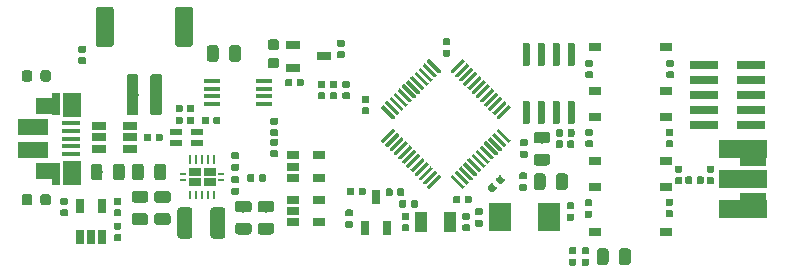
<source format=gbr>
G04 #@! TF.GenerationSoftware,KiCad,Pcbnew,(5.1.4)-1*
G04 #@! TF.CreationDate,2019-12-21T12:13:18-06:00*
G04 #@! TF.ProjectId,loRaWan1262_jlc,6c6f5261-5761-46e3-9132-36325f6a6c63,rev?*
G04 #@! TF.SameCoordinates,Original*
G04 #@! TF.FileFunction,Paste,Top*
G04 #@! TF.FilePolarity,Positive*
%FSLAX46Y46*%
G04 Gerber Fmt 4.6, Leading zero omitted, Abs format (unit mm)*
G04 Created by KiCad (PCBNEW (5.1.4)-1) date 2019-12-21 12:13:18*
%MOMM*%
%LPD*%
G04 APERTURE LIST*
%ADD10R,1.450000X0.450000*%
%ADD11C,0.100000*%
%ADD12C,0.590000*%
%ADD13C,0.300000*%
%ADD14R,1.000000X0.500000*%
%ADD15R,2.000000X1.350000*%
%ADD16R,0.700000X1.825000*%
%ADD17R,1.500000X2.000000*%
%ADD18R,1.650000X0.400000*%
%ADD19R,2.500000X1.430000*%
%ADD20C,1.000000*%
%ADD21C,1.500000*%
%ADD22R,4.060000X1.520000*%
%ADD23R,2.285000X1.050000*%
%ADD24C,0.975000*%
%ADD25C,0.875000*%
%ADD26R,2.400000X0.740000*%
%ADD27C,1.250000*%
%ADD28R,0.650000X1.220000*%
%ADD29R,1.000000X0.750000*%
%ADD30R,1.220000X0.650000*%
%ADD31R,1.060000X0.650000*%
%ADD32O,0.230000X0.800000*%
%ADD33R,0.230000X0.230000*%
%ADD34R,1.050000X0.680000*%
%ADD35R,0.500000X0.260000*%
%ADD36C,0.600000*%
%ADD37R,1.900000X2.400000*%
%ADD38R,1.000000X1.800000*%
G04 APERTURE END LIST*
D10*
X135219800Y-86192000D03*
X135219800Y-85542000D03*
X135219800Y-84892000D03*
X135219800Y-84242000D03*
X130819800Y-84242000D03*
X130819800Y-84892000D03*
X130819800Y-85542000D03*
X130819800Y-86192000D03*
D11*
G36*
X131406158Y-87285310D02*
G01*
X131420476Y-87287434D01*
X131434517Y-87290951D01*
X131448146Y-87295828D01*
X131461231Y-87302017D01*
X131473647Y-87309458D01*
X131485273Y-87318081D01*
X131495998Y-87327802D01*
X131505719Y-87338527D01*
X131514342Y-87350153D01*
X131521783Y-87362569D01*
X131527972Y-87375654D01*
X131532849Y-87389283D01*
X131536366Y-87403324D01*
X131538490Y-87417642D01*
X131539200Y-87432100D01*
X131539200Y-87777100D01*
X131538490Y-87791558D01*
X131536366Y-87805876D01*
X131532849Y-87819917D01*
X131527972Y-87833546D01*
X131521783Y-87846631D01*
X131514342Y-87859047D01*
X131505719Y-87870673D01*
X131495998Y-87881398D01*
X131485273Y-87891119D01*
X131473647Y-87899742D01*
X131461231Y-87907183D01*
X131448146Y-87913372D01*
X131434517Y-87918249D01*
X131420476Y-87921766D01*
X131406158Y-87923890D01*
X131391700Y-87924600D01*
X131096700Y-87924600D01*
X131082242Y-87923890D01*
X131067924Y-87921766D01*
X131053883Y-87918249D01*
X131040254Y-87913372D01*
X131027169Y-87907183D01*
X131014753Y-87899742D01*
X131003127Y-87891119D01*
X130992402Y-87881398D01*
X130982681Y-87870673D01*
X130974058Y-87859047D01*
X130966617Y-87846631D01*
X130960428Y-87833546D01*
X130955551Y-87819917D01*
X130952034Y-87805876D01*
X130949910Y-87791558D01*
X130949200Y-87777100D01*
X130949200Y-87432100D01*
X130949910Y-87417642D01*
X130952034Y-87403324D01*
X130955551Y-87389283D01*
X130960428Y-87375654D01*
X130966617Y-87362569D01*
X130974058Y-87350153D01*
X130982681Y-87338527D01*
X130992402Y-87327802D01*
X131003127Y-87318081D01*
X131014753Y-87309458D01*
X131027169Y-87302017D01*
X131040254Y-87295828D01*
X131053883Y-87290951D01*
X131067924Y-87287434D01*
X131082242Y-87285310D01*
X131096700Y-87284600D01*
X131391700Y-87284600D01*
X131406158Y-87285310D01*
X131406158Y-87285310D01*
G37*
D12*
X131244200Y-87604600D03*
D11*
G36*
X130436158Y-87285310D02*
G01*
X130450476Y-87287434D01*
X130464517Y-87290951D01*
X130478146Y-87295828D01*
X130491231Y-87302017D01*
X130503647Y-87309458D01*
X130515273Y-87318081D01*
X130525998Y-87327802D01*
X130535719Y-87338527D01*
X130544342Y-87350153D01*
X130551783Y-87362569D01*
X130557972Y-87375654D01*
X130562849Y-87389283D01*
X130566366Y-87403324D01*
X130568490Y-87417642D01*
X130569200Y-87432100D01*
X130569200Y-87777100D01*
X130568490Y-87791558D01*
X130566366Y-87805876D01*
X130562849Y-87819917D01*
X130557972Y-87833546D01*
X130551783Y-87846631D01*
X130544342Y-87859047D01*
X130535719Y-87870673D01*
X130525998Y-87881398D01*
X130515273Y-87891119D01*
X130503647Y-87899742D01*
X130491231Y-87907183D01*
X130478146Y-87913372D01*
X130464517Y-87918249D01*
X130450476Y-87921766D01*
X130436158Y-87923890D01*
X130421700Y-87924600D01*
X130126700Y-87924600D01*
X130112242Y-87923890D01*
X130097924Y-87921766D01*
X130083883Y-87918249D01*
X130070254Y-87913372D01*
X130057169Y-87907183D01*
X130044753Y-87899742D01*
X130033127Y-87891119D01*
X130022402Y-87881398D01*
X130012681Y-87870673D01*
X130004058Y-87859047D01*
X129996617Y-87846631D01*
X129990428Y-87833546D01*
X129985551Y-87819917D01*
X129982034Y-87805876D01*
X129979910Y-87791558D01*
X129979200Y-87777100D01*
X129979200Y-87432100D01*
X129979910Y-87417642D01*
X129982034Y-87403324D01*
X129985551Y-87389283D01*
X129990428Y-87375654D01*
X129996617Y-87362569D01*
X130004058Y-87350153D01*
X130012681Y-87338527D01*
X130022402Y-87327802D01*
X130033127Y-87318081D01*
X130044753Y-87309458D01*
X130057169Y-87302017D01*
X130070254Y-87295828D01*
X130083883Y-87290951D01*
X130097924Y-87287434D01*
X130112242Y-87285310D01*
X130126700Y-87284600D01*
X130421700Y-87284600D01*
X130436158Y-87285310D01*
X130436158Y-87285310D01*
G37*
D12*
X130274200Y-87604600D03*
D11*
G36*
X170519358Y-92392710D02*
G01*
X170533676Y-92394834D01*
X170547717Y-92398351D01*
X170561346Y-92403228D01*
X170574431Y-92409417D01*
X170586847Y-92416858D01*
X170598473Y-92425481D01*
X170609198Y-92435202D01*
X170618919Y-92445927D01*
X170627542Y-92457553D01*
X170634983Y-92469969D01*
X170641172Y-92483054D01*
X170646049Y-92496683D01*
X170649566Y-92510724D01*
X170651690Y-92525042D01*
X170652400Y-92539500D01*
X170652400Y-92834500D01*
X170651690Y-92848958D01*
X170649566Y-92863276D01*
X170646049Y-92877317D01*
X170641172Y-92890946D01*
X170634983Y-92904031D01*
X170627542Y-92916447D01*
X170618919Y-92928073D01*
X170609198Y-92938798D01*
X170598473Y-92948519D01*
X170586847Y-92957142D01*
X170574431Y-92964583D01*
X170561346Y-92970772D01*
X170547717Y-92975649D01*
X170533676Y-92979166D01*
X170519358Y-92981290D01*
X170504900Y-92982000D01*
X170159900Y-92982000D01*
X170145442Y-92981290D01*
X170131124Y-92979166D01*
X170117083Y-92975649D01*
X170103454Y-92970772D01*
X170090369Y-92964583D01*
X170077953Y-92957142D01*
X170066327Y-92948519D01*
X170055602Y-92938798D01*
X170045881Y-92928073D01*
X170037258Y-92916447D01*
X170029817Y-92904031D01*
X170023628Y-92890946D01*
X170018751Y-92877317D01*
X170015234Y-92863276D01*
X170013110Y-92848958D01*
X170012400Y-92834500D01*
X170012400Y-92539500D01*
X170013110Y-92525042D01*
X170015234Y-92510724D01*
X170018751Y-92496683D01*
X170023628Y-92483054D01*
X170029817Y-92469969D01*
X170037258Y-92457553D01*
X170045881Y-92445927D01*
X170055602Y-92435202D01*
X170066327Y-92425481D01*
X170077953Y-92416858D01*
X170090369Y-92409417D01*
X170103454Y-92403228D01*
X170117083Y-92398351D01*
X170131124Y-92394834D01*
X170145442Y-92392710D01*
X170159900Y-92392000D01*
X170504900Y-92392000D01*
X170519358Y-92392710D01*
X170519358Y-92392710D01*
G37*
D12*
X170332400Y-92687000D03*
D11*
G36*
X170519358Y-91422710D02*
G01*
X170533676Y-91424834D01*
X170547717Y-91428351D01*
X170561346Y-91433228D01*
X170574431Y-91439417D01*
X170586847Y-91446858D01*
X170598473Y-91455481D01*
X170609198Y-91465202D01*
X170618919Y-91475927D01*
X170627542Y-91487553D01*
X170634983Y-91499969D01*
X170641172Y-91513054D01*
X170646049Y-91526683D01*
X170649566Y-91540724D01*
X170651690Y-91555042D01*
X170652400Y-91569500D01*
X170652400Y-91864500D01*
X170651690Y-91878958D01*
X170649566Y-91893276D01*
X170646049Y-91907317D01*
X170641172Y-91920946D01*
X170634983Y-91934031D01*
X170627542Y-91946447D01*
X170618919Y-91958073D01*
X170609198Y-91968798D01*
X170598473Y-91978519D01*
X170586847Y-91987142D01*
X170574431Y-91994583D01*
X170561346Y-92000772D01*
X170547717Y-92005649D01*
X170533676Y-92009166D01*
X170519358Y-92011290D01*
X170504900Y-92012000D01*
X170159900Y-92012000D01*
X170145442Y-92011290D01*
X170131124Y-92009166D01*
X170117083Y-92005649D01*
X170103454Y-92000772D01*
X170090369Y-91994583D01*
X170077953Y-91987142D01*
X170066327Y-91978519D01*
X170055602Y-91968798D01*
X170045881Y-91958073D01*
X170037258Y-91946447D01*
X170029817Y-91934031D01*
X170023628Y-91920946D01*
X170018751Y-91907317D01*
X170015234Y-91893276D01*
X170013110Y-91878958D01*
X170012400Y-91864500D01*
X170012400Y-91569500D01*
X170013110Y-91555042D01*
X170015234Y-91540724D01*
X170018751Y-91526683D01*
X170023628Y-91513054D01*
X170029817Y-91499969D01*
X170037258Y-91487553D01*
X170045881Y-91475927D01*
X170055602Y-91465202D01*
X170066327Y-91455481D01*
X170077953Y-91446858D01*
X170090369Y-91439417D01*
X170103454Y-91433228D01*
X170117083Y-91428351D01*
X170131124Y-91424834D01*
X170145442Y-91422710D01*
X170159900Y-91422000D01*
X170504900Y-91422000D01*
X170519358Y-91422710D01*
X170519358Y-91422710D01*
G37*
D12*
X170332400Y-91717000D03*
D11*
G36*
X151212714Y-92175746D02*
G01*
X151219995Y-92176826D01*
X151227134Y-92178614D01*
X151234064Y-92181094D01*
X151240718Y-92184241D01*
X151247031Y-92188025D01*
X151252942Y-92192409D01*
X151258396Y-92197352D01*
X152195312Y-93134268D01*
X152200255Y-93139722D01*
X152204639Y-93145633D01*
X152208423Y-93151946D01*
X152211570Y-93158600D01*
X152214050Y-93165530D01*
X152215838Y-93172669D01*
X152216918Y-93179950D01*
X152217279Y-93187301D01*
X152216918Y-93194652D01*
X152215838Y-93201933D01*
X152214050Y-93209072D01*
X152211570Y-93216002D01*
X152208423Y-93222656D01*
X152204639Y-93228969D01*
X152200255Y-93234880D01*
X152195312Y-93240334D01*
X152089246Y-93346400D01*
X152083792Y-93351343D01*
X152077881Y-93355727D01*
X152071568Y-93359511D01*
X152064914Y-93362658D01*
X152057984Y-93365138D01*
X152050845Y-93366926D01*
X152043564Y-93368006D01*
X152036213Y-93368367D01*
X152028862Y-93368006D01*
X152021581Y-93366926D01*
X152014442Y-93365138D01*
X152007512Y-93362658D01*
X152000858Y-93359511D01*
X151994545Y-93355727D01*
X151988634Y-93351343D01*
X151983180Y-93346400D01*
X151046264Y-92409484D01*
X151041321Y-92404030D01*
X151036937Y-92398119D01*
X151033153Y-92391806D01*
X151030006Y-92385152D01*
X151027526Y-92378222D01*
X151025738Y-92371083D01*
X151024658Y-92363802D01*
X151024297Y-92356451D01*
X151024658Y-92349100D01*
X151025738Y-92341819D01*
X151027526Y-92334680D01*
X151030006Y-92327750D01*
X151033153Y-92321096D01*
X151036937Y-92314783D01*
X151041321Y-92308872D01*
X151046264Y-92303418D01*
X151152330Y-92197352D01*
X151157784Y-92192409D01*
X151163695Y-92188025D01*
X151170008Y-92184241D01*
X151176662Y-92181094D01*
X151183592Y-92178614D01*
X151190731Y-92176826D01*
X151198012Y-92175746D01*
X151205363Y-92175385D01*
X151212714Y-92175746D01*
X151212714Y-92175746D01*
G37*
D13*
X151620788Y-92771876D03*
D11*
G36*
X151566268Y-91822192D02*
G01*
X151573549Y-91823272D01*
X151580688Y-91825060D01*
X151587618Y-91827540D01*
X151594272Y-91830687D01*
X151600585Y-91834471D01*
X151606496Y-91838855D01*
X151611950Y-91843798D01*
X152548866Y-92780714D01*
X152553809Y-92786168D01*
X152558193Y-92792079D01*
X152561977Y-92798392D01*
X152565124Y-92805046D01*
X152567604Y-92811976D01*
X152569392Y-92819115D01*
X152570472Y-92826396D01*
X152570833Y-92833747D01*
X152570472Y-92841098D01*
X152569392Y-92848379D01*
X152567604Y-92855518D01*
X152565124Y-92862448D01*
X152561977Y-92869102D01*
X152558193Y-92875415D01*
X152553809Y-92881326D01*
X152548866Y-92886780D01*
X152442800Y-92992846D01*
X152437346Y-92997789D01*
X152431435Y-93002173D01*
X152425122Y-93005957D01*
X152418468Y-93009104D01*
X152411538Y-93011584D01*
X152404399Y-93013372D01*
X152397118Y-93014452D01*
X152389767Y-93014813D01*
X152382416Y-93014452D01*
X152375135Y-93013372D01*
X152367996Y-93011584D01*
X152361066Y-93009104D01*
X152354412Y-93005957D01*
X152348099Y-93002173D01*
X152342188Y-92997789D01*
X152336734Y-92992846D01*
X151399818Y-92055930D01*
X151394875Y-92050476D01*
X151390491Y-92044565D01*
X151386707Y-92038252D01*
X151383560Y-92031598D01*
X151381080Y-92024668D01*
X151379292Y-92017529D01*
X151378212Y-92010248D01*
X151377851Y-92002897D01*
X151378212Y-91995546D01*
X151379292Y-91988265D01*
X151381080Y-91981126D01*
X151383560Y-91974196D01*
X151386707Y-91967542D01*
X151390491Y-91961229D01*
X151394875Y-91955318D01*
X151399818Y-91949864D01*
X151505884Y-91843798D01*
X151511338Y-91838855D01*
X151517249Y-91834471D01*
X151523562Y-91830687D01*
X151530216Y-91827540D01*
X151537146Y-91825060D01*
X151544285Y-91823272D01*
X151551566Y-91822192D01*
X151558917Y-91821831D01*
X151566268Y-91822192D01*
X151566268Y-91822192D01*
G37*
D13*
X151974342Y-92418322D03*
D11*
G36*
X151919821Y-91468639D02*
G01*
X151927102Y-91469719D01*
X151934241Y-91471507D01*
X151941171Y-91473987D01*
X151947825Y-91477134D01*
X151954138Y-91480918D01*
X151960049Y-91485302D01*
X151965503Y-91490245D01*
X152902419Y-92427161D01*
X152907362Y-92432615D01*
X152911746Y-92438526D01*
X152915530Y-92444839D01*
X152918677Y-92451493D01*
X152921157Y-92458423D01*
X152922945Y-92465562D01*
X152924025Y-92472843D01*
X152924386Y-92480194D01*
X152924025Y-92487545D01*
X152922945Y-92494826D01*
X152921157Y-92501965D01*
X152918677Y-92508895D01*
X152915530Y-92515549D01*
X152911746Y-92521862D01*
X152907362Y-92527773D01*
X152902419Y-92533227D01*
X152796353Y-92639293D01*
X152790899Y-92644236D01*
X152784988Y-92648620D01*
X152778675Y-92652404D01*
X152772021Y-92655551D01*
X152765091Y-92658031D01*
X152757952Y-92659819D01*
X152750671Y-92660899D01*
X152743320Y-92661260D01*
X152735969Y-92660899D01*
X152728688Y-92659819D01*
X152721549Y-92658031D01*
X152714619Y-92655551D01*
X152707965Y-92652404D01*
X152701652Y-92648620D01*
X152695741Y-92644236D01*
X152690287Y-92639293D01*
X151753371Y-91702377D01*
X151748428Y-91696923D01*
X151744044Y-91691012D01*
X151740260Y-91684699D01*
X151737113Y-91678045D01*
X151734633Y-91671115D01*
X151732845Y-91663976D01*
X151731765Y-91656695D01*
X151731404Y-91649344D01*
X151731765Y-91641993D01*
X151732845Y-91634712D01*
X151734633Y-91627573D01*
X151737113Y-91620643D01*
X151740260Y-91613989D01*
X151744044Y-91607676D01*
X151748428Y-91601765D01*
X151753371Y-91596311D01*
X151859437Y-91490245D01*
X151864891Y-91485302D01*
X151870802Y-91480918D01*
X151877115Y-91477134D01*
X151883769Y-91473987D01*
X151890699Y-91471507D01*
X151897838Y-91469719D01*
X151905119Y-91468639D01*
X151912470Y-91468278D01*
X151919821Y-91468639D01*
X151919821Y-91468639D01*
G37*
D13*
X152327895Y-92064769D03*
D11*
G36*
X152273375Y-91115085D02*
G01*
X152280656Y-91116165D01*
X152287795Y-91117953D01*
X152294725Y-91120433D01*
X152301379Y-91123580D01*
X152307692Y-91127364D01*
X152313603Y-91131748D01*
X152319057Y-91136691D01*
X153255973Y-92073607D01*
X153260916Y-92079061D01*
X153265300Y-92084972D01*
X153269084Y-92091285D01*
X153272231Y-92097939D01*
X153274711Y-92104869D01*
X153276499Y-92112008D01*
X153277579Y-92119289D01*
X153277940Y-92126640D01*
X153277579Y-92133991D01*
X153276499Y-92141272D01*
X153274711Y-92148411D01*
X153272231Y-92155341D01*
X153269084Y-92161995D01*
X153265300Y-92168308D01*
X153260916Y-92174219D01*
X153255973Y-92179673D01*
X153149907Y-92285739D01*
X153144453Y-92290682D01*
X153138542Y-92295066D01*
X153132229Y-92298850D01*
X153125575Y-92301997D01*
X153118645Y-92304477D01*
X153111506Y-92306265D01*
X153104225Y-92307345D01*
X153096874Y-92307706D01*
X153089523Y-92307345D01*
X153082242Y-92306265D01*
X153075103Y-92304477D01*
X153068173Y-92301997D01*
X153061519Y-92298850D01*
X153055206Y-92295066D01*
X153049295Y-92290682D01*
X153043841Y-92285739D01*
X152106925Y-91348823D01*
X152101982Y-91343369D01*
X152097598Y-91337458D01*
X152093814Y-91331145D01*
X152090667Y-91324491D01*
X152088187Y-91317561D01*
X152086399Y-91310422D01*
X152085319Y-91303141D01*
X152084958Y-91295790D01*
X152085319Y-91288439D01*
X152086399Y-91281158D01*
X152088187Y-91274019D01*
X152090667Y-91267089D01*
X152093814Y-91260435D01*
X152097598Y-91254122D01*
X152101982Y-91248211D01*
X152106925Y-91242757D01*
X152212991Y-91136691D01*
X152218445Y-91131748D01*
X152224356Y-91127364D01*
X152230669Y-91123580D01*
X152237323Y-91120433D01*
X152244253Y-91117953D01*
X152251392Y-91116165D01*
X152258673Y-91115085D01*
X152266024Y-91114724D01*
X152273375Y-91115085D01*
X152273375Y-91115085D01*
G37*
D13*
X152681449Y-91711215D03*
D11*
G36*
X152626928Y-90761532D02*
G01*
X152634209Y-90762612D01*
X152641348Y-90764400D01*
X152648278Y-90766880D01*
X152654932Y-90770027D01*
X152661245Y-90773811D01*
X152667156Y-90778195D01*
X152672610Y-90783138D01*
X153609526Y-91720054D01*
X153614469Y-91725508D01*
X153618853Y-91731419D01*
X153622637Y-91737732D01*
X153625784Y-91744386D01*
X153628264Y-91751316D01*
X153630052Y-91758455D01*
X153631132Y-91765736D01*
X153631493Y-91773087D01*
X153631132Y-91780438D01*
X153630052Y-91787719D01*
X153628264Y-91794858D01*
X153625784Y-91801788D01*
X153622637Y-91808442D01*
X153618853Y-91814755D01*
X153614469Y-91820666D01*
X153609526Y-91826120D01*
X153503460Y-91932186D01*
X153498006Y-91937129D01*
X153492095Y-91941513D01*
X153485782Y-91945297D01*
X153479128Y-91948444D01*
X153472198Y-91950924D01*
X153465059Y-91952712D01*
X153457778Y-91953792D01*
X153450427Y-91954153D01*
X153443076Y-91953792D01*
X153435795Y-91952712D01*
X153428656Y-91950924D01*
X153421726Y-91948444D01*
X153415072Y-91945297D01*
X153408759Y-91941513D01*
X153402848Y-91937129D01*
X153397394Y-91932186D01*
X152460478Y-90995270D01*
X152455535Y-90989816D01*
X152451151Y-90983905D01*
X152447367Y-90977592D01*
X152444220Y-90970938D01*
X152441740Y-90964008D01*
X152439952Y-90956869D01*
X152438872Y-90949588D01*
X152438511Y-90942237D01*
X152438872Y-90934886D01*
X152439952Y-90927605D01*
X152441740Y-90920466D01*
X152444220Y-90913536D01*
X152447367Y-90906882D01*
X152451151Y-90900569D01*
X152455535Y-90894658D01*
X152460478Y-90889204D01*
X152566544Y-90783138D01*
X152571998Y-90778195D01*
X152577909Y-90773811D01*
X152584222Y-90770027D01*
X152590876Y-90766880D01*
X152597806Y-90764400D01*
X152604945Y-90762612D01*
X152612226Y-90761532D01*
X152619577Y-90761171D01*
X152626928Y-90761532D01*
X152626928Y-90761532D01*
G37*
D13*
X153035002Y-91357662D03*
D11*
G36*
X152980481Y-90407979D02*
G01*
X152987762Y-90409059D01*
X152994901Y-90410847D01*
X153001831Y-90413327D01*
X153008485Y-90416474D01*
X153014798Y-90420258D01*
X153020709Y-90424642D01*
X153026163Y-90429585D01*
X153963079Y-91366501D01*
X153968022Y-91371955D01*
X153972406Y-91377866D01*
X153976190Y-91384179D01*
X153979337Y-91390833D01*
X153981817Y-91397763D01*
X153983605Y-91404902D01*
X153984685Y-91412183D01*
X153985046Y-91419534D01*
X153984685Y-91426885D01*
X153983605Y-91434166D01*
X153981817Y-91441305D01*
X153979337Y-91448235D01*
X153976190Y-91454889D01*
X153972406Y-91461202D01*
X153968022Y-91467113D01*
X153963079Y-91472567D01*
X153857013Y-91578633D01*
X153851559Y-91583576D01*
X153845648Y-91587960D01*
X153839335Y-91591744D01*
X153832681Y-91594891D01*
X153825751Y-91597371D01*
X153818612Y-91599159D01*
X153811331Y-91600239D01*
X153803980Y-91600600D01*
X153796629Y-91600239D01*
X153789348Y-91599159D01*
X153782209Y-91597371D01*
X153775279Y-91594891D01*
X153768625Y-91591744D01*
X153762312Y-91587960D01*
X153756401Y-91583576D01*
X153750947Y-91578633D01*
X152814031Y-90641717D01*
X152809088Y-90636263D01*
X152804704Y-90630352D01*
X152800920Y-90624039D01*
X152797773Y-90617385D01*
X152795293Y-90610455D01*
X152793505Y-90603316D01*
X152792425Y-90596035D01*
X152792064Y-90588684D01*
X152792425Y-90581333D01*
X152793505Y-90574052D01*
X152795293Y-90566913D01*
X152797773Y-90559983D01*
X152800920Y-90553329D01*
X152804704Y-90547016D01*
X152809088Y-90541105D01*
X152814031Y-90535651D01*
X152920097Y-90429585D01*
X152925551Y-90424642D01*
X152931462Y-90420258D01*
X152937775Y-90416474D01*
X152944429Y-90413327D01*
X152951359Y-90410847D01*
X152958498Y-90409059D01*
X152965779Y-90407979D01*
X152973130Y-90407618D01*
X152980481Y-90407979D01*
X152980481Y-90407979D01*
G37*
D13*
X153388555Y-91004109D03*
D11*
G36*
X153334035Y-90054425D02*
G01*
X153341316Y-90055505D01*
X153348455Y-90057293D01*
X153355385Y-90059773D01*
X153362039Y-90062920D01*
X153368352Y-90066704D01*
X153374263Y-90071088D01*
X153379717Y-90076031D01*
X154316633Y-91012947D01*
X154321576Y-91018401D01*
X154325960Y-91024312D01*
X154329744Y-91030625D01*
X154332891Y-91037279D01*
X154335371Y-91044209D01*
X154337159Y-91051348D01*
X154338239Y-91058629D01*
X154338600Y-91065980D01*
X154338239Y-91073331D01*
X154337159Y-91080612D01*
X154335371Y-91087751D01*
X154332891Y-91094681D01*
X154329744Y-91101335D01*
X154325960Y-91107648D01*
X154321576Y-91113559D01*
X154316633Y-91119013D01*
X154210567Y-91225079D01*
X154205113Y-91230022D01*
X154199202Y-91234406D01*
X154192889Y-91238190D01*
X154186235Y-91241337D01*
X154179305Y-91243817D01*
X154172166Y-91245605D01*
X154164885Y-91246685D01*
X154157534Y-91247046D01*
X154150183Y-91246685D01*
X154142902Y-91245605D01*
X154135763Y-91243817D01*
X154128833Y-91241337D01*
X154122179Y-91238190D01*
X154115866Y-91234406D01*
X154109955Y-91230022D01*
X154104501Y-91225079D01*
X153167585Y-90288163D01*
X153162642Y-90282709D01*
X153158258Y-90276798D01*
X153154474Y-90270485D01*
X153151327Y-90263831D01*
X153148847Y-90256901D01*
X153147059Y-90249762D01*
X153145979Y-90242481D01*
X153145618Y-90235130D01*
X153145979Y-90227779D01*
X153147059Y-90220498D01*
X153148847Y-90213359D01*
X153151327Y-90206429D01*
X153154474Y-90199775D01*
X153158258Y-90193462D01*
X153162642Y-90187551D01*
X153167585Y-90182097D01*
X153273651Y-90076031D01*
X153279105Y-90071088D01*
X153285016Y-90066704D01*
X153291329Y-90062920D01*
X153297983Y-90059773D01*
X153304913Y-90057293D01*
X153312052Y-90055505D01*
X153319333Y-90054425D01*
X153326684Y-90054064D01*
X153334035Y-90054425D01*
X153334035Y-90054425D01*
G37*
D13*
X153742109Y-90650555D03*
D11*
G36*
X153687588Y-89700872D02*
G01*
X153694869Y-89701952D01*
X153702008Y-89703740D01*
X153708938Y-89706220D01*
X153715592Y-89709367D01*
X153721905Y-89713151D01*
X153727816Y-89717535D01*
X153733270Y-89722478D01*
X154670186Y-90659394D01*
X154675129Y-90664848D01*
X154679513Y-90670759D01*
X154683297Y-90677072D01*
X154686444Y-90683726D01*
X154688924Y-90690656D01*
X154690712Y-90697795D01*
X154691792Y-90705076D01*
X154692153Y-90712427D01*
X154691792Y-90719778D01*
X154690712Y-90727059D01*
X154688924Y-90734198D01*
X154686444Y-90741128D01*
X154683297Y-90747782D01*
X154679513Y-90754095D01*
X154675129Y-90760006D01*
X154670186Y-90765460D01*
X154564120Y-90871526D01*
X154558666Y-90876469D01*
X154552755Y-90880853D01*
X154546442Y-90884637D01*
X154539788Y-90887784D01*
X154532858Y-90890264D01*
X154525719Y-90892052D01*
X154518438Y-90893132D01*
X154511087Y-90893493D01*
X154503736Y-90893132D01*
X154496455Y-90892052D01*
X154489316Y-90890264D01*
X154482386Y-90887784D01*
X154475732Y-90884637D01*
X154469419Y-90880853D01*
X154463508Y-90876469D01*
X154458054Y-90871526D01*
X153521138Y-89934610D01*
X153516195Y-89929156D01*
X153511811Y-89923245D01*
X153508027Y-89916932D01*
X153504880Y-89910278D01*
X153502400Y-89903348D01*
X153500612Y-89896209D01*
X153499532Y-89888928D01*
X153499171Y-89881577D01*
X153499532Y-89874226D01*
X153500612Y-89866945D01*
X153502400Y-89859806D01*
X153504880Y-89852876D01*
X153508027Y-89846222D01*
X153511811Y-89839909D01*
X153516195Y-89833998D01*
X153521138Y-89828544D01*
X153627204Y-89722478D01*
X153632658Y-89717535D01*
X153638569Y-89713151D01*
X153644882Y-89709367D01*
X153651536Y-89706220D01*
X153658466Y-89703740D01*
X153665605Y-89701952D01*
X153672886Y-89700872D01*
X153680237Y-89700511D01*
X153687588Y-89700872D01*
X153687588Y-89700872D01*
G37*
D13*
X154095662Y-90297002D03*
D11*
G36*
X154041141Y-89347319D02*
G01*
X154048422Y-89348399D01*
X154055561Y-89350187D01*
X154062491Y-89352667D01*
X154069145Y-89355814D01*
X154075458Y-89359598D01*
X154081369Y-89363982D01*
X154086823Y-89368925D01*
X155023739Y-90305841D01*
X155028682Y-90311295D01*
X155033066Y-90317206D01*
X155036850Y-90323519D01*
X155039997Y-90330173D01*
X155042477Y-90337103D01*
X155044265Y-90344242D01*
X155045345Y-90351523D01*
X155045706Y-90358874D01*
X155045345Y-90366225D01*
X155044265Y-90373506D01*
X155042477Y-90380645D01*
X155039997Y-90387575D01*
X155036850Y-90394229D01*
X155033066Y-90400542D01*
X155028682Y-90406453D01*
X155023739Y-90411907D01*
X154917673Y-90517973D01*
X154912219Y-90522916D01*
X154906308Y-90527300D01*
X154899995Y-90531084D01*
X154893341Y-90534231D01*
X154886411Y-90536711D01*
X154879272Y-90538499D01*
X154871991Y-90539579D01*
X154864640Y-90539940D01*
X154857289Y-90539579D01*
X154850008Y-90538499D01*
X154842869Y-90536711D01*
X154835939Y-90534231D01*
X154829285Y-90531084D01*
X154822972Y-90527300D01*
X154817061Y-90522916D01*
X154811607Y-90517973D01*
X153874691Y-89581057D01*
X153869748Y-89575603D01*
X153865364Y-89569692D01*
X153861580Y-89563379D01*
X153858433Y-89556725D01*
X153855953Y-89549795D01*
X153854165Y-89542656D01*
X153853085Y-89535375D01*
X153852724Y-89528024D01*
X153853085Y-89520673D01*
X153854165Y-89513392D01*
X153855953Y-89506253D01*
X153858433Y-89499323D01*
X153861580Y-89492669D01*
X153865364Y-89486356D01*
X153869748Y-89480445D01*
X153874691Y-89474991D01*
X153980757Y-89368925D01*
X153986211Y-89363982D01*
X153992122Y-89359598D01*
X153998435Y-89355814D01*
X154005089Y-89352667D01*
X154012019Y-89350187D01*
X154019158Y-89348399D01*
X154026439Y-89347319D01*
X154033790Y-89346958D01*
X154041141Y-89347319D01*
X154041141Y-89347319D01*
G37*
D13*
X154449215Y-89943449D03*
D11*
G36*
X154394695Y-88993765D02*
G01*
X154401976Y-88994845D01*
X154409115Y-88996633D01*
X154416045Y-88999113D01*
X154422699Y-89002260D01*
X154429012Y-89006044D01*
X154434923Y-89010428D01*
X154440377Y-89015371D01*
X155377293Y-89952287D01*
X155382236Y-89957741D01*
X155386620Y-89963652D01*
X155390404Y-89969965D01*
X155393551Y-89976619D01*
X155396031Y-89983549D01*
X155397819Y-89990688D01*
X155398899Y-89997969D01*
X155399260Y-90005320D01*
X155398899Y-90012671D01*
X155397819Y-90019952D01*
X155396031Y-90027091D01*
X155393551Y-90034021D01*
X155390404Y-90040675D01*
X155386620Y-90046988D01*
X155382236Y-90052899D01*
X155377293Y-90058353D01*
X155271227Y-90164419D01*
X155265773Y-90169362D01*
X155259862Y-90173746D01*
X155253549Y-90177530D01*
X155246895Y-90180677D01*
X155239965Y-90183157D01*
X155232826Y-90184945D01*
X155225545Y-90186025D01*
X155218194Y-90186386D01*
X155210843Y-90186025D01*
X155203562Y-90184945D01*
X155196423Y-90183157D01*
X155189493Y-90180677D01*
X155182839Y-90177530D01*
X155176526Y-90173746D01*
X155170615Y-90169362D01*
X155165161Y-90164419D01*
X154228245Y-89227503D01*
X154223302Y-89222049D01*
X154218918Y-89216138D01*
X154215134Y-89209825D01*
X154211987Y-89203171D01*
X154209507Y-89196241D01*
X154207719Y-89189102D01*
X154206639Y-89181821D01*
X154206278Y-89174470D01*
X154206639Y-89167119D01*
X154207719Y-89159838D01*
X154209507Y-89152699D01*
X154211987Y-89145769D01*
X154215134Y-89139115D01*
X154218918Y-89132802D01*
X154223302Y-89126891D01*
X154228245Y-89121437D01*
X154334311Y-89015371D01*
X154339765Y-89010428D01*
X154345676Y-89006044D01*
X154351989Y-89002260D01*
X154358643Y-88999113D01*
X154365573Y-88996633D01*
X154372712Y-88994845D01*
X154379993Y-88993765D01*
X154387344Y-88993404D01*
X154394695Y-88993765D01*
X154394695Y-88993765D01*
G37*
D13*
X154802769Y-89589895D03*
D11*
G36*
X154748248Y-88640212D02*
G01*
X154755529Y-88641292D01*
X154762668Y-88643080D01*
X154769598Y-88645560D01*
X154776252Y-88648707D01*
X154782565Y-88652491D01*
X154788476Y-88656875D01*
X154793930Y-88661818D01*
X155730846Y-89598734D01*
X155735789Y-89604188D01*
X155740173Y-89610099D01*
X155743957Y-89616412D01*
X155747104Y-89623066D01*
X155749584Y-89629996D01*
X155751372Y-89637135D01*
X155752452Y-89644416D01*
X155752813Y-89651767D01*
X155752452Y-89659118D01*
X155751372Y-89666399D01*
X155749584Y-89673538D01*
X155747104Y-89680468D01*
X155743957Y-89687122D01*
X155740173Y-89693435D01*
X155735789Y-89699346D01*
X155730846Y-89704800D01*
X155624780Y-89810866D01*
X155619326Y-89815809D01*
X155613415Y-89820193D01*
X155607102Y-89823977D01*
X155600448Y-89827124D01*
X155593518Y-89829604D01*
X155586379Y-89831392D01*
X155579098Y-89832472D01*
X155571747Y-89832833D01*
X155564396Y-89832472D01*
X155557115Y-89831392D01*
X155549976Y-89829604D01*
X155543046Y-89827124D01*
X155536392Y-89823977D01*
X155530079Y-89820193D01*
X155524168Y-89815809D01*
X155518714Y-89810866D01*
X154581798Y-88873950D01*
X154576855Y-88868496D01*
X154572471Y-88862585D01*
X154568687Y-88856272D01*
X154565540Y-88849618D01*
X154563060Y-88842688D01*
X154561272Y-88835549D01*
X154560192Y-88828268D01*
X154559831Y-88820917D01*
X154560192Y-88813566D01*
X154561272Y-88806285D01*
X154563060Y-88799146D01*
X154565540Y-88792216D01*
X154568687Y-88785562D01*
X154572471Y-88779249D01*
X154576855Y-88773338D01*
X154581798Y-88767884D01*
X154687864Y-88661818D01*
X154693318Y-88656875D01*
X154699229Y-88652491D01*
X154705542Y-88648707D01*
X154712196Y-88645560D01*
X154719126Y-88643080D01*
X154726265Y-88641292D01*
X154733546Y-88640212D01*
X154740897Y-88639851D01*
X154748248Y-88640212D01*
X154748248Y-88640212D01*
G37*
D13*
X155156322Y-89236342D03*
D11*
G36*
X155101802Y-88286658D02*
G01*
X155109083Y-88287738D01*
X155116222Y-88289526D01*
X155123152Y-88292006D01*
X155129806Y-88295153D01*
X155136119Y-88298937D01*
X155142030Y-88303321D01*
X155147484Y-88308264D01*
X156084400Y-89245180D01*
X156089343Y-89250634D01*
X156093727Y-89256545D01*
X156097511Y-89262858D01*
X156100658Y-89269512D01*
X156103138Y-89276442D01*
X156104926Y-89283581D01*
X156106006Y-89290862D01*
X156106367Y-89298213D01*
X156106006Y-89305564D01*
X156104926Y-89312845D01*
X156103138Y-89319984D01*
X156100658Y-89326914D01*
X156097511Y-89333568D01*
X156093727Y-89339881D01*
X156089343Y-89345792D01*
X156084400Y-89351246D01*
X155978334Y-89457312D01*
X155972880Y-89462255D01*
X155966969Y-89466639D01*
X155960656Y-89470423D01*
X155954002Y-89473570D01*
X155947072Y-89476050D01*
X155939933Y-89477838D01*
X155932652Y-89478918D01*
X155925301Y-89479279D01*
X155917950Y-89478918D01*
X155910669Y-89477838D01*
X155903530Y-89476050D01*
X155896600Y-89473570D01*
X155889946Y-89470423D01*
X155883633Y-89466639D01*
X155877722Y-89462255D01*
X155872268Y-89457312D01*
X154935352Y-88520396D01*
X154930409Y-88514942D01*
X154926025Y-88509031D01*
X154922241Y-88502718D01*
X154919094Y-88496064D01*
X154916614Y-88489134D01*
X154914826Y-88481995D01*
X154913746Y-88474714D01*
X154913385Y-88467363D01*
X154913746Y-88460012D01*
X154914826Y-88452731D01*
X154916614Y-88445592D01*
X154919094Y-88438662D01*
X154922241Y-88432008D01*
X154926025Y-88425695D01*
X154930409Y-88419784D01*
X154935352Y-88414330D01*
X155041418Y-88308264D01*
X155046872Y-88303321D01*
X155052783Y-88298937D01*
X155059096Y-88295153D01*
X155065750Y-88292006D01*
X155072680Y-88289526D01*
X155079819Y-88287738D01*
X155087100Y-88286658D01*
X155094451Y-88286297D01*
X155101802Y-88286658D01*
X155101802Y-88286658D01*
G37*
D13*
X155509876Y-88882788D03*
D11*
G36*
X155932652Y-86289082D02*
G01*
X155939933Y-86290162D01*
X155947072Y-86291950D01*
X155954002Y-86294430D01*
X155960656Y-86297577D01*
X155966969Y-86301361D01*
X155972880Y-86305745D01*
X155978334Y-86310688D01*
X156084400Y-86416754D01*
X156089343Y-86422208D01*
X156093727Y-86428119D01*
X156097511Y-86434432D01*
X156100658Y-86441086D01*
X156103138Y-86448016D01*
X156104926Y-86455155D01*
X156106006Y-86462436D01*
X156106367Y-86469787D01*
X156106006Y-86477138D01*
X156104926Y-86484419D01*
X156103138Y-86491558D01*
X156100658Y-86498488D01*
X156097511Y-86505142D01*
X156093727Y-86511455D01*
X156089343Y-86517366D01*
X156084400Y-86522820D01*
X155147484Y-87459736D01*
X155142030Y-87464679D01*
X155136119Y-87469063D01*
X155129806Y-87472847D01*
X155123152Y-87475994D01*
X155116222Y-87478474D01*
X155109083Y-87480262D01*
X155101802Y-87481342D01*
X155094451Y-87481703D01*
X155087100Y-87481342D01*
X155079819Y-87480262D01*
X155072680Y-87478474D01*
X155065750Y-87475994D01*
X155059096Y-87472847D01*
X155052783Y-87469063D01*
X155046872Y-87464679D01*
X155041418Y-87459736D01*
X154935352Y-87353670D01*
X154930409Y-87348216D01*
X154926025Y-87342305D01*
X154922241Y-87335992D01*
X154919094Y-87329338D01*
X154916614Y-87322408D01*
X154914826Y-87315269D01*
X154913746Y-87307988D01*
X154913385Y-87300637D01*
X154913746Y-87293286D01*
X154914826Y-87286005D01*
X154916614Y-87278866D01*
X154919094Y-87271936D01*
X154922241Y-87265282D01*
X154926025Y-87258969D01*
X154930409Y-87253058D01*
X154935352Y-87247604D01*
X155872268Y-86310688D01*
X155877722Y-86305745D01*
X155883633Y-86301361D01*
X155889946Y-86297577D01*
X155896600Y-86294430D01*
X155903530Y-86291950D01*
X155910669Y-86290162D01*
X155917950Y-86289082D01*
X155925301Y-86288721D01*
X155932652Y-86289082D01*
X155932652Y-86289082D01*
G37*
D13*
X155509876Y-86885212D03*
D11*
G36*
X155579098Y-85935528D02*
G01*
X155586379Y-85936608D01*
X155593518Y-85938396D01*
X155600448Y-85940876D01*
X155607102Y-85944023D01*
X155613415Y-85947807D01*
X155619326Y-85952191D01*
X155624780Y-85957134D01*
X155730846Y-86063200D01*
X155735789Y-86068654D01*
X155740173Y-86074565D01*
X155743957Y-86080878D01*
X155747104Y-86087532D01*
X155749584Y-86094462D01*
X155751372Y-86101601D01*
X155752452Y-86108882D01*
X155752813Y-86116233D01*
X155752452Y-86123584D01*
X155751372Y-86130865D01*
X155749584Y-86138004D01*
X155747104Y-86144934D01*
X155743957Y-86151588D01*
X155740173Y-86157901D01*
X155735789Y-86163812D01*
X155730846Y-86169266D01*
X154793930Y-87106182D01*
X154788476Y-87111125D01*
X154782565Y-87115509D01*
X154776252Y-87119293D01*
X154769598Y-87122440D01*
X154762668Y-87124920D01*
X154755529Y-87126708D01*
X154748248Y-87127788D01*
X154740897Y-87128149D01*
X154733546Y-87127788D01*
X154726265Y-87126708D01*
X154719126Y-87124920D01*
X154712196Y-87122440D01*
X154705542Y-87119293D01*
X154699229Y-87115509D01*
X154693318Y-87111125D01*
X154687864Y-87106182D01*
X154581798Y-87000116D01*
X154576855Y-86994662D01*
X154572471Y-86988751D01*
X154568687Y-86982438D01*
X154565540Y-86975784D01*
X154563060Y-86968854D01*
X154561272Y-86961715D01*
X154560192Y-86954434D01*
X154559831Y-86947083D01*
X154560192Y-86939732D01*
X154561272Y-86932451D01*
X154563060Y-86925312D01*
X154565540Y-86918382D01*
X154568687Y-86911728D01*
X154572471Y-86905415D01*
X154576855Y-86899504D01*
X154581798Y-86894050D01*
X155518714Y-85957134D01*
X155524168Y-85952191D01*
X155530079Y-85947807D01*
X155536392Y-85944023D01*
X155543046Y-85940876D01*
X155549976Y-85938396D01*
X155557115Y-85936608D01*
X155564396Y-85935528D01*
X155571747Y-85935167D01*
X155579098Y-85935528D01*
X155579098Y-85935528D01*
G37*
D13*
X155156322Y-86531658D03*
D11*
G36*
X155225545Y-85581975D02*
G01*
X155232826Y-85583055D01*
X155239965Y-85584843D01*
X155246895Y-85587323D01*
X155253549Y-85590470D01*
X155259862Y-85594254D01*
X155265773Y-85598638D01*
X155271227Y-85603581D01*
X155377293Y-85709647D01*
X155382236Y-85715101D01*
X155386620Y-85721012D01*
X155390404Y-85727325D01*
X155393551Y-85733979D01*
X155396031Y-85740909D01*
X155397819Y-85748048D01*
X155398899Y-85755329D01*
X155399260Y-85762680D01*
X155398899Y-85770031D01*
X155397819Y-85777312D01*
X155396031Y-85784451D01*
X155393551Y-85791381D01*
X155390404Y-85798035D01*
X155386620Y-85804348D01*
X155382236Y-85810259D01*
X155377293Y-85815713D01*
X154440377Y-86752629D01*
X154434923Y-86757572D01*
X154429012Y-86761956D01*
X154422699Y-86765740D01*
X154416045Y-86768887D01*
X154409115Y-86771367D01*
X154401976Y-86773155D01*
X154394695Y-86774235D01*
X154387344Y-86774596D01*
X154379993Y-86774235D01*
X154372712Y-86773155D01*
X154365573Y-86771367D01*
X154358643Y-86768887D01*
X154351989Y-86765740D01*
X154345676Y-86761956D01*
X154339765Y-86757572D01*
X154334311Y-86752629D01*
X154228245Y-86646563D01*
X154223302Y-86641109D01*
X154218918Y-86635198D01*
X154215134Y-86628885D01*
X154211987Y-86622231D01*
X154209507Y-86615301D01*
X154207719Y-86608162D01*
X154206639Y-86600881D01*
X154206278Y-86593530D01*
X154206639Y-86586179D01*
X154207719Y-86578898D01*
X154209507Y-86571759D01*
X154211987Y-86564829D01*
X154215134Y-86558175D01*
X154218918Y-86551862D01*
X154223302Y-86545951D01*
X154228245Y-86540497D01*
X155165161Y-85603581D01*
X155170615Y-85598638D01*
X155176526Y-85594254D01*
X155182839Y-85590470D01*
X155189493Y-85587323D01*
X155196423Y-85584843D01*
X155203562Y-85583055D01*
X155210843Y-85581975D01*
X155218194Y-85581614D01*
X155225545Y-85581975D01*
X155225545Y-85581975D01*
G37*
D13*
X154802769Y-86178105D03*
D11*
G36*
X154871991Y-85228421D02*
G01*
X154879272Y-85229501D01*
X154886411Y-85231289D01*
X154893341Y-85233769D01*
X154899995Y-85236916D01*
X154906308Y-85240700D01*
X154912219Y-85245084D01*
X154917673Y-85250027D01*
X155023739Y-85356093D01*
X155028682Y-85361547D01*
X155033066Y-85367458D01*
X155036850Y-85373771D01*
X155039997Y-85380425D01*
X155042477Y-85387355D01*
X155044265Y-85394494D01*
X155045345Y-85401775D01*
X155045706Y-85409126D01*
X155045345Y-85416477D01*
X155044265Y-85423758D01*
X155042477Y-85430897D01*
X155039997Y-85437827D01*
X155036850Y-85444481D01*
X155033066Y-85450794D01*
X155028682Y-85456705D01*
X155023739Y-85462159D01*
X154086823Y-86399075D01*
X154081369Y-86404018D01*
X154075458Y-86408402D01*
X154069145Y-86412186D01*
X154062491Y-86415333D01*
X154055561Y-86417813D01*
X154048422Y-86419601D01*
X154041141Y-86420681D01*
X154033790Y-86421042D01*
X154026439Y-86420681D01*
X154019158Y-86419601D01*
X154012019Y-86417813D01*
X154005089Y-86415333D01*
X153998435Y-86412186D01*
X153992122Y-86408402D01*
X153986211Y-86404018D01*
X153980757Y-86399075D01*
X153874691Y-86293009D01*
X153869748Y-86287555D01*
X153865364Y-86281644D01*
X153861580Y-86275331D01*
X153858433Y-86268677D01*
X153855953Y-86261747D01*
X153854165Y-86254608D01*
X153853085Y-86247327D01*
X153852724Y-86239976D01*
X153853085Y-86232625D01*
X153854165Y-86225344D01*
X153855953Y-86218205D01*
X153858433Y-86211275D01*
X153861580Y-86204621D01*
X153865364Y-86198308D01*
X153869748Y-86192397D01*
X153874691Y-86186943D01*
X154811607Y-85250027D01*
X154817061Y-85245084D01*
X154822972Y-85240700D01*
X154829285Y-85236916D01*
X154835939Y-85233769D01*
X154842869Y-85231289D01*
X154850008Y-85229501D01*
X154857289Y-85228421D01*
X154864640Y-85228060D01*
X154871991Y-85228421D01*
X154871991Y-85228421D01*
G37*
D13*
X154449215Y-85824551D03*
D11*
G36*
X154518438Y-84874868D02*
G01*
X154525719Y-84875948D01*
X154532858Y-84877736D01*
X154539788Y-84880216D01*
X154546442Y-84883363D01*
X154552755Y-84887147D01*
X154558666Y-84891531D01*
X154564120Y-84896474D01*
X154670186Y-85002540D01*
X154675129Y-85007994D01*
X154679513Y-85013905D01*
X154683297Y-85020218D01*
X154686444Y-85026872D01*
X154688924Y-85033802D01*
X154690712Y-85040941D01*
X154691792Y-85048222D01*
X154692153Y-85055573D01*
X154691792Y-85062924D01*
X154690712Y-85070205D01*
X154688924Y-85077344D01*
X154686444Y-85084274D01*
X154683297Y-85090928D01*
X154679513Y-85097241D01*
X154675129Y-85103152D01*
X154670186Y-85108606D01*
X153733270Y-86045522D01*
X153727816Y-86050465D01*
X153721905Y-86054849D01*
X153715592Y-86058633D01*
X153708938Y-86061780D01*
X153702008Y-86064260D01*
X153694869Y-86066048D01*
X153687588Y-86067128D01*
X153680237Y-86067489D01*
X153672886Y-86067128D01*
X153665605Y-86066048D01*
X153658466Y-86064260D01*
X153651536Y-86061780D01*
X153644882Y-86058633D01*
X153638569Y-86054849D01*
X153632658Y-86050465D01*
X153627204Y-86045522D01*
X153521138Y-85939456D01*
X153516195Y-85934002D01*
X153511811Y-85928091D01*
X153508027Y-85921778D01*
X153504880Y-85915124D01*
X153502400Y-85908194D01*
X153500612Y-85901055D01*
X153499532Y-85893774D01*
X153499171Y-85886423D01*
X153499532Y-85879072D01*
X153500612Y-85871791D01*
X153502400Y-85864652D01*
X153504880Y-85857722D01*
X153508027Y-85851068D01*
X153511811Y-85844755D01*
X153516195Y-85838844D01*
X153521138Y-85833390D01*
X154458054Y-84896474D01*
X154463508Y-84891531D01*
X154469419Y-84887147D01*
X154475732Y-84883363D01*
X154482386Y-84880216D01*
X154489316Y-84877736D01*
X154496455Y-84875948D01*
X154503736Y-84874868D01*
X154511087Y-84874507D01*
X154518438Y-84874868D01*
X154518438Y-84874868D01*
G37*
D13*
X154095662Y-85470998D03*
D11*
G36*
X154164885Y-84521315D02*
G01*
X154172166Y-84522395D01*
X154179305Y-84524183D01*
X154186235Y-84526663D01*
X154192889Y-84529810D01*
X154199202Y-84533594D01*
X154205113Y-84537978D01*
X154210567Y-84542921D01*
X154316633Y-84648987D01*
X154321576Y-84654441D01*
X154325960Y-84660352D01*
X154329744Y-84666665D01*
X154332891Y-84673319D01*
X154335371Y-84680249D01*
X154337159Y-84687388D01*
X154338239Y-84694669D01*
X154338600Y-84702020D01*
X154338239Y-84709371D01*
X154337159Y-84716652D01*
X154335371Y-84723791D01*
X154332891Y-84730721D01*
X154329744Y-84737375D01*
X154325960Y-84743688D01*
X154321576Y-84749599D01*
X154316633Y-84755053D01*
X153379717Y-85691969D01*
X153374263Y-85696912D01*
X153368352Y-85701296D01*
X153362039Y-85705080D01*
X153355385Y-85708227D01*
X153348455Y-85710707D01*
X153341316Y-85712495D01*
X153334035Y-85713575D01*
X153326684Y-85713936D01*
X153319333Y-85713575D01*
X153312052Y-85712495D01*
X153304913Y-85710707D01*
X153297983Y-85708227D01*
X153291329Y-85705080D01*
X153285016Y-85701296D01*
X153279105Y-85696912D01*
X153273651Y-85691969D01*
X153167585Y-85585903D01*
X153162642Y-85580449D01*
X153158258Y-85574538D01*
X153154474Y-85568225D01*
X153151327Y-85561571D01*
X153148847Y-85554641D01*
X153147059Y-85547502D01*
X153145979Y-85540221D01*
X153145618Y-85532870D01*
X153145979Y-85525519D01*
X153147059Y-85518238D01*
X153148847Y-85511099D01*
X153151327Y-85504169D01*
X153154474Y-85497515D01*
X153158258Y-85491202D01*
X153162642Y-85485291D01*
X153167585Y-85479837D01*
X154104501Y-84542921D01*
X154109955Y-84537978D01*
X154115866Y-84533594D01*
X154122179Y-84529810D01*
X154128833Y-84526663D01*
X154135763Y-84524183D01*
X154142902Y-84522395D01*
X154150183Y-84521315D01*
X154157534Y-84520954D01*
X154164885Y-84521315D01*
X154164885Y-84521315D01*
G37*
D13*
X153742109Y-85117445D03*
D11*
G36*
X153811331Y-84167761D02*
G01*
X153818612Y-84168841D01*
X153825751Y-84170629D01*
X153832681Y-84173109D01*
X153839335Y-84176256D01*
X153845648Y-84180040D01*
X153851559Y-84184424D01*
X153857013Y-84189367D01*
X153963079Y-84295433D01*
X153968022Y-84300887D01*
X153972406Y-84306798D01*
X153976190Y-84313111D01*
X153979337Y-84319765D01*
X153981817Y-84326695D01*
X153983605Y-84333834D01*
X153984685Y-84341115D01*
X153985046Y-84348466D01*
X153984685Y-84355817D01*
X153983605Y-84363098D01*
X153981817Y-84370237D01*
X153979337Y-84377167D01*
X153976190Y-84383821D01*
X153972406Y-84390134D01*
X153968022Y-84396045D01*
X153963079Y-84401499D01*
X153026163Y-85338415D01*
X153020709Y-85343358D01*
X153014798Y-85347742D01*
X153008485Y-85351526D01*
X153001831Y-85354673D01*
X152994901Y-85357153D01*
X152987762Y-85358941D01*
X152980481Y-85360021D01*
X152973130Y-85360382D01*
X152965779Y-85360021D01*
X152958498Y-85358941D01*
X152951359Y-85357153D01*
X152944429Y-85354673D01*
X152937775Y-85351526D01*
X152931462Y-85347742D01*
X152925551Y-85343358D01*
X152920097Y-85338415D01*
X152814031Y-85232349D01*
X152809088Y-85226895D01*
X152804704Y-85220984D01*
X152800920Y-85214671D01*
X152797773Y-85208017D01*
X152795293Y-85201087D01*
X152793505Y-85193948D01*
X152792425Y-85186667D01*
X152792064Y-85179316D01*
X152792425Y-85171965D01*
X152793505Y-85164684D01*
X152795293Y-85157545D01*
X152797773Y-85150615D01*
X152800920Y-85143961D01*
X152804704Y-85137648D01*
X152809088Y-85131737D01*
X152814031Y-85126283D01*
X153750947Y-84189367D01*
X153756401Y-84184424D01*
X153762312Y-84180040D01*
X153768625Y-84176256D01*
X153775279Y-84173109D01*
X153782209Y-84170629D01*
X153789348Y-84168841D01*
X153796629Y-84167761D01*
X153803980Y-84167400D01*
X153811331Y-84167761D01*
X153811331Y-84167761D01*
G37*
D13*
X153388555Y-84763891D03*
D11*
G36*
X153457778Y-83814208D02*
G01*
X153465059Y-83815288D01*
X153472198Y-83817076D01*
X153479128Y-83819556D01*
X153485782Y-83822703D01*
X153492095Y-83826487D01*
X153498006Y-83830871D01*
X153503460Y-83835814D01*
X153609526Y-83941880D01*
X153614469Y-83947334D01*
X153618853Y-83953245D01*
X153622637Y-83959558D01*
X153625784Y-83966212D01*
X153628264Y-83973142D01*
X153630052Y-83980281D01*
X153631132Y-83987562D01*
X153631493Y-83994913D01*
X153631132Y-84002264D01*
X153630052Y-84009545D01*
X153628264Y-84016684D01*
X153625784Y-84023614D01*
X153622637Y-84030268D01*
X153618853Y-84036581D01*
X153614469Y-84042492D01*
X153609526Y-84047946D01*
X152672610Y-84984862D01*
X152667156Y-84989805D01*
X152661245Y-84994189D01*
X152654932Y-84997973D01*
X152648278Y-85001120D01*
X152641348Y-85003600D01*
X152634209Y-85005388D01*
X152626928Y-85006468D01*
X152619577Y-85006829D01*
X152612226Y-85006468D01*
X152604945Y-85005388D01*
X152597806Y-85003600D01*
X152590876Y-85001120D01*
X152584222Y-84997973D01*
X152577909Y-84994189D01*
X152571998Y-84989805D01*
X152566544Y-84984862D01*
X152460478Y-84878796D01*
X152455535Y-84873342D01*
X152451151Y-84867431D01*
X152447367Y-84861118D01*
X152444220Y-84854464D01*
X152441740Y-84847534D01*
X152439952Y-84840395D01*
X152438872Y-84833114D01*
X152438511Y-84825763D01*
X152438872Y-84818412D01*
X152439952Y-84811131D01*
X152441740Y-84803992D01*
X152444220Y-84797062D01*
X152447367Y-84790408D01*
X152451151Y-84784095D01*
X152455535Y-84778184D01*
X152460478Y-84772730D01*
X153397394Y-83835814D01*
X153402848Y-83830871D01*
X153408759Y-83826487D01*
X153415072Y-83822703D01*
X153421726Y-83819556D01*
X153428656Y-83817076D01*
X153435795Y-83815288D01*
X153443076Y-83814208D01*
X153450427Y-83813847D01*
X153457778Y-83814208D01*
X153457778Y-83814208D01*
G37*
D13*
X153035002Y-84410338D03*
D11*
G36*
X153104225Y-83460655D02*
G01*
X153111506Y-83461735D01*
X153118645Y-83463523D01*
X153125575Y-83466003D01*
X153132229Y-83469150D01*
X153138542Y-83472934D01*
X153144453Y-83477318D01*
X153149907Y-83482261D01*
X153255973Y-83588327D01*
X153260916Y-83593781D01*
X153265300Y-83599692D01*
X153269084Y-83606005D01*
X153272231Y-83612659D01*
X153274711Y-83619589D01*
X153276499Y-83626728D01*
X153277579Y-83634009D01*
X153277940Y-83641360D01*
X153277579Y-83648711D01*
X153276499Y-83655992D01*
X153274711Y-83663131D01*
X153272231Y-83670061D01*
X153269084Y-83676715D01*
X153265300Y-83683028D01*
X153260916Y-83688939D01*
X153255973Y-83694393D01*
X152319057Y-84631309D01*
X152313603Y-84636252D01*
X152307692Y-84640636D01*
X152301379Y-84644420D01*
X152294725Y-84647567D01*
X152287795Y-84650047D01*
X152280656Y-84651835D01*
X152273375Y-84652915D01*
X152266024Y-84653276D01*
X152258673Y-84652915D01*
X152251392Y-84651835D01*
X152244253Y-84650047D01*
X152237323Y-84647567D01*
X152230669Y-84644420D01*
X152224356Y-84640636D01*
X152218445Y-84636252D01*
X152212991Y-84631309D01*
X152106925Y-84525243D01*
X152101982Y-84519789D01*
X152097598Y-84513878D01*
X152093814Y-84507565D01*
X152090667Y-84500911D01*
X152088187Y-84493981D01*
X152086399Y-84486842D01*
X152085319Y-84479561D01*
X152084958Y-84472210D01*
X152085319Y-84464859D01*
X152086399Y-84457578D01*
X152088187Y-84450439D01*
X152090667Y-84443509D01*
X152093814Y-84436855D01*
X152097598Y-84430542D01*
X152101982Y-84424631D01*
X152106925Y-84419177D01*
X153043841Y-83482261D01*
X153049295Y-83477318D01*
X153055206Y-83472934D01*
X153061519Y-83469150D01*
X153068173Y-83466003D01*
X153075103Y-83463523D01*
X153082242Y-83461735D01*
X153089523Y-83460655D01*
X153096874Y-83460294D01*
X153104225Y-83460655D01*
X153104225Y-83460655D01*
G37*
D13*
X152681449Y-84056785D03*
D11*
G36*
X152750671Y-83107101D02*
G01*
X152757952Y-83108181D01*
X152765091Y-83109969D01*
X152772021Y-83112449D01*
X152778675Y-83115596D01*
X152784988Y-83119380D01*
X152790899Y-83123764D01*
X152796353Y-83128707D01*
X152902419Y-83234773D01*
X152907362Y-83240227D01*
X152911746Y-83246138D01*
X152915530Y-83252451D01*
X152918677Y-83259105D01*
X152921157Y-83266035D01*
X152922945Y-83273174D01*
X152924025Y-83280455D01*
X152924386Y-83287806D01*
X152924025Y-83295157D01*
X152922945Y-83302438D01*
X152921157Y-83309577D01*
X152918677Y-83316507D01*
X152915530Y-83323161D01*
X152911746Y-83329474D01*
X152907362Y-83335385D01*
X152902419Y-83340839D01*
X151965503Y-84277755D01*
X151960049Y-84282698D01*
X151954138Y-84287082D01*
X151947825Y-84290866D01*
X151941171Y-84294013D01*
X151934241Y-84296493D01*
X151927102Y-84298281D01*
X151919821Y-84299361D01*
X151912470Y-84299722D01*
X151905119Y-84299361D01*
X151897838Y-84298281D01*
X151890699Y-84296493D01*
X151883769Y-84294013D01*
X151877115Y-84290866D01*
X151870802Y-84287082D01*
X151864891Y-84282698D01*
X151859437Y-84277755D01*
X151753371Y-84171689D01*
X151748428Y-84166235D01*
X151744044Y-84160324D01*
X151740260Y-84154011D01*
X151737113Y-84147357D01*
X151734633Y-84140427D01*
X151732845Y-84133288D01*
X151731765Y-84126007D01*
X151731404Y-84118656D01*
X151731765Y-84111305D01*
X151732845Y-84104024D01*
X151734633Y-84096885D01*
X151737113Y-84089955D01*
X151740260Y-84083301D01*
X151744044Y-84076988D01*
X151748428Y-84071077D01*
X151753371Y-84065623D01*
X152690287Y-83128707D01*
X152695741Y-83123764D01*
X152701652Y-83119380D01*
X152707965Y-83115596D01*
X152714619Y-83112449D01*
X152721549Y-83109969D01*
X152728688Y-83108181D01*
X152735969Y-83107101D01*
X152743320Y-83106740D01*
X152750671Y-83107101D01*
X152750671Y-83107101D01*
G37*
D13*
X152327895Y-83703231D03*
D11*
G36*
X152397118Y-82753548D02*
G01*
X152404399Y-82754628D01*
X152411538Y-82756416D01*
X152418468Y-82758896D01*
X152425122Y-82762043D01*
X152431435Y-82765827D01*
X152437346Y-82770211D01*
X152442800Y-82775154D01*
X152548866Y-82881220D01*
X152553809Y-82886674D01*
X152558193Y-82892585D01*
X152561977Y-82898898D01*
X152565124Y-82905552D01*
X152567604Y-82912482D01*
X152569392Y-82919621D01*
X152570472Y-82926902D01*
X152570833Y-82934253D01*
X152570472Y-82941604D01*
X152569392Y-82948885D01*
X152567604Y-82956024D01*
X152565124Y-82962954D01*
X152561977Y-82969608D01*
X152558193Y-82975921D01*
X152553809Y-82981832D01*
X152548866Y-82987286D01*
X151611950Y-83924202D01*
X151606496Y-83929145D01*
X151600585Y-83933529D01*
X151594272Y-83937313D01*
X151587618Y-83940460D01*
X151580688Y-83942940D01*
X151573549Y-83944728D01*
X151566268Y-83945808D01*
X151558917Y-83946169D01*
X151551566Y-83945808D01*
X151544285Y-83944728D01*
X151537146Y-83942940D01*
X151530216Y-83940460D01*
X151523562Y-83937313D01*
X151517249Y-83933529D01*
X151511338Y-83929145D01*
X151505884Y-83924202D01*
X151399818Y-83818136D01*
X151394875Y-83812682D01*
X151390491Y-83806771D01*
X151386707Y-83800458D01*
X151383560Y-83793804D01*
X151381080Y-83786874D01*
X151379292Y-83779735D01*
X151378212Y-83772454D01*
X151377851Y-83765103D01*
X151378212Y-83757752D01*
X151379292Y-83750471D01*
X151381080Y-83743332D01*
X151383560Y-83736402D01*
X151386707Y-83729748D01*
X151390491Y-83723435D01*
X151394875Y-83717524D01*
X151399818Y-83712070D01*
X152336734Y-82775154D01*
X152342188Y-82770211D01*
X152348099Y-82765827D01*
X152354412Y-82762043D01*
X152361066Y-82758896D01*
X152367996Y-82756416D01*
X152375135Y-82754628D01*
X152382416Y-82753548D01*
X152389767Y-82753187D01*
X152397118Y-82753548D01*
X152397118Y-82753548D01*
G37*
D13*
X151974342Y-83349678D03*
D11*
G36*
X152043564Y-82399994D02*
G01*
X152050845Y-82401074D01*
X152057984Y-82402862D01*
X152064914Y-82405342D01*
X152071568Y-82408489D01*
X152077881Y-82412273D01*
X152083792Y-82416657D01*
X152089246Y-82421600D01*
X152195312Y-82527666D01*
X152200255Y-82533120D01*
X152204639Y-82539031D01*
X152208423Y-82545344D01*
X152211570Y-82551998D01*
X152214050Y-82558928D01*
X152215838Y-82566067D01*
X152216918Y-82573348D01*
X152217279Y-82580699D01*
X152216918Y-82588050D01*
X152215838Y-82595331D01*
X152214050Y-82602470D01*
X152211570Y-82609400D01*
X152208423Y-82616054D01*
X152204639Y-82622367D01*
X152200255Y-82628278D01*
X152195312Y-82633732D01*
X151258396Y-83570648D01*
X151252942Y-83575591D01*
X151247031Y-83579975D01*
X151240718Y-83583759D01*
X151234064Y-83586906D01*
X151227134Y-83589386D01*
X151219995Y-83591174D01*
X151212714Y-83592254D01*
X151205363Y-83592615D01*
X151198012Y-83592254D01*
X151190731Y-83591174D01*
X151183592Y-83589386D01*
X151176662Y-83586906D01*
X151170008Y-83583759D01*
X151163695Y-83579975D01*
X151157784Y-83575591D01*
X151152330Y-83570648D01*
X151046264Y-83464582D01*
X151041321Y-83459128D01*
X151036937Y-83453217D01*
X151033153Y-83446904D01*
X151030006Y-83440250D01*
X151027526Y-83433320D01*
X151025738Y-83426181D01*
X151024658Y-83418900D01*
X151024297Y-83411549D01*
X151024658Y-83404198D01*
X151025738Y-83396917D01*
X151027526Y-83389778D01*
X151030006Y-83382848D01*
X151033153Y-83376194D01*
X151036937Y-83369881D01*
X151041321Y-83363970D01*
X151046264Y-83358516D01*
X151983180Y-82421600D01*
X151988634Y-82416657D01*
X151994545Y-82412273D01*
X152000858Y-82408489D01*
X152007512Y-82405342D01*
X152014442Y-82402862D01*
X152021581Y-82401074D01*
X152028862Y-82399994D01*
X152036213Y-82399633D01*
X152043564Y-82399994D01*
X152043564Y-82399994D01*
G37*
D13*
X151620788Y-82996124D03*
D11*
G36*
X149215138Y-82399994D02*
G01*
X149222419Y-82401074D01*
X149229558Y-82402862D01*
X149236488Y-82405342D01*
X149243142Y-82408489D01*
X149249455Y-82412273D01*
X149255366Y-82416657D01*
X149260820Y-82421600D01*
X150197736Y-83358516D01*
X150202679Y-83363970D01*
X150207063Y-83369881D01*
X150210847Y-83376194D01*
X150213994Y-83382848D01*
X150216474Y-83389778D01*
X150218262Y-83396917D01*
X150219342Y-83404198D01*
X150219703Y-83411549D01*
X150219342Y-83418900D01*
X150218262Y-83426181D01*
X150216474Y-83433320D01*
X150213994Y-83440250D01*
X150210847Y-83446904D01*
X150207063Y-83453217D01*
X150202679Y-83459128D01*
X150197736Y-83464582D01*
X150091670Y-83570648D01*
X150086216Y-83575591D01*
X150080305Y-83579975D01*
X150073992Y-83583759D01*
X150067338Y-83586906D01*
X150060408Y-83589386D01*
X150053269Y-83591174D01*
X150045988Y-83592254D01*
X150038637Y-83592615D01*
X150031286Y-83592254D01*
X150024005Y-83591174D01*
X150016866Y-83589386D01*
X150009936Y-83586906D01*
X150003282Y-83583759D01*
X149996969Y-83579975D01*
X149991058Y-83575591D01*
X149985604Y-83570648D01*
X149048688Y-82633732D01*
X149043745Y-82628278D01*
X149039361Y-82622367D01*
X149035577Y-82616054D01*
X149032430Y-82609400D01*
X149029950Y-82602470D01*
X149028162Y-82595331D01*
X149027082Y-82588050D01*
X149026721Y-82580699D01*
X149027082Y-82573348D01*
X149028162Y-82566067D01*
X149029950Y-82558928D01*
X149032430Y-82551998D01*
X149035577Y-82545344D01*
X149039361Y-82539031D01*
X149043745Y-82533120D01*
X149048688Y-82527666D01*
X149154754Y-82421600D01*
X149160208Y-82416657D01*
X149166119Y-82412273D01*
X149172432Y-82408489D01*
X149179086Y-82405342D01*
X149186016Y-82402862D01*
X149193155Y-82401074D01*
X149200436Y-82399994D01*
X149207787Y-82399633D01*
X149215138Y-82399994D01*
X149215138Y-82399994D01*
G37*
D13*
X149623212Y-82996124D03*
D11*
G36*
X148861584Y-82753548D02*
G01*
X148868865Y-82754628D01*
X148876004Y-82756416D01*
X148882934Y-82758896D01*
X148889588Y-82762043D01*
X148895901Y-82765827D01*
X148901812Y-82770211D01*
X148907266Y-82775154D01*
X149844182Y-83712070D01*
X149849125Y-83717524D01*
X149853509Y-83723435D01*
X149857293Y-83729748D01*
X149860440Y-83736402D01*
X149862920Y-83743332D01*
X149864708Y-83750471D01*
X149865788Y-83757752D01*
X149866149Y-83765103D01*
X149865788Y-83772454D01*
X149864708Y-83779735D01*
X149862920Y-83786874D01*
X149860440Y-83793804D01*
X149857293Y-83800458D01*
X149853509Y-83806771D01*
X149849125Y-83812682D01*
X149844182Y-83818136D01*
X149738116Y-83924202D01*
X149732662Y-83929145D01*
X149726751Y-83933529D01*
X149720438Y-83937313D01*
X149713784Y-83940460D01*
X149706854Y-83942940D01*
X149699715Y-83944728D01*
X149692434Y-83945808D01*
X149685083Y-83946169D01*
X149677732Y-83945808D01*
X149670451Y-83944728D01*
X149663312Y-83942940D01*
X149656382Y-83940460D01*
X149649728Y-83937313D01*
X149643415Y-83933529D01*
X149637504Y-83929145D01*
X149632050Y-83924202D01*
X148695134Y-82987286D01*
X148690191Y-82981832D01*
X148685807Y-82975921D01*
X148682023Y-82969608D01*
X148678876Y-82962954D01*
X148676396Y-82956024D01*
X148674608Y-82948885D01*
X148673528Y-82941604D01*
X148673167Y-82934253D01*
X148673528Y-82926902D01*
X148674608Y-82919621D01*
X148676396Y-82912482D01*
X148678876Y-82905552D01*
X148682023Y-82898898D01*
X148685807Y-82892585D01*
X148690191Y-82886674D01*
X148695134Y-82881220D01*
X148801200Y-82775154D01*
X148806654Y-82770211D01*
X148812565Y-82765827D01*
X148818878Y-82762043D01*
X148825532Y-82758896D01*
X148832462Y-82756416D01*
X148839601Y-82754628D01*
X148846882Y-82753548D01*
X148854233Y-82753187D01*
X148861584Y-82753548D01*
X148861584Y-82753548D01*
G37*
D13*
X149269658Y-83349678D03*
D11*
G36*
X148508031Y-83107101D02*
G01*
X148515312Y-83108181D01*
X148522451Y-83109969D01*
X148529381Y-83112449D01*
X148536035Y-83115596D01*
X148542348Y-83119380D01*
X148548259Y-83123764D01*
X148553713Y-83128707D01*
X149490629Y-84065623D01*
X149495572Y-84071077D01*
X149499956Y-84076988D01*
X149503740Y-84083301D01*
X149506887Y-84089955D01*
X149509367Y-84096885D01*
X149511155Y-84104024D01*
X149512235Y-84111305D01*
X149512596Y-84118656D01*
X149512235Y-84126007D01*
X149511155Y-84133288D01*
X149509367Y-84140427D01*
X149506887Y-84147357D01*
X149503740Y-84154011D01*
X149499956Y-84160324D01*
X149495572Y-84166235D01*
X149490629Y-84171689D01*
X149384563Y-84277755D01*
X149379109Y-84282698D01*
X149373198Y-84287082D01*
X149366885Y-84290866D01*
X149360231Y-84294013D01*
X149353301Y-84296493D01*
X149346162Y-84298281D01*
X149338881Y-84299361D01*
X149331530Y-84299722D01*
X149324179Y-84299361D01*
X149316898Y-84298281D01*
X149309759Y-84296493D01*
X149302829Y-84294013D01*
X149296175Y-84290866D01*
X149289862Y-84287082D01*
X149283951Y-84282698D01*
X149278497Y-84277755D01*
X148341581Y-83340839D01*
X148336638Y-83335385D01*
X148332254Y-83329474D01*
X148328470Y-83323161D01*
X148325323Y-83316507D01*
X148322843Y-83309577D01*
X148321055Y-83302438D01*
X148319975Y-83295157D01*
X148319614Y-83287806D01*
X148319975Y-83280455D01*
X148321055Y-83273174D01*
X148322843Y-83266035D01*
X148325323Y-83259105D01*
X148328470Y-83252451D01*
X148332254Y-83246138D01*
X148336638Y-83240227D01*
X148341581Y-83234773D01*
X148447647Y-83128707D01*
X148453101Y-83123764D01*
X148459012Y-83119380D01*
X148465325Y-83115596D01*
X148471979Y-83112449D01*
X148478909Y-83109969D01*
X148486048Y-83108181D01*
X148493329Y-83107101D01*
X148500680Y-83106740D01*
X148508031Y-83107101D01*
X148508031Y-83107101D01*
G37*
D13*
X148916105Y-83703231D03*
D11*
G36*
X148154477Y-83460655D02*
G01*
X148161758Y-83461735D01*
X148168897Y-83463523D01*
X148175827Y-83466003D01*
X148182481Y-83469150D01*
X148188794Y-83472934D01*
X148194705Y-83477318D01*
X148200159Y-83482261D01*
X149137075Y-84419177D01*
X149142018Y-84424631D01*
X149146402Y-84430542D01*
X149150186Y-84436855D01*
X149153333Y-84443509D01*
X149155813Y-84450439D01*
X149157601Y-84457578D01*
X149158681Y-84464859D01*
X149159042Y-84472210D01*
X149158681Y-84479561D01*
X149157601Y-84486842D01*
X149155813Y-84493981D01*
X149153333Y-84500911D01*
X149150186Y-84507565D01*
X149146402Y-84513878D01*
X149142018Y-84519789D01*
X149137075Y-84525243D01*
X149031009Y-84631309D01*
X149025555Y-84636252D01*
X149019644Y-84640636D01*
X149013331Y-84644420D01*
X149006677Y-84647567D01*
X148999747Y-84650047D01*
X148992608Y-84651835D01*
X148985327Y-84652915D01*
X148977976Y-84653276D01*
X148970625Y-84652915D01*
X148963344Y-84651835D01*
X148956205Y-84650047D01*
X148949275Y-84647567D01*
X148942621Y-84644420D01*
X148936308Y-84640636D01*
X148930397Y-84636252D01*
X148924943Y-84631309D01*
X147988027Y-83694393D01*
X147983084Y-83688939D01*
X147978700Y-83683028D01*
X147974916Y-83676715D01*
X147971769Y-83670061D01*
X147969289Y-83663131D01*
X147967501Y-83655992D01*
X147966421Y-83648711D01*
X147966060Y-83641360D01*
X147966421Y-83634009D01*
X147967501Y-83626728D01*
X147969289Y-83619589D01*
X147971769Y-83612659D01*
X147974916Y-83606005D01*
X147978700Y-83599692D01*
X147983084Y-83593781D01*
X147988027Y-83588327D01*
X148094093Y-83482261D01*
X148099547Y-83477318D01*
X148105458Y-83472934D01*
X148111771Y-83469150D01*
X148118425Y-83466003D01*
X148125355Y-83463523D01*
X148132494Y-83461735D01*
X148139775Y-83460655D01*
X148147126Y-83460294D01*
X148154477Y-83460655D01*
X148154477Y-83460655D01*
G37*
D13*
X148562551Y-84056785D03*
D11*
G36*
X147800924Y-83814208D02*
G01*
X147808205Y-83815288D01*
X147815344Y-83817076D01*
X147822274Y-83819556D01*
X147828928Y-83822703D01*
X147835241Y-83826487D01*
X147841152Y-83830871D01*
X147846606Y-83835814D01*
X148783522Y-84772730D01*
X148788465Y-84778184D01*
X148792849Y-84784095D01*
X148796633Y-84790408D01*
X148799780Y-84797062D01*
X148802260Y-84803992D01*
X148804048Y-84811131D01*
X148805128Y-84818412D01*
X148805489Y-84825763D01*
X148805128Y-84833114D01*
X148804048Y-84840395D01*
X148802260Y-84847534D01*
X148799780Y-84854464D01*
X148796633Y-84861118D01*
X148792849Y-84867431D01*
X148788465Y-84873342D01*
X148783522Y-84878796D01*
X148677456Y-84984862D01*
X148672002Y-84989805D01*
X148666091Y-84994189D01*
X148659778Y-84997973D01*
X148653124Y-85001120D01*
X148646194Y-85003600D01*
X148639055Y-85005388D01*
X148631774Y-85006468D01*
X148624423Y-85006829D01*
X148617072Y-85006468D01*
X148609791Y-85005388D01*
X148602652Y-85003600D01*
X148595722Y-85001120D01*
X148589068Y-84997973D01*
X148582755Y-84994189D01*
X148576844Y-84989805D01*
X148571390Y-84984862D01*
X147634474Y-84047946D01*
X147629531Y-84042492D01*
X147625147Y-84036581D01*
X147621363Y-84030268D01*
X147618216Y-84023614D01*
X147615736Y-84016684D01*
X147613948Y-84009545D01*
X147612868Y-84002264D01*
X147612507Y-83994913D01*
X147612868Y-83987562D01*
X147613948Y-83980281D01*
X147615736Y-83973142D01*
X147618216Y-83966212D01*
X147621363Y-83959558D01*
X147625147Y-83953245D01*
X147629531Y-83947334D01*
X147634474Y-83941880D01*
X147740540Y-83835814D01*
X147745994Y-83830871D01*
X147751905Y-83826487D01*
X147758218Y-83822703D01*
X147764872Y-83819556D01*
X147771802Y-83817076D01*
X147778941Y-83815288D01*
X147786222Y-83814208D01*
X147793573Y-83813847D01*
X147800924Y-83814208D01*
X147800924Y-83814208D01*
G37*
D13*
X148208998Y-84410338D03*
D11*
G36*
X147447371Y-84167761D02*
G01*
X147454652Y-84168841D01*
X147461791Y-84170629D01*
X147468721Y-84173109D01*
X147475375Y-84176256D01*
X147481688Y-84180040D01*
X147487599Y-84184424D01*
X147493053Y-84189367D01*
X148429969Y-85126283D01*
X148434912Y-85131737D01*
X148439296Y-85137648D01*
X148443080Y-85143961D01*
X148446227Y-85150615D01*
X148448707Y-85157545D01*
X148450495Y-85164684D01*
X148451575Y-85171965D01*
X148451936Y-85179316D01*
X148451575Y-85186667D01*
X148450495Y-85193948D01*
X148448707Y-85201087D01*
X148446227Y-85208017D01*
X148443080Y-85214671D01*
X148439296Y-85220984D01*
X148434912Y-85226895D01*
X148429969Y-85232349D01*
X148323903Y-85338415D01*
X148318449Y-85343358D01*
X148312538Y-85347742D01*
X148306225Y-85351526D01*
X148299571Y-85354673D01*
X148292641Y-85357153D01*
X148285502Y-85358941D01*
X148278221Y-85360021D01*
X148270870Y-85360382D01*
X148263519Y-85360021D01*
X148256238Y-85358941D01*
X148249099Y-85357153D01*
X148242169Y-85354673D01*
X148235515Y-85351526D01*
X148229202Y-85347742D01*
X148223291Y-85343358D01*
X148217837Y-85338415D01*
X147280921Y-84401499D01*
X147275978Y-84396045D01*
X147271594Y-84390134D01*
X147267810Y-84383821D01*
X147264663Y-84377167D01*
X147262183Y-84370237D01*
X147260395Y-84363098D01*
X147259315Y-84355817D01*
X147258954Y-84348466D01*
X147259315Y-84341115D01*
X147260395Y-84333834D01*
X147262183Y-84326695D01*
X147264663Y-84319765D01*
X147267810Y-84313111D01*
X147271594Y-84306798D01*
X147275978Y-84300887D01*
X147280921Y-84295433D01*
X147386987Y-84189367D01*
X147392441Y-84184424D01*
X147398352Y-84180040D01*
X147404665Y-84176256D01*
X147411319Y-84173109D01*
X147418249Y-84170629D01*
X147425388Y-84168841D01*
X147432669Y-84167761D01*
X147440020Y-84167400D01*
X147447371Y-84167761D01*
X147447371Y-84167761D01*
G37*
D13*
X147855445Y-84763891D03*
D11*
G36*
X147093817Y-84521315D02*
G01*
X147101098Y-84522395D01*
X147108237Y-84524183D01*
X147115167Y-84526663D01*
X147121821Y-84529810D01*
X147128134Y-84533594D01*
X147134045Y-84537978D01*
X147139499Y-84542921D01*
X148076415Y-85479837D01*
X148081358Y-85485291D01*
X148085742Y-85491202D01*
X148089526Y-85497515D01*
X148092673Y-85504169D01*
X148095153Y-85511099D01*
X148096941Y-85518238D01*
X148098021Y-85525519D01*
X148098382Y-85532870D01*
X148098021Y-85540221D01*
X148096941Y-85547502D01*
X148095153Y-85554641D01*
X148092673Y-85561571D01*
X148089526Y-85568225D01*
X148085742Y-85574538D01*
X148081358Y-85580449D01*
X148076415Y-85585903D01*
X147970349Y-85691969D01*
X147964895Y-85696912D01*
X147958984Y-85701296D01*
X147952671Y-85705080D01*
X147946017Y-85708227D01*
X147939087Y-85710707D01*
X147931948Y-85712495D01*
X147924667Y-85713575D01*
X147917316Y-85713936D01*
X147909965Y-85713575D01*
X147902684Y-85712495D01*
X147895545Y-85710707D01*
X147888615Y-85708227D01*
X147881961Y-85705080D01*
X147875648Y-85701296D01*
X147869737Y-85696912D01*
X147864283Y-85691969D01*
X146927367Y-84755053D01*
X146922424Y-84749599D01*
X146918040Y-84743688D01*
X146914256Y-84737375D01*
X146911109Y-84730721D01*
X146908629Y-84723791D01*
X146906841Y-84716652D01*
X146905761Y-84709371D01*
X146905400Y-84702020D01*
X146905761Y-84694669D01*
X146906841Y-84687388D01*
X146908629Y-84680249D01*
X146911109Y-84673319D01*
X146914256Y-84666665D01*
X146918040Y-84660352D01*
X146922424Y-84654441D01*
X146927367Y-84648987D01*
X147033433Y-84542921D01*
X147038887Y-84537978D01*
X147044798Y-84533594D01*
X147051111Y-84529810D01*
X147057765Y-84526663D01*
X147064695Y-84524183D01*
X147071834Y-84522395D01*
X147079115Y-84521315D01*
X147086466Y-84520954D01*
X147093817Y-84521315D01*
X147093817Y-84521315D01*
G37*
D13*
X147501891Y-85117445D03*
D11*
G36*
X146740264Y-84874868D02*
G01*
X146747545Y-84875948D01*
X146754684Y-84877736D01*
X146761614Y-84880216D01*
X146768268Y-84883363D01*
X146774581Y-84887147D01*
X146780492Y-84891531D01*
X146785946Y-84896474D01*
X147722862Y-85833390D01*
X147727805Y-85838844D01*
X147732189Y-85844755D01*
X147735973Y-85851068D01*
X147739120Y-85857722D01*
X147741600Y-85864652D01*
X147743388Y-85871791D01*
X147744468Y-85879072D01*
X147744829Y-85886423D01*
X147744468Y-85893774D01*
X147743388Y-85901055D01*
X147741600Y-85908194D01*
X147739120Y-85915124D01*
X147735973Y-85921778D01*
X147732189Y-85928091D01*
X147727805Y-85934002D01*
X147722862Y-85939456D01*
X147616796Y-86045522D01*
X147611342Y-86050465D01*
X147605431Y-86054849D01*
X147599118Y-86058633D01*
X147592464Y-86061780D01*
X147585534Y-86064260D01*
X147578395Y-86066048D01*
X147571114Y-86067128D01*
X147563763Y-86067489D01*
X147556412Y-86067128D01*
X147549131Y-86066048D01*
X147541992Y-86064260D01*
X147535062Y-86061780D01*
X147528408Y-86058633D01*
X147522095Y-86054849D01*
X147516184Y-86050465D01*
X147510730Y-86045522D01*
X146573814Y-85108606D01*
X146568871Y-85103152D01*
X146564487Y-85097241D01*
X146560703Y-85090928D01*
X146557556Y-85084274D01*
X146555076Y-85077344D01*
X146553288Y-85070205D01*
X146552208Y-85062924D01*
X146551847Y-85055573D01*
X146552208Y-85048222D01*
X146553288Y-85040941D01*
X146555076Y-85033802D01*
X146557556Y-85026872D01*
X146560703Y-85020218D01*
X146564487Y-85013905D01*
X146568871Y-85007994D01*
X146573814Y-85002540D01*
X146679880Y-84896474D01*
X146685334Y-84891531D01*
X146691245Y-84887147D01*
X146697558Y-84883363D01*
X146704212Y-84880216D01*
X146711142Y-84877736D01*
X146718281Y-84875948D01*
X146725562Y-84874868D01*
X146732913Y-84874507D01*
X146740264Y-84874868D01*
X146740264Y-84874868D01*
G37*
D13*
X147148338Y-85470998D03*
D11*
G36*
X146386711Y-85228421D02*
G01*
X146393992Y-85229501D01*
X146401131Y-85231289D01*
X146408061Y-85233769D01*
X146414715Y-85236916D01*
X146421028Y-85240700D01*
X146426939Y-85245084D01*
X146432393Y-85250027D01*
X147369309Y-86186943D01*
X147374252Y-86192397D01*
X147378636Y-86198308D01*
X147382420Y-86204621D01*
X147385567Y-86211275D01*
X147388047Y-86218205D01*
X147389835Y-86225344D01*
X147390915Y-86232625D01*
X147391276Y-86239976D01*
X147390915Y-86247327D01*
X147389835Y-86254608D01*
X147388047Y-86261747D01*
X147385567Y-86268677D01*
X147382420Y-86275331D01*
X147378636Y-86281644D01*
X147374252Y-86287555D01*
X147369309Y-86293009D01*
X147263243Y-86399075D01*
X147257789Y-86404018D01*
X147251878Y-86408402D01*
X147245565Y-86412186D01*
X147238911Y-86415333D01*
X147231981Y-86417813D01*
X147224842Y-86419601D01*
X147217561Y-86420681D01*
X147210210Y-86421042D01*
X147202859Y-86420681D01*
X147195578Y-86419601D01*
X147188439Y-86417813D01*
X147181509Y-86415333D01*
X147174855Y-86412186D01*
X147168542Y-86408402D01*
X147162631Y-86404018D01*
X147157177Y-86399075D01*
X146220261Y-85462159D01*
X146215318Y-85456705D01*
X146210934Y-85450794D01*
X146207150Y-85444481D01*
X146204003Y-85437827D01*
X146201523Y-85430897D01*
X146199735Y-85423758D01*
X146198655Y-85416477D01*
X146198294Y-85409126D01*
X146198655Y-85401775D01*
X146199735Y-85394494D01*
X146201523Y-85387355D01*
X146204003Y-85380425D01*
X146207150Y-85373771D01*
X146210934Y-85367458D01*
X146215318Y-85361547D01*
X146220261Y-85356093D01*
X146326327Y-85250027D01*
X146331781Y-85245084D01*
X146337692Y-85240700D01*
X146344005Y-85236916D01*
X146350659Y-85233769D01*
X146357589Y-85231289D01*
X146364728Y-85229501D01*
X146372009Y-85228421D01*
X146379360Y-85228060D01*
X146386711Y-85228421D01*
X146386711Y-85228421D01*
G37*
D13*
X146794785Y-85824551D03*
D11*
G36*
X146033157Y-85581975D02*
G01*
X146040438Y-85583055D01*
X146047577Y-85584843D01*
X146054507Y-85587323D01*
X146061161Y-85590470D01*
X146067474Y-85594254D01*
X146073385Y-85598638D01*
X146078839Y-85603581D01*
X147015755Y-86540497D01*
X147020698Y-86545951D01*
X147025082Y-86551862D01*
X147028866Y-86558175D01*
X147032013Y-86564829D01*
X147034493Y-86571759D01*
X147036281Y-86578898D01*
X147037361Y-86586179D01*
X147037722Y-86593530D01*
X147037361Y-86600881D01*
X147036281Y-86608162D01*
X147034493Y-86615301D01*
X147032013Y-86622231D01*
X147028866Y-86628885D01*
X147025082Y-86635198D01*
X147020698Y-86641109D01*
X147015755Y-86646563D01*
X146909689Y-86752629D01*
X146904235Y-86757572D01*
X146898324Y-86761956D01*
X146892011Y-86765740D01*
X146885357Y-86768887D01*
X146878427Y-86771367D01*
X146871288Y-86773155D01*
X146864007Y-86774235D01*
X146856656Y-86774596D01*
X146849305Y-86774235D01*
X146842024Y-86773155D01*
X146834885Y-86771367D01*
X146827955Y-86768887D01*
X146821301Y-86765740D01*
X146814988Y-86761956D01*
X146809077Y-86757572D01*
X146803623Y-86752629D01*
X145866707Y-85815713D01*
X145861764Y-85810259D01*
X145857380Y-85804348D01*
X145853596Y-85798035D01*
X145850449Y-85791381D01*
X145847969Y-85784451D01*
X145846181Y-85777312D01*
X145845101Y-85770031D01*
X145844740Y-85762680D01*
X145845101Y-85755329D01*
X145846181Y-85748048D01*
X145847969Y-85740909D01*
X145850449Y-85733979D01*
X145853596Y-85727325D01*
X145857380Y-85721012D01*
X145861764Y-85715101D01*
X145866707Y-85709647D01*
X145972773Y-85603581D01*
X145978227Y-85598638D01*
X145984138Y-85594254D01*
X145990451Y-85590470D01*
X145997105Y-85587323D01*
X146004035Y-85584843D01*
X146011174Y-85583055D01*
X146018455Y-85581975D01*
X146025806Y-85581614D01*
X146033157Y-85581975D01*
X146033157Y-85581975D01*
G37*
D13*
X146441231Y-86178105D03*
D11*
G36*
X145679604Y-85935528D02*
G01*
X145686885Y-85936608D01*
X145694024Y-85938396D01*
X145700954Y-85940876D01*
X145707608Y-85944023D01*
X145713921Y-85947807D01*
X145719832Y-85952191D01*
X145725286Y-85957134D01*
X146662202Y-86894050D01*
X146667145Y-86899504D01*
X146671529Y-86905415D01*
X146675313Y-86911728D01*
X146678460Y-86918382D01*
X146680940Y-86925312D01*
X146682728Y-86932451D01*
X146683808Y-86939732D01*
X146684169Y-86947083D01*
X146683808Y-86954434D01*
X146682728Y-86961715D01*
X146680940Y-86968854D01*
X146678460Y-86975784D01*
X146675313Y-86982438D01*
X146671529Y-86988751D01*
X146667145Y-86994662D01*
X146662202Y-87000116D01*
X146556136Y-87106182D01*
X146550682Y-87111125D01*
X146544771Y-87115509D01*
X146538458Y-87119293D01*
X146531804Y-87122440D01*
X146524874Y-87124920D01*
X146517735Y-87126708D01*
X146510454Y-87127788D01*
X146503103Y-87128149D01*
X146495752Y-87127788D01*
X146488471Y-87126708D01*
X146481332Y-87124920D01*
X146474402Y-87122440D01*
X146467748Y-87119293D01*
X146461435Y-87115509D01*
X146455524Y-87111125D01*
X146450070Y-87106182D01*
X145513154Y-86169266D01*
X145508211Y-86163812D01*
X145503827Y-86157901D01*
X145500043Y-86151588D01*
X145496896Y-86144934D01*
X145494416Y-86138004D01*
X145492628Y-86130865D01*
X145491548Y-86123584D01*
X145491187Y-86116233D01*
X145491548Y-86108882D01*
X145492628Y-86101601D01*
X145494416Y-86094462D01*
X145496896Y-86087532D01*
X145500043Y-86080878D01*
X145503827Y-86074565D01*
X145508211Y-86068654D01*
X145513154Y-86063200D01*
X145619220Y-85957134D01*
X145624674Y-85952191D01*
X145630585Y-85947807D01*
X145636898Y-85944023D01*
X145643552Y-85940876D01*
X145650482Y-85938396D01*
X145657621Y-85936608D01*
X145664902Y-85935528D01*
X145672253Y-85935167D01*
X145679604Y-85935528D01*
X145679604Y-85935528D01*
G37*
D13*
X146087678Y-86531658D03*
D11*
G36*
X145326050Y-86289082D02*
G01*
X145333331Y-86290162D01*
X145340470Y-86291950D01*
X145347400Y-86294430D01*
X145354054Y-86297577D01*
X145360367Y-86301361D01*
X145366278Y-86305745D01*
X145371732Y-86310688D01*
X146308648Y-87247604D01*
X146313591Y-87253058D01*
X146317975Y-87258969D01*
X146321759Y-87265282D01*
X146324906Y-87271936D01*
X146327386Y-87278866D01*
X146329174Y-87286005D01*
X146330254Y-87293286D01*
X146330615Y-87300637D01*
X146330254Y-87307988D01*
X146329174Y-87315269D01*
X146327386Y-87322408D01*
X146324906Y-87329338D01*
X146321759Y-87335992D01*
X146317975Y-87342305D01*
X146313591Y-87348216D01*
X146308648Y-87353670D01*
X146202582Y-87459736D01*
X146197128Y-87464679D01*
X146191217Y-87469063D01*
X146184904Y-87472847D01*
X146178250Y-87475994D01*
X146171320Y-87478474D01*
X146164181Y-87480262D01*
X146156900Y-87481342D01*
X146149549Y-87481703D01*
X146142198Y-87481342D01*
X146134917Y-87480262D01*
X146127778Y-87478474D01*
X146120848Y-87475994D01*
X146114194Y-87472847D01*
X146107881Y-87469063D01*
X146101970Y-87464679D01*
X146096516Y-87459736D01*
X145159600Y-86522820D01*
X145154657Y-86517366D01*
X145150273Y-86511455D01*
X145146489Y-86505142D01*
X145143342Y-86498488D01*
X145140862Y-86491558D01*
X145139074Y-86484419D01*
X145137994Y-86477138D01*
X145137633Y-86469787D01*
X145137994Y-86462436D01*
X145139074Y-86455155D01*
X145140862Y-86448016D01*
X145143342Y-86441086D01*
X145146489Y-86434432D01*
X145150273Y-86428119D01*
X145154657Y-86422208D01*
X145159600Y-86416754D01*
X145265666Y-86310688D01*
X145271120Y-86305745D01*
X145277031Y-86301361D01*
X145283344Y-86297577D01*
X145289998Y-86294430D01*
X145296928Y-86291950D01*
X145304067Y-86290162D01*
X145311348Y-86289082D01*
X145318699Y-86288721D01*
X145326050Y-86289082D01*
X145326050Y-86289082D01*
G37*
D13*
X145734124Y-86885212D03*
D11*
G36*
X146156900Y-88286658D02*
G01*
X146164181Y-88287738D01*
X146171320Y-88289526D01*
X146178250Y-88292006D01*
X146184904Y-88295153D01*
X146191217Y-88298937D01*
X146197128Y-88303321D01*
X146202582Y-88308264D01*
X146308648Y-88414330D01*
X146313591Y-88419784D01*
X146317975Y-88425695D01*
X146321759Y-88432008D01*
X146324906Y-88438662D01*
X146327386Y-88445592D01*
X146329174Y-88452731D01*
X146330254Y-88460012D01*
X146330615Y-88467363D01*
X146330254Y-88474714D01*
X146329174Y-88481995D01*
X146327386Y-88489134D01*
X146324906Y-88496064D01*
X146321759Y-88502718D01*
X146317975Y-88509031D01*
X146313591Y-88514942D01*
X146308648Y-88520396D01*
X145371732Y-89457312D01*
X145366278Y-89462255D01*
X145360367Y-89466639D01*
X145354054Y-89470423D01*
X145347400Y-89473570D01*
X145340470Y-89476050D01*
X145333331Y-89477838D01*
X145326050Y-89478918D01*
X145318699Y-89479279D01*
X145311348Y-89478918D01*
X145304067Y-89477838D01*
X145296928Y-89476050D01*
X145289998Y-89473570D01*
X145283344Y-89470423D01*
X145277031Y-89466639D01*
X145271120Y-89462255D01*
X145265666Y-89457312D01*
X145159600Y-89351246D01*
X145154657Y-89345792D01*
X145150273Y-89339881D01*
X145146489Y-89333568D01*
X145143342Y-89326914D01*
X145140862Y-89319984D01*
X145139074Y-89312845D01*
X145137994Y-89305564D01*
X145137633Y-89298213D01*
X145137994Y-89290862D01*
X145139074Y-89283581D01*
X145140862Y-89276442D01*
X145143342Y-89269512D01*
X145146489Y-89262858D01*
X145150273Y-89256545D01*
X145154657Y-89250634D01*
X145159600Y-89245180D01*
X146096516Y-88308264D01*
X146101970Y-88303321D01*
X146107881Y-88298937D01*
X146114194Y-88295153D01*
X146120848Y-88292006D01*
X146127778Y-88289526D01*
X146134917Y-88287738D01*
X146142198Y-88286658D01*
X146149549Y-88286297D01*
X146156900Y-88286658D01*
X146156900Y-88286658D01*
G37*
D13*
X145734124Y-88882788D03*
D11*
G36*
X146510454Y-88640212D02*
G01*
X146517735Y-88641292D01*
X146524874Y-88643080D01*
X146531804Y-88645560D01*
X146538458Y-88648707D01*
X146544771Y-88652491D01*
X146550682Y-88656875D01*
X146556136Y-88661818D01*
X146662202Y-88767884D01*
X146667145Y-88773338D01*
X146671529Y-88779249D01*
X146675313Y-88785562D01*
X146678460Y-88792216D01*
X146680940Y-88799146D01*
X146682728Y-88806285D01*
X146683808Y-88813566D01*
X146684169Y-88820917D01*
X146683808Y-88828268D01*
X146682728Y-88835549D01*
X146680940Y-88842688D01*
X146678460Y-88849618D01*
X146675313Y-88856272D01*
X146671529Y-88862585D01*
X146667145Y-88868496D01*
X146662202Y-88873950D01*
X145725286Y-89810866D01*
X145719832Y-89815809D01*
X145713921Y-89820193D01*
X145707608Y-89823977D01*
X145700954Y-89827124D01*
X145694024Y-89829604D01*
X145686885Y-89831392D01*
X145679604Y-89832472D01*
X145672253Y-89832833D01*
X145664902Y-89832472D01*
X145657621Y-89831392D01*
X145650482Y-89829604D01*
X145643552Y-89827124D01*
X145636898Y-89823977D01*
X145630585Y-89820193D01*
X145624674Y-89815809D01*
X145619220Y-89810866D01*
X145513154Y-89704800D01*
X145508211Y-89699346D01*
X145503827Y-89693435D01*
X145500043Y-89687122D01*
X145496896Y-89680468D01*
X145494416Y-89673538D01*
X145492628Y-89666399D01*
X145491548Y-89659118D01*
X145491187Y-89651767D01*
X145491548Y-89644416D01*
X145492628Y-89637135D01*
X145494416Y-89629996D01*
X145496896Y-89623066D01*
X145500043Y-89616412D01*
X145503827Y-89610099D01*
X145508211Y-89604188D01*
X145513154Y-89598734D01*
X146450070Y-88661818D01*
X146455524Y-88656875D01*
X146461435Y-88652491D01*
X146467748Y-88648707D01*
X146474402Y-88645560D01*
X146481332Y-88643080D01*
X146488471Y-88641292D01*
X146495752Y-88640212D01*
X146503103Y-88639851D01*
X146510454Y-88640212D01*
X146510454Y-88640212D01*
G37*
D13*
X146087678Y-89236342D03*
D11*
G36*
X146864007Y-88993765D02*
G01*
X146871288Y-88994845D01*
X146878427Y-88996633D01*
X146885357Y-88999113D01*
X146892011Y-89002260D01*
X146898324Y-89006044D01*
X146904235Y-89010428D01*
X146909689Y-89015371D01*
X147015755Y-89121437D01*
X147020698Y-89126891D01*
X147025082Y-89132802D01*
X147028866Y-89139115D01*
X147032013Y-89145769D01*
X147034493Y-89152699D01*
X147036281Y-89159838D01*
X147037361Y-89167119D01*
X147037722Y-89174470D01*
X147037361Y-89181821D01*
X147036281Y-89189102D01*
X147034493Y-89196241D01*
X147032013Y-89203171D01*
X147028866Y-89209825D01*
X147025082Y-89216138D01*
X147020698Y-89222049D01*
X147015755Y-89227503D01*
X146078839Y-90164419D01*
X146073385Y-90169362D01*
X146067474Y-90173746D01*
X146061161Y-90177530D01*
X146054507Y-90180677D01*
X146047577Y-90183157D01*
X146040438Y-90184945D01*
X146033157Y-90186025D01*
X146025806Y-90186386D01*
X146018455Y-90186025D01*
X146011174Y-90184945D01*
X146004035Y-90183157D01*
X145997105Y-90180677D01*
X145990451Y-90177530D01*
X145984138Y-90173746D01*
X145978227Y-90169362D01*
X145972773Y-90164419D01*
X145866707Y-90058353D01*
X145861764Y-90052899D01*
X145857380Y-90046988D01*
X145853596Y-90040675D01*
X145850449Y-90034021D01*
X145847969Y-90027091D01*
X145846181Y-90019952D01*
X145845101Y-90012671D01*
X145844740Y-90005320D01*
X145845101Y-89997969D01*
X145846181Y-89990688D01*
X145847969Y-89983549D01*
X145850449Y-89976619D01*
X145853596Y-89969965D01*
X145857380Y-89963652D01*
X145861764Y-89957741D01*
X145866707Y-89952287D01*
X146803623Y-89015371D01*
X146809077Y-89010428D01*
X146814988Y-89006044D01*
X146821301Y-89002260D01*
X146827955Y-88999113D01*
X146834885Y-88996633D01*
X146842024Y-88994845D01*
X146849305Y-88993765D01*
X146856656Y-88993404D01*
X146864007Y-88993765D01*
X146864007Y-88993765D01*
G37*
D13*
X146441231Y-89589895D03*
D11*
G36*
X147217561Y-89347319D02*
G01*
X147224842Y-89348399D01*
X147231981Y-89350187D01*
X147238911Y-89352667D01*
X147245565Y-89355814D01*
X147251878Y-89359598D01*
X147257789Y-89363982D01*
X147263243Y-89368925D01*
X147369309Y-89474991D01*
X147374252Y-89480445D01*
X147378636Y-89486356D01*
X147382420Y-89492669D01*
X147385567Y-89499323D01*
X147388047Y-89506253D01*
X147389835Y-89513392D01*
X147390915Y-89520673D01*
X147391276Y-89528024D01*
X147390915Y-89535375D01*
X147389835Y-89542656D01*
X147388047Y-89549795D01*
X147385567Y-89556725D01*
X147382420Y-89563379D01*
X147378636Y-89569692D01*
X147374252Y-89575603D01*
X147369309Y-89581057D01*
X146432393Y-90517973D01*
X146426939Y-90522916D01*
X146421028Y-90527300D01*
X146414715Y-90531084D01*
X146408061Y-90534231D01*
X146401131Y-90536711D01*
X146393992Y-90538499D01*
X146386711Y-90539579D01*
X146379360Y-90539940D01*
X146372009Y-90539579D01*
X146364728Y-90538499D01*
X146357589Y-90536711D01*
X146350659Y-90534231D01*
X146344005Y-90531084D01*
X146337692Y-90527300D01*
X146331781Y-90522916D01*
X146326327Y-90517973D01*
X146220261Y-90411907D01*
X146215318Y-90406453D01*
X146210934Y-90400542D01*
X146207150Y-90394229D01*
X146204003Y-90387575D01*
X146201523Y-90380645D01*
X146199735Y-90373506D01*
X146198655Y-90366225D01*
X146198294Y-90358874D01*
X146198655Y-90351523D01*
X146199735Y-90344242D01*
X146201523Y-90337103D01*
X146204003Y-90330173D01*
X146207150Y-90323519D01*
X146210934Y-90317206D01*
X146215318Y-90311295D01*
X146220261Y-90305841D01*
X147157177Y-89368925D01*
X147162631Y-89363982D01*
X147168542Y-89359598D01*
X147174855Y-89355814D01*
X147181509Y-89352667D01*
X147188439Y-89350187D01*
X147195578Y-89348399D01*
X147202859Y-89347319D01*
X147210210Y-89346958D01*
X147217561Y-89347319D01*
X147217561Y-89347319D01*
G37*
D13*
X146794785Y-89943449D03*
D11*
G36*
X147571114Y-89700872D02*
G01*
X147578395Y-89701952D01*
X147585534Y-89703740D01*
X147592464Y-89706220D01*
X147599118Y-89709367D01*
X147605431Y-89713151D01*
X147611342Y-89717535D01*
X147616796Y-89722478D01*
X147722862Y-89828544D01*
X147727805Y-89833998D01*
X147732189Y-89839909D01*
X147735973Y-89846222D01*
X147739120Y-89852876D01*
X147741600Y-89859806D01*
X147743388Y-89866945D01*
X147744468Y-89874226D01*
X147744829Y-89881577D01*
X147744468Y-89888928D01*
X147743388Y-89896209D01*
X147741600Y-89903348D01*
X147739120Y-89910278D01*
X147735973Y-89916932D01*
X147732189Y-89923245D01*
X147727805Y-89929156D01*
X147722862Y-89934610D01*
X146785946Y-90871526D01*
X146780492Y-90876469D01*
X146774581Y-90880853D01*
X146768268Y-90884637D01*
X146761614Y-90887784D01*
X146754684Y-90890264D01*
X146747545Y-90892052D01*
X146740264Y-90893132D01*
X146732913Y-90893493D01*
X146725562Y-90893132D01*
X146718281Y-90892052D01*
X146711142Y-90890264D01*
X146704212Y-90887784D01*
X146697558Y-90884637D01*
X146691245Y-90880853D01*
X146685334Y-90876469D01*
X146679880Y-90871526D01*
X146573814Y-90765460D01*
X146568871Y-90760006D01*
X146564487Y-90754095D01*
X146560703Y-90747782D01*
X146557556Y-90741128D01*
X146555076Y-90734198D01*
X146553288Y-90727059D01*
X146552208Y-90719778D01*
X146551847Y-90712427D01*
X146552208Y-90705076D01*
X146553288Y-90697795D01*
X146555076Y-90690656D01*
X146557556Y-90683726D01*
X146560703Y-90677072D01*
X146564487Y-90670759D01*
X146568871Y-90664848D01*
X146573814Y-90659394D01*
X147510730Y-89722478D01*
X147516184Y-89717535D01*
X147522095Y-89713151D01*
X147528408Y-89709367D01*
X147535062Y-89706220D01*
X147541992Y-89703740D01*
X147549131Y-89701952D01*
X147556412Y-89700872D01*
X147563763Y-89700511D01*
X147571114Y-89700872D01*
X147571114Y-89700872D01*
G37*
D13*
X147148338Y-90297002D03*
D11*
G36*
X147924667Y-90054425D02*
G01*
X147931948Y-90055505D01*
X147939087Y-90057293D01*
X147946017Y-90059773D01*
X147952671Y-90062920D01*
X147958984Y-90066704D01*
X147964895Y-90071088D01*
X147970349Y-90076031D01*
X148076415Y-90182097D01*
X148081358Y-90187551D01*
X148085742Y-90193462D01*
X148089526Y-90199775D01*
X148092673Y-90206429D01*
X148095153Y-90213359D01*
X148096941Y-90220498D01*
X148098021Y-90227779D01*
X148098382Y-90235130D01*
X148098021Y-90242481D01*
X148096941Y-90249762D01*
X148095153Y-90256901D01*
X148092673Y-90263831D01*
X148089526Y-90270485D01*
X148085742Y-90276798D01*
X148081358Y-90282709D01*
X148076415Y-90288163D01*
X147139499Y-91225079D01*
X147134045Y-91230022D01*
X147128134Y-91234406D01*
X147121821Y-91238190D01*
X147115167Y-91241337D01*
X147108237Y-91243817D01*
X147101098Y-91245605D01*
X147093817Y-91246685D01*
X147086466Y-91247046D01*
X147079115Y-91246685D01*
X147071834Y-91245605D01*
X147064695Y-91243817D01*
X147057765Y-91241337D01*
X147051111Y-91238190D01*
X147044798Y-91234406D01*
X147038887Y-91230022D01*
X147033433Y-91225079D01*
X146927367Y-91119013D01*
X146922424Y-91113559D01*
X146918040Y-91107648D01*
X146914256Y-91101335D01*
X146911109Y-91094681D01*
X146908629Y-91087751D01*
X146906841Y-91080612D01*
X146905761Y-91073331D01*
X146905400Y-91065980D01*
X146905761Y-91058629D01*
X146906841Y-91051348D01*
X146908629Y-91044209D01*
X146911109Y-91037279D01*
X146914256Y-91030625D01*
X146918040Y-91024312D01*
X146922424Y-91018401D01*
X146927367Y-91012947D01*
X147864283Y-90076031D01*
X147869737Y-90071088D01*
X147875648Y-90066704D01*
X147881961Y-90062920D01*
X147888615Y-90059773D01*
X147895545Y-90057293D01*
X147902684Y-90055505D01*
X147909965Y-90054425D01*
X147917316Y-90054064D01*
X147924667Y-90054425D01*
X147924667Y-90054425D01*
G37*
D13*
X147501891Y-90650555D03*
D11*
G36*
X148278221Y-90407979D02*
G01*
X148285502Y-90409059D01*
X148292641Y-90410847D01*
X148299571Y-90413327D01*
X148306225Y-90416474D01*
X148312538Y-90420258D01*
X148318449Y-90424642D01*
X148323903Y-90429585D01*
X148429969Y-90535651D01*
X148434912Y-90541105D01*
X148439296Y-90547016D01*
X148443080Y-90553329D01*
X148446227Y-90559983D01*
X148448707Y-90566913D01*
X148450495Y-90574052D01*
X148451575Y-90581333D01*
X148451936Y-90588684D01*
X148451575Y-90596035D01*
X148450495Y-90603316D01*
X148448707Y-90610455D01*
X148446227Y-90617385D01*
X148443080Y-90624039D01*
X148439296Y-90630352D01*
X148434912Y-90636263D01*
X148429969Y-90641717D01*
X147493053Y-91578633D01*
X147487599Y-91583576D01*
X147481688Y-91587960D01*
X147475375Y-91591744D01*
X147468721Y-91594891D01*
X147461791Y-91597371D01*
X147454652Y-91599159D01*
X147447371Y-91600239D01*
X147440020Y-91600600D01*
X147432669Y-91600239D01*
X147425388Y-91599159D01*
X147418249Y-91597371D01*
X147411319Y-91594891D01*
X147404665Y-91591744D01*
X147398352Y-91587960D01*
X147392441Y-91583576D01*
X147386987Y-91578633D01*
X147280921Y-91472567D01*
X147275978Y-91467113D01*
X147271594Y-91461202D01*
X147267810Y-91454889D01*
X147264663Y-91448235D01*
X147262183Y-91441305D01*
X147260395Y-91434166D01*
X147259315Y-91426885D01*
X147258954Y-91419534D01*
X147259315Y-91412183D01*
X147260395Y-91404902D01*
X147262183Y-91397763D01*
X147264663Y-91390833D01*
X147267810Y-91384179D01*
X147271594Y-91377866D01*
X147275978Y-91371955D01*
X147280921Y-91366501D01*
X148217837Y-90429585D01*
X148223291Y-90424642D01*
X148229202Y-90420258D01*
X148235515Y-90416474D01*
X148242169Y-90413327D01*
X148249099Y-90410847D01*
X148256238Y-90409059D01*
X148263519Y-90407979D01*
X148270870Y-90407618D01*
X148278221Y-90407979D01*
X148278221Y-90407979D01*
G37*
D13*
X147855445Y-91004109D03*
D11*
G36*
X148631774Y-90761532D02*
G01*
X148639055Y-90762612D01*
X148646194Y-90764400D01*
X148653124Y-90766880D01*
X148659778Y-90770027D01*
X148666091Y-90773811D01*
X148672002Y-90778195D01*
X148677456Y-90783138D01*
X148783522Y-90889204D01*
X148788465Y-90894658D01*
X148792849Y-90900569D01*
X148796633Y-90906882D01*
X148799780Y-90913536D01*
X148802260Y-90920466D01*
X148804048Y-90927605D01*
X148805128Y-90934886D01*
X148805489Y-90942237D01*
X148805128Y-90949588D01*
X148804048Y-90956869D01*
X148802260Y-90964008D01*
X148799780Y-90970938D01*
X148796633Y-90977592D01*
X148792849Y-90983905D01*
X148788465Y-90989816D01*
X148783522Y-90995270D01*
X147846606Y-91932186D01*
X147841152Y-91937129D01*
X147835241Y-91941513D01*
X147828928Y-91945297D01*
X147822274Y-91948444D01*
X147815344Y-91950924D01*
X147808205Y-91952712D01*
X147800924Y-91953792D01*
X147793573Y-91954153D01*
X147786222Y-91953792D01*
X147778941Y-91952712D01*
X147771802Y-91950924D01*
X147764872Y-91948444D01*
X147758218Y-91945297D01*
X147751905Y-91941513D01*
X147745994Y-91937129D01*
X147740540Y-91932186D01*
X147634474Y-91826120D01*
X147629531Y-91820666D01*
X147625147Y-91814755D01*
X147621363Y-91808442D01*
X147618216Y-91801788D01*
X147615736Y-91794858D01*
X147613948Y-91787719D01*
X147612868Y-91780438D01*
X147612507Y-91773087D01*
X147612868Y-91765736D01*
X147613948Y-91758455D01*
X147615736Y-91751316D01*
X147618216Y-91744386D01*
X147621363Y-91737732D01*
X147625147Y-91731419D01*
X147629531Y-91725508D01*
X147634474Y-91720054D01*
X148571390Y-90783138D01*
X148576844Y-90778195D01*
X148582755Y-90773811D01*
X148589068Y-90770027D01*
X148595722Y-90766880D01*
X148602652Y-90764400D01*
X148609791Y-90762612D01*
X148617072Y-90761532D01*
X148624423Y-90761171D01*
X148631774Y-90761532D01*
X148631774Y-90761532D01*
G37*
D13*
X148208998Y-91357662D03*
D11*
G36*
X148985327Y-91115085D02*
G01*
X148992608Y-91116165D01*
X148999747Y-91117953D01*
X149006677Y-91120433D01*
X149013331Y-91123580D01*
X149019644Y-91127364D01*
X149025555Y-91131748D01*
X149031009Y-91136691D01*
X149137075Y-91242757D01*
X149142018Y-91248211D01*
X149146402Y-91254122D01*
X149150186Y-91260435D01*
X149153333Y-91267089D01*
X149155813Y-91274019D01*
X149157601Y-91281158D01*
X149158681Y-91288439D01*
X149159042Y-91295790D01*
X149158681Y-91303141D01*
X149157601Y-91310422D01*
X149155813Y-91317561D01*
X149153333Y-91324491D01*
X149150186Y-91331145D01*
X149146402Y-91337458D01*
X149142018Y-91343369D01*
X149137075Y-91348823D01*
X148200159Y-92285739D01*
X148194705Y-92290682D01*
X148188794Y-92295066D01*
X148182481Y-92298850D01*
X148175827Y-92301997D01*
X148168897Y-92304477D01*
X148161758Y-92306265D01*
X148154477Y-92307345D01*
X148147126Y-92307706D01*
X148139775Y-92307345D01*
X148132494Y-92306265D01*
X148125355Y-92304477D01*
X148118425Y-92301997D01*
X148111771Y-92298850D01*
X148105458Y-92295066D01*
X148099547Y-92290682D01*
X148094093Y-92285739D01*
X147988027Y-92179673D01*
X147983084Y-92174219D01*
X147978700Y-92168308D01*
X147974916Y-92161995D01*
X147971769Y-92155341D01*
X147969289Y-92148411D01*
X147967501Y-92141272D01*
X147966421Y-92133991D01*
X147966060Y-92126640D01*
X147966421Y-92119289D01*
X147967501Y-92112008D01*
X147969289Y-92104869D01*
X147971769Y-92097939D01*
X147974916Y-92091285D01*
X147978700Y-92084972D01*
X147983084Y-92079061D01*
X147988027Y-92073607D01*
X148924943Y-91136691D01*
X148930397Y-91131748D01*
X148936308Y-91127364D01*
X148942621Y-91123580D01*
X148949275Y-91120433D01*
X148956205Y-91117953D01*
X148963344Y-91116165D01*
X148970625Y-91115085D01*
X148977976Y-91114724D01*
X148985327Y-91115085D01*
X148985327Y-91115085D01*
G37*
D13*
X148562551Y-91711215D03*
D11*
G36*
X149338881Y-91468639D02*
G01*
X149346162Y-91469719D01*
X149353301Y-91471507D01*
X149360231Y-91473987D01*
X149366885Y-91477134D01*
X149373198Y-91480918D01*
X149379109Y-91485302D01*
X149384563Y-91490245D01*
X149490629Y-91596311D01*
X149495572Y-91601765D01*
X149499956Y-91607676D01*
X149503740Y-91613989D01*
X149506887Y-91620643D01*
X149509367Y-91627573D01*
X149511155Y-91634712D01*
X149512235Y-91641993D01*
X149512596Y-91649344D01*
X149512235Y-91656695D01*
X149511155Y-91663976D01*
X149509367Y-91671115D01*
X149506887Y-91678045D01*
X149503740Y-91684699D01*
X149499956Y-91691012D01*
X149495572Y-91696923D01*
X149490629Y-91702377D01*
X148553713Y-92639293D01*
X148548259Y-92644236D01*
X148542348Y-92648620D01*
X148536035Y-92652404D01*
X148529381Y-92655551D01*
X148522451Y-92658031D01*
X148515312Y-92659819D01*
X148508031Y-92660899D01*
X148500680Y-92661260D01*
X148493329Y-92660899D01*
X148486048Y-92659819D01*
X148478909Y-92658031D01*
X148471979Y-92655551D01*
X148465325Y-92652404D01*
X148459012Y-92648620D01*
X148453101Y-92644236D01*
X148447647Y-92639293D01*
X148341581Y-92533227D01*
X148336638Y-92527773D01*
X148332254Y-92521862D01*
X148328470Y-92515549D01*
X148325323Y-92508895D01*
X148322843Y-92501965D01*
X148321055Y-92494826D01*
X148319975Y-92487545D01*
X148319614Y-92480194D01*
X148319975Y-92472843D01*
X148321055Y-92465562D01*
X148322843Y-92458423D01*
X148325323Y-92451493D01*
X148328470Y-92444839D01*
X148332254Y-92438526D01*
X148336638Y-92432615D01*
X148341581Y-92427161D01*
X149278497Y-91490245D01*
X149283951Y-91485302D01*
X149289862Y-91480918D01*
X149296175Y-91477134D01*
X149302829Y-91473987D01*
X149309759Y-91471507D01*
X149316898Y-91469719D01*
X149324179Y-91468639D01*
X149331530Y-91468278D01*
X149338881Y-91468639D01*
X149338881Y-91468639D01*
G37*
D13*
X148916105Y-92064769D03*
D11*
G36*
X149692434Y-91822192D02*
G01*
X149699715Y-91823272D01*
X149706854Y-91825060D01*
X149713784Y-91827540D01*
X149720438Y-91830687D01*
X149726751Y-91834471D01*
X149732662Y-91838855D01*
X149738116Y-91843798D01*
X149844182Y-91949864D01*
X149849125Y-91955318D01*
X149853509Y-91961229D01*
X149857293Y-91967542D01*
X149860440Y-91974196D01*
X149862920Y-91981126D01*
X149864708Y-91988265D01*
X149865788Y-91995546D01*
X149866149Y-92002897D01*
X149865788Y-92010248D01*
X149864708Y-92017529D01*
X149862920Y-92024668D01*
X149860440Y-92031598D01*
X149857293Y-92038252D01*
X149853509Y-92044565D01*
X149849125Y-92050476D01*
X149844182Y-92055930D01*
X148907266Y-92992846D01*
X148901812Y-92997789D01*
X148895901Y-93002173D01*
X148889588Y-93005957D01*
X148882934Y-93009104D01*
X148876004Y-93011584D01*
X148868865Y-93013372D01*
X148861584Y-93014452D01*
X148854233Y-93014813D01*
X148846882Y-93014452D01*
X148839601Y-93013372D01*
X148832462Y-93011584D01*
X148825532Y-93009104D01*
X148818878Y-93005957D01*
X148812565Y-93002173D01*
X148806654Y-92997789D01*
X148801200Y-92992846D01*
X148695134Y-92886780D01*
X148690191Y-92881326D01*
X148685807Y-92875415D01*
X148682023Y-92869102D01*
X148678876Y-92862448D01*
X148676396Y-92855518D01*
X148674608Y-92848379D01*
X148673528Y-92841098D01*
X148673167Y-92833747D01*
X148673528Y-92826396D01*
X148674608Y-92819115D01*
X148676396Y-92811976D01*
X148678876Y-92805046D01*
X148682023Y-92798392D01*
X148685807Y-92792079D01*
X148690191Y-92786168D01*
X148695134Y-92780714D01*
X149632050Y-91843798D01*
X149637504Y-91838855D01*
X149643415Y-91834471D01*
X149649728Y-91830687D01*
X149656382Y-91827540D01*
X149663312Y-91825060D01*
X149670451Y-91823272D01*
X149677732Y-91822192D01*
X149685083Y-91821831D01*
X149692434Y-91822192D01*
X149692434Y-91822192D01*
G37*
D13*
X149269658Y-92418322D03*
D11*
G36*
X150045988Y-92175746D02*
G01*
X150053269Y-92176826D01*
X150060408Y-92178614D01*
X150067338Y-92181094D01*
X150073992Y-92184241D01*
X150080305Y-92188025D01*
X150086216Y-92192409D01*
X150091670Y-92197352D01*
X150197736Y-92303418D01*
X150202679Y-92308872D01*
X150207063Y-92314783D01*
X150210847Y-92321096D01*
X150213994Y-92327750D01*
X150216474Y-92334680D01*
X150218262Y-92341819D01*
X150219342Y-92349100D01*
X150219703Y-92356451D01*
X150219342Y-92363802D01*
X150218262Y-92371083D01*
X150216474Y-92378222D01*
X150213994Y-92385152D01*
X150210847Y-92391806D01*
X150207063Y-92398119D01*
X150202679Y-92404030D01*
X150197736Y-92409484D01*
X149260820Y-93346400D01*
X149255366Y-93351343D01*
X149249455Y-93355727D01*
X149243142Y-93359511D01*
X149236488Y-93362658D01*
X149229558Y-93365138D01*
X149222419Y-93366926D01*
X149215138Y-93368006D01*
X149207787Y-93368367D01*
X149200436Y-93368006D01*
X149193155Y-93366926D01*
X149186016Y-93365138D01*
X149179086Y-93362658D01*
X149172432Y-93359511D01*
X149166119Y-93355727D01*
X149160208Y-93351343D01*
X149154754Y-93346400D01*
X149048688Y-93240334D01*
X149043745Y-93234880D01*
X149039361Y-93228969D01*
X149035577Y-93222656D01*
X149032430Y-93216002D01*
X149029950Y-93209072D01*
X149028162Y-93201933D01*
X149027082Y-93194652D01*
X149026721Y-93187301D01*
X149027082Y-93179950D01*
X149028162Y-93172669D01*
X149029950Y-93165530D01*
X149032430Y-93158600D01*
X149035577Y-93151946D01*
X149039361Y-93145633D01*
X149043745Y-93139722D01*
X149048688Y-93134268D01*
X149985604Y-92197352D01*
X149991058Y-92192409D01*
X149996969Y-92188025D01*
X150003282Y-92184241D01*
X150009936Y-92181094D01*
X150016866Y-92178614D01*
X150024005Y-92176826D01*
X150031286Y-92175746D01*
X150038637Y-92175385D01*
X150045988Y-92175746D01*
X150045988Y-92175746D01*
G37*
D13*
X149623212Y-92771876D03*
D14*
X127751000Y-89477000D03*
X129551000Y-89477000D03*
X129551000Y-88577000D03*
X127751000Y-88577000D03*
D15*
X116909000Y-91879000D03*
X116909000Y-86399000D03*
D16*
X117659000Y-86179000D03*
X117659000Y-92129000D03*
D17*
X118959000Y-86279000D03*
X118979000Y-92029000D03*
D18*
X118859000Y-87829000D03*
X118859000Y-88479000D03*
X118859000Y-89129000D03*
X118859000Y-89779000D03*
X118859000Y-90429000D03*
D19*
X115709000Y-88169000D03*
X115709000Y-90089000D03*
D11*
G36*
X126369504Y-83651204D02*
G01*
X126393773Y-83654804D01*
X126417571Y-83660765D01*
X126440671Y-83669030D01*
X126462849Y-83679520D01*
X126483893Y-83692133D01*
X126503598Y-83706747D01*
X126521777Y-83723223D01*
X126538253Y-83741402D01*
X126552867Y-83761107D01*
X126565480Y-83782151D01*
X126575970Y-83804329D01*
X126584235Y-83827429D01*
X126590196Y-83851227D01*
X126593796Y-83875496D01*
X126595000Y-83900000D01*
X126595000Y-86900000D01*
X126593796Y-86924504D01*
X126590196Y-86948773D01*
X126584235Y-86972571D01*
X126575970Y-86995671D01*
X126565480Y-87017849D01*
X126552867Y-87038893D01*
X126538253Y-87058598D01*
X126521777Y-87076777D01*
X126503598Y-87093253D01*
X126483893Y-87107867D01*
X126462849Y-87120480D01*
X126440671Y-87130970D01*
X126417571Y-87139235D01*
X126393773Y-87145196D01*
X126369504Y-87148796D01*
X126345000Y-87150000D01*
X125845000Y-87150000D01*
X125820496Y-87148796D01*
X125796227Y-87145196D01*
X125772429Y-87139235D01*
X125749329Y-87130970D01*
X125727151Y-87120480D01*
X125706107Y-87107867D01*
X125686402Y-87093253D01*
X125668223Y-87076777D01*
X125651747Y-87058598D01*
X125637133Y-87038893D01*
X125624520Y-87017849D01*
X125614030Y-86995671D01*
X125605765Y-86972571D01*
X125599804Y-86948773D01*
X125596204Y-86924504D01*
X125595000Y-86900000D01*
X125595000Y-83900000D01*
X125596204Y-83875496D01*
X125599804Y-83851227D01*
X125605765Y-83827429D01*
X125614030Y-83804329D01*
X125624520Y-83782151D01*
X125637133Y-83761107D01*
X125651747Y-83741402D01*
X125668223Y-83723223D01*
X125686402Y-83706747D01*
X125706107Y-83692133D01*
X125727151Y-83679520D01*
X125749329Y-83669030D01*
X125772429Y-83660765D01*
X125796227Y-83654804D01*
X125820496Y-83651204D01*
X125845000Y-83650000D01*
X126345000Y-83650000D01*
X126369504Y-83651204D01*
X126369504Y-83651204D01*
G37*
D20*
X126095000Y-85400000D03*
D11*
G36*
X124369504Y-83651204D02*
G01*
X124393773Y-83654804D01*
X124417571Y-83660765D01*
X124440671Y-83669030D01*
X124462849Y-83679520D01*
X124483893Y-83692133D01*
X124503598Y-83706747D01*
X124521777Y-83723223D01*
X124538253Y-83741402D01*
X124552867Y-83761107D01*
X124565480Y-83782151D01*
X124575970Y-83804329D01*
X124584235Y-83827429D01*
X124590196Y-83851227D01*
X124593796Y-83875496D01*
X124595000Y-83900000D01*
X124595000Y-86900000D01*
X124593796Y-86924504D01*
X124590196Y-86948773D01*
X124584235Y-86972571D01*
X124575970Y-86995671D01*
X124565480Y-87017849D01*
X124552867Y-87038893D01*
X124538253Y-87058598D01*
X124521777Y-87076777D01*
X124503598Y-87093253D01*
X124483893Y-87107867D01*
X124462849Y-87120480D01*
X124440671Y-87130970D01*
X124417571Y-87139235D01*
X124393773Y-87145196D01*
X124369504Y-87148796D01*
X124345000Y-87150000D01*
X123845000Y-87150000D01*
X123820496Y-87148796D01*
X123796227Y-87145196D01*
X123772429Y-87139235D01*
X123749329Y-87130970D01*
X123727151Y-87120480D01*
X123706107Y-87107867D01*
X123686402Y-87093253D01*
X123668223Y-87076777D01*
X123651747Y-87058598D01*
X123637133Y-87038893D01*
X123624520Y-87017849D01*
X123614030Y-86995671D01*
X123605765Y-86972571D01*
X123599804Y-86948773D01*
X123596204Y-86924504D01*
X123595000Y-86900000D01*
X123595000Y-83900000D01*
X123596204Y-83875496D01*
X123599804Y-83851227D01*
X123605765Y-83827429D01*
X123614030Y-83804329D01*
X123624520Y-83782151D01*
X123637133Y-83761107D01*
X123651747Y-83741402D01*
X123668223Y-83723223D01*
X123686402Y-83706747D01*
X123706107Y-83692133D01*
X123727151Y-83679520D01*
X123749329Y-83669030D01*
X123772429Y-83660765D01*
X123796227Y-83654804D01*
X123820496Y-83651204D01*
X123845000Y-83650000D01*
X124345000Y-83650000D01*
X124369504Y-83651204D01*
X124369504Y-83651204D01*
G37*
D20*
X124095000Y-85400000D03*
D11*
G36*
X128969504Y-77951204D02*
G01*
X128993773Y-77954804D01*
X129017571Y-77960765D01*
X129040671Y-77969030D01*
X129062849Y-77979520D01*
X129083893Y-77992133D01*
X129103598Y-78006747D01*
X129121777Y-78023223D01*
X129138253Y-78041402D01*
X129152867Y-78061107D01*
X129165480Y-78082151D01*
X129175970Y-78104329D01*
X129184235Y-78127429D01*
X129190196Y-78151227D01*
X129193796Y-78175496D01*
X129195000Y-78200000D01*
X129195000Y-81100000D01*
X129193796Y-81124504D01*
X129190196Y-81148773D01*
X129184235Y-81172571D01*
X129175970Y-81195671D01*
X129165480Y-81217849D01*
X129152867Y-81238893D01*
X129138253Y-81258598D01*
X129121777Y-81276777D01*
X129103598Y-81293253D01*
X129083893Y-81307867D01*
X129062849Y-81320480D01*
X129040671Y-81330970D01*
X129017571Y-81339235D01*
X128993773Y-81345196D01*
X128969504Y-81348796D01*
X128945000Y-81350000D01*
X127945000Y-81350000D01*
X127920496Y-81348796D01*
X127896227Y-81345196D01*
X127872429Y-81339235D01*
X127849329Y-81330970D01*
X127827151Y-81320480D01*
X127806107Y-81307867D01*
X127786402Y-81293253D01*
X127768223Y-81276777D01*
X127751747Y-81258598D01*
X127737133Y-81238893D01*
X127724520Y-81217849D01*
X127714030Y-81195671D01*
X127705765Y-81172571D01*
X127699804Y-81148773D01*
X127696204Y-81124504D01*
X127695000Y-81100000D01*
X127695000Y-78200000D01*
X127696204Y-78175496D01*
X127699804Y-78151227D01*
X127705765Y-78127429D01*
X127714030Y-78104329D01*
X127724520Y-78082151D01*
X127737133Y-78061107D01*
X127751747Y-78041402D01*
X127768223Y-78023223D01*
X127786402Y-78006747D01*
X127806107Y-77992133D01*
X127827151Y-77979520D01*
X127849329Y-77969030D01*
X127872429Y-77960765D01*
X127896227Y-77954804D01*
X127920496Y-77951204D01*
X127945000Y-77950000D01*
X128945000Y-77950000D01*
X128969504Y-77951204D01*
X128969504Y-77951204D01*
G37*
D21*
X128445000Y-79650000D03*
D11*
G36*
X122269504Y-77951204D02*
G01*
X122293773Y-77954804D01*
X122317571Y-77960765D01*
X122340671Y-77969030D01*
X122362849Y-77979520D01*
X122383893Y-77992133D01*
X122403598Y-78006747D01*
X122421777Y-78023223D01*
X122438253Y-78041402D01*
X122452867Y-78061107D01*
X122465480Y-78082151D01*
X122475970Y-78104329D01*
X122484235Y-78127429D01*
X122490196Y-78151227D01*
X122493796Y-78175496D01*
X122495000Y-78200000D01*
X122495000Y-81100000D01*
X122493796Y-81124504D01*
X122490196Y-81148773D01*
X122484235Y-81172571D01*
X122475970Y-81195671D01*
X122465480Y-81217849D01*
X122452867Y-81238893D01*
X122438253Y-81258598D01*
X122421777Y-81276777D01*
X122403598Y-81293253D01*
X122383893Y-81307867D01*
X122362849Y-81320480D01*
X122340671Y-81330970D01*
X122317571Y-81339235D01*
X122293773Y-81345196D01*
X122269504Y-81348796D01*
X122245000Y-81350000D01*
X121245000Y-81350000D01*
X121220496Y-81348796D01*
X121196227Y-81345196D01*
X121172429Y-81339235D01*
X121149329Y-81330970D01*
X121127151Y-81320480D01*
X121106107Y-81307867D01*
X121086402Y-81293253D01*
X121068223Y-81276777D01*
X121051747Y-81258598D01*
X121037133Y-81238893D01*
X121024520Y-81217849D01*
X121014030Y-81195671D01*
X121005765Y-81172571D01*
X120999804Y-81148773D01*
X120996204Y-81124504D01*
X120995000Y-81100000D01*
X120995000Y-78200000D01*
X120996204Y-78175496D01*
X120999804Y-78151227D01*
X121005765Y-78127429D01*
X121014030Y-78104329D01*
X121024520Y-78082151D01*
X121037133Y-78061107D01*
X121051747Y-78041402D01*
X121068223Y-78023223D01*
X121086402Y-78006747D01*
X121106107Y-77992133D01*
X121127151Y-77979520D01*
X121149329Y-77969030D01*
X121172429Y-77960765D01*
X121196227Y-77954804D01*
X121220496Y-77951204D01*
X121245000Y-77950000D01*
X122245000Y-77950000D01*
X122269504Y-77951204D01*
X122269504Y-77951204D01*
G37*
D21*
X121745000Y-79650000D03*
D22*
X175742600Y-92583000D03*
X175742600Y-90043000D03*
X175742600Y-95123000D03*
D23*
X176631600Y-90932000D03*
X176631600Y-94234000D03*
D11*
G36*
X123021358Y-95123210D02*
G01*
X123035676Y-95125334D01*
X123049717Y-95128851D01*
X123063346Y-95133728D01*
X123076431Y-95139917D01*
X123088847Y-95147358D01*
X123100473Y-95155981D01*
X123111198Y-95165702D01*
X123120919Y-95176427D01*
X123129542Y-95188053D01*
X123136983Y-95200469D01*
X123143172Y-95213554D01*
X123148049Y-95227183D01*
X123151566Y-95241224D01*
X123153690Y-95255542D01*
X123154400Y-95270000D01*
X123154400Y-95565000D01*
X123153690Y-95579458D01*
X123151566Y-95593776D01*
X123148049Y-95607817D01*
X123143172Y-95621446D01*
X123136983Y-95634531D01*
X123129542Y-95646947D01*
X123120919Y-95658573D01*
X123111198Y-95669298D01*
X123100473Y-95679019D01*
X123088847Y-95687642D01*
X123076431Y-95695083D01*
X123063346Y-95701272D01*
X123049717Y-95706149D01*
X123035676Y-95709666D01*
X123021358Y-95711790D01*
X123006900Y-95712500D01*
X122661900Y-95712500D01*
X122647442Y-95711790D01*
X122633124Y-95709666D01*
X122619083Y-95706149D01*
X122605454Y-95701272D01*
X122592369Y-95695083D01*
X122579953Y-95687642D01*
X122568327Y-95679019D01*
X122557602Y-95669298D01*
X122547881Y-95658573D01*
X122539258Y-95646947D01*
X122531817Y-95634531D01*
X122525628Y-95621446D01*
X122520751Y-95607817D01*
X122517234Y-95593776D01*
X122515110Y-95579458D01*
X122514400Y-95565000D01*
X122514400Y-95270000D01*
X122515110Y-95255542D01*
X122517234Y-95241224D01*
X122520751Y-95227183D01*
X122525628Y-95213554D01*
X122531817Y-95200469D01*
X122539258Y-95188053D01*
X122547881Y-95176427D01*
X122557602Y-95165702D01*
X122568327Y-95155981D01*
X122579953Y-95147358D01*
X122592369Y-95139917D01*
X122605454Y-95133728D01*
X122619083Y-95128851D01*
X122633124Y-95125334D01*
X122647442Y-95123210D01*
X122661900Y-95122500D01*
X123006900Y-95122500D01*
X123021358Y-95123210D01*
X123021358Y-95123210D01*
G37*
D12*
X122834400Y-95417500D03*
D11*
G36*
X123021358Y-94153210D02*
G01*
X123035676Y-94155334D01*
X123049717Y-94158851D01*
X123063346Y-94163728D01*
X123076431Y-94169917D01*
X123088847Y-94177358D01*
X123100473Y-94185981D01*
X123111198Y-94195702D01*
X123120919Y-94206427D01*
X123129542Y-94218053D01*
X123136983Y-94230469D01*
X123143172Y-94243554D01*
X123148049Y-94257183D01*
X123151566Y-94271224D01*
X123153690Y-94285542D01*
X123154400Y-94300000D01*
X123154400Y-94595000D01*
X123153690Y-94609458D01*
X123151566Y-94623776D01*
X123148049Y-94637817D01*
X123143172Y-94651446D01*
X123136983Y-94664531D01*
X123129542Y-94676947D01*
X123120919Y-94688573D01*
X123111198Y-94699298D01*
X123100473Y-94709019D01*
X123088847Y-94717642D01*
X123076431Y-94725083D01*
X123063346Y-94731272D01*
X123049717Y-94736149D01*
X123035676Y-94739666D01*
X123021358Y-94741790D01*
X123006900Y-94742500D01*
X122661900Y-94742500D01*
X122647442Y-94741790D01*
X122633124Y-94739666D01*
X122619083Y-94736149D01*
X122605454Y-94731272D01*
X122592369Y-94725083D01*
X122579953Y-94717642D01*
X122568327Y-94709019D01*
X122557602Y-94699298D01*
X122547881Y-94688573D01*
X122539258Y-94676947D01*
X122531817Y-94664531D01*
X122525628Y-94651446D01*
X122520751Y-94637817D01*
X122517234Y-94623776D01*
X122515110Y-94609458D01*
X122514400Y-94595000D01*
X122514400Y-94300000D01*
X122515110Y-94285542D01*
X122517234Y-94271224D01*
X122520751Y-94257183D01*
X122525628Y-94243554D01*
X122531817Y-94230469D01*
X122539258Y-94218053D01*
X122547881Y-94206427D01*
X122557602Y-94195702D01*
X122568327Y-94185981D01*
X122579953Y-94177358D01*
X122592369Y-94169917D01*
X122605454Y-94163728D01*
X122619083Y-94158851D01*
X122633124Y-94155334D01*
X122647442Y-94153210D01*
X122661900Y-94152500D01*
X123006900Y-94152500D01*
X123021358Y-94153210D01*
X123021358Y-94153210D01*
G37*
D12*
X122834400Y-94447500D03*
D11*
G36*
X123021358Y-96248710D02*
G01*
X123035676Y-96250834D01*
X123049717Y-96254351D01*
X123063346Y-96259228D01*
X123076431Y-96265417D01*
X123088847Y-96272858D01*
X123100473Y-96281481D01*
X123111198Y-96291202D01*
X123120919Y-96301927D01*
X123129542Y-96313553D01*
X123136983Y-96325969D01*
X123143172Y-96339054D01*
X123148049Y-96352683D01*
X123151566Y-96366724D01*
X123153690Y-96381042D01*
X123154400Y-96395500D01*
X123154400Y-96690500D01*
X123153690Y-96704958D01*
X123151566Y-96719276D01*
X123148049Y-96733317D01*
X123143172Y-96746946D01*
X123136983Y-96760031D01*
X123129542Y-96772447D01*
X123120919Y-96784073D01*
X123111198Y-96794798D01*
X123100473Y-96804519D01*
X123088847Y-96813142D01*
X123076431Y-96820583D01*
X123063346Y-96826772D01*
X123049717Y-96831649D01*
X123035676Y-96835166D01*
X123021358Y-96837290D01*
X123006900Y-96838000D01*
X122661900Y-96838000D01*
X122647442Y-96837290D01*
X122633124Y-96835166D01*
X122619083Y-96831649D01*
X122605454Y-96826772D01*
X122592369Y-96820583D01*
X122579953Y-96813142D01*
X122568327Y-96804519D01*
X122557602Y-96794798D01*
X122547881Y-96784073D01*
X122539258Y-96772447D01*
X122531817Y-96760031D01*
X122525628Y-96746946D01*
X122520751Y-96733317D01*
X122517234Y-96719276D01*
X122515110Y-96704958D01*
X122514400Y-96690500D01*
X122514400Y-96395500D01*
X122515110Y-96381042D01*
X122517234Y-96366724D01*
X122520751Y-96352683D01*
X122525628Y-96339054D01*
X122531817Y-96325969D01*
X122539258Y-96313553D01*
X122547881Y-96301927D01*
X122557602Y-96291202D01*
X122568327Y-96281481D01*
X122579953Y-96272858D01*
X122592369Y-96265417D01*
X122605454Y-96259228D01*
X122619083Y-96254351D01*
X122633124Y-96250834D01*
X122647442Y-96248710D01*
X122661900Y-96248000D01*
X123006900Y-96248000D01*
X123021358Y-96248710D01*
X123021358Y-96248710D01*
G37*
D12*
X122834400Y-96543000D03*
D11*
G36*
X123021358Y-97218710D02*
G01*
X123035676Y-97220834D01*
X123049717Y-97224351D01*
X123063346Y-97229228D01*
X123076431Y-97235417D01*
X123088847Y-97242858D01*
X123100473Y-97251481D01*
X123111198Y-97261202D01*
X123120919Y-97271927D01*
X123129542Y-97283553D01*
X123136983Y-97295969D01*
X123143172Y-97309054D01*
X123148049Y-97322683D01*
X123151566Y-97336724D01*
X123153690Y-97351042D01*
X123154400Y-97365500D01*
X123154400Y-97660500D01*
X123153690Y-97674958D01*
X123151566Y-97689276D01*
X123148049Y-97703317D01*
X123143172Y-97716946D01*
X123136983Y-97730031D01*
X123129542Y-97742447D01*
X123120919Y-97754073D01*
X123111198Y-97764798D01*
X123100473Y-97774519D01*
X123088847Y-97783142D01*
X123076431Y-97790583D01*
X123063346Y-97796772D01*
X123049717Y-97801649D01*
X123035676Y-97805166D01*
X123021358Y-97807290D01*
X123006900Y-97808000D01*
X122661900Y-97808000D01*
X122647442Y-97807290D01*
X122633124Y-97805166D01*
X122619083Y-97801649D01*
X122605454Y-97796772D01*
X122592369Y-97790583D01*
X122579953Y-97783142D01*
X122568327Y-97774519D01*
X122557602Y-97764798D01*
X122547881Y-97754073D01*
X122539258Y-97742447D01*
X122531817Y-97730031D01*
X122525628Y-97716946D01*
X122520751Y-97703317D01*
X122517234Y-97689276D01*
X122515110Y-97674958D01*
X122514400Y-97660500D01*
X122514400Y-97365500D01*
X122515110Y-97351042D01*
X122517234Y-97336724D01*
X122520751Y-97322683D01*
X122525628Y-97309054D01*
X122531817Y-97295969D01*
X122539258Y-97283553D01*
X122547881Y-97271927D01*
X122557602Y-97261202D01*
X122568327Y-97251481D01*
X122579953Y-97242858D01*
X122592369Y-97235417D01*
X122605454Y-97229228D01*
X122619083Y-97224351D01*
X122633124Y-97220834D01*
X122647442Y-97218710D01*
X122661900Y-97218000D01*
X123006900Y-97218000D01*
X123021358Y-97218710D01*
X123021358Y-97218710D01*
G37*
D12*
X122834400Y-97513000D03*
D11*
G36*
X129170958Y-86269310D02*
G01*
X129185276Y-86271434D01*
X129199317Y-86274951D01*
X129212946Y-86279828D01*
X129226031Y-86286017D01*
X129238447Y-86293458D01*
X129250073Y-86302081D01*
X129260798Y-86311802D01*
X129270519Y-86322527D01*
X129279142Y-86334153D01*
X129286583Y-86346569D01*
X129292772Y-86359654D01*
X129297649Y-86373283D01*
X129301166Y-86387324D01*
X129303290Y-86401642D01*
X129304000Y-86416100D01*
X129304000Y-86761100D01*
X129303290Y-86775558D01*
X129301166Y-86789876D01*
X129297649Y-86803917D01*
X129292772Y-86817546D01*
X129286583Y-86830631D01*
X129279142Y-86843047D01*
X129270519Y-86854673D01*
X129260798Y-86865398D01*
X129250073Y-86875119D01*
X129238447Y-86883742D01*
X129226031Y-86891183D01*
X129212946Y-86897372D01*
X129199317Y-86902249D01*
X129185276Y-86905766D01*
X129170958Y-86907890D01*
X129156500Y-86908600D01*
X128861500Y-86908600D01*
X128847042Y-86907890D01*
X128832724Y-86905766D01*
X128818683Y-86902249D01*
X128805054Y-86897372D01*
X128791969Y-86891183D01*
X128779553Y-86883742D01*
X128767927Y-86875119D01*
X128757202Y-86865398D01*
X128747481Y-86854673D01*
X128738858Y-86843047D01*
X128731417Y-86830631D01*
X128725228Y-86817546D01*
X128720351Y-86803917D01*
X128716834Y-86789876D01*
X128714710Y-86775558D01*
X128714000Y-86761100D01*
X128714000Y-86416100D01*
X128714710Y-86401642D01*
X128716834Y-86387324D01*
X128720351Y-86373283D01*
X128725228Y-86359654D01*
X128731417Y-86346569D01*
X128738858Y-86334153D01*
X128747481Y-86322527D01*
X128757202Y-86311802D01*
X128767927Y-86302081D01*
X128779553Y-86293458D01*
X128791969Y-86286017D01*
X128805054Y-86279828D01*
X128818683Y-86274951D01*
X128832724Y-86271434D01*
X128847042Y-86269310D01*
X128861500Y-86268600D01*
X129156500Y-86268600D01*
X129170958Y-86269310D01*
X129170958Y-86269310D01*
G37*
D12*
X129009000Y-86588600D03*
D11*
G36*
X128200958Y-86269310D02*
G01*
X128215276Y-86271434D01*
X128229317Y-86274951D01*
X128242946Y-86279828D01*
X128256031Y-86286017D01*
X128268447Y-86293458D01*
X128280073Y-86302081D01*
X128290798Y-86311802D01*
X128300519Y-86322527D01*
X128309142Y-86334153D01*
X128316583Y-86346569D01*
X128322772Y-86359654D01*
X128327649Y-86373283D01*
X128331166Y-86387324D01*
X128333290Y-86401642D01*
X128334000Y-86416100D01*
X128334000Y-86761100D01*
X128333290Y-86775558D01*
X128331166Y-86789876D01*
X128327649Y-86803917D01*
X128322772Y-86817546D01*
X128316583Y-86830631D01*
X128309142Y-86843047D01*
X128300519Y-86854673D01*
X128290798Y-86865398D01*
X128280073Y-86875119D01*
X128268447Y-86883742D01*
X128256031Y-86891183D01*
X128242946Y-86897372D01*
X128229317Y-86902249D01*
X128215276Y-86905766D01*
X128200958Y-86907890D01*
X128186500Y-86908600D01*
X127891500Y-86908600D01*
X127877042Y-86907890D01*
X127862724Y-86905766D01*
X127848683Y-86902249D01*
X127835054Y-86897372D01*
X127821969Y-86891183D01*
X127809553Y-86883742D01*
X127797927Y-86875119D01*
X127787202Y-86865398D01*
X127777481Y-86854673D01*
X127768858Y-86843047D01*
X127761417Y-86830631D01*
X127755228Y-86817546D01*
X127750351Y-86803917D01*
X127746834Y-86789876D01*
X127744710Y-86775558D01*
X127744000Y-86761100D01*
X127744000Y-86416100D01*
X127744710Y-86401642D01*
X127746834Y-86387324D01*
X127750351Y-86373283D01*
X127755228Y-86359654D01*
X127761417Y-86346569D01*
X127768858Y-86334153D01*
X127777481Y-86322527D01*
X127787202Y-86311802D01*
X127797927Y-86302081D01*
X127809553Y-86293458D01*
X127821969Y-86286017D01*
X127835054Y-86279828D01*
X127848683Y-86274951D01*
X127862724Y-86271434D01*
X127877042Y-86269310D01*
X127891500Y-86268600D01*
X128186500Y-86268600D01*
X128200958Y-86269310D01*
X128200958Y-86269310D01*
G37*
D12*
X128039000Y-86588600D03*
D11*
G36*
X169795458Y-83439210D02*
G01*
X169809776Y-83441334D01*
X169823817Y-83444851D01*
X169837446Y-83449728D01*
X169850531Y-83455917D01*
X169862947Y-83463358D01*
X169874573Y-83471981D01*
X169885298Y-83481702D01*
X169895019Y-83492427D01*
X169903642Y-83504053D01*
X169911083Y-83516469D01*
X169917272Y-83529554D01*
X169922149Y-83543183D01*
X169925666Y-83557224D01*
X169927790Y-83571542D01*
X169928500Y-83586000D01*
X169928500Y-83881000D01*
X169927790Y-83895458D01*
X169925666Y-83909776D01*
X169922149Y-83923817D01*
X169917272Y-83937446D01*
X169911083Y-83950531D01*
X169903642Y-83962947D01*
X169895019Y-83974573D01*
X169885298Y-83985298D01*
X169874573Y-83995019D01*
X169862947Y-84003642D01*
X169850531Y-84011083D01*
X169837446Y-84017272D01*
X169823817Y-84022149D01*
X169809776Y-84025666D01*
X169795458Y-84027790D01*
X169781000Y-84028500D01*
X169436000Y-84028500D01*
X169421542Y-84027790D01*
X169407224Y-84025666D01*
X169393183Y-84022149D01*
X169379554Y-84017272D01*
X169366469Y-84011083D01*
X169354053Y-84003642D01*
X169342427Y-83995019D01*
X169331702Y-83985298D01*
X169321981Y-83974573D01*
X169313358Y-83962947D01*
X169305917Y-83950531D01*
X169299728Y-83937446D01*
X169294851Y-83923817D01*
X169291334Y-83909776D01*
X169289210Y-83895458D01*
X169288500Y-83881000D01*
X169288500Y-83586000D01*
X169289210Y-83571542D01*
X169291334Y-83557224D01*
X169294851Y-83543183D01*
X169299728Y-83529554D01*
X169305917Y-83516469D01*
X169313358Y-83504053D01*
X169321981Y-83492427D01*
X169331702Y-83481702D01*
X169342427Y-83471981D01*
X169354053Y-83463358D01*
X169366469Y-83455917D01*
X169379554Y-83449728D01*
X169393183Y-83444851D01*
X169407224Y-83441334D01*
X169421542Y-83439210D01*
X169436000Y-83438500D01*
X169781000Y-83438500D01*
X169795458Y-83439210D01*
X169795458Y-83439210D01*
G37*
D12*
X169608500Y-83733500D03*
D11*
G36*
X169795458Y-82469210D02*
G01*
X169809776Y-82471334D01*
X169823817Y-82474851D01*
X169837446Y-82479728D01*
X169850531Y-82485917D01*
X169862947Y-82493358D01*
X169874573Y-82501981D01*
X169885298Y-82511702D01*
X169895019Y-82522427D01*
X169903642Y-82534053D01*
X169911083Y-82546469D01*
X169917272Y-82559554D01*
X169922149Y-82573183D01*
X169925666Y-82587224D01*
X169927790Y-82601542D01*
X169928500Y-82616000D01*
X169928500Y-82911000D01*
X169927790Y-82925458D01*
X169925666Y-82939776D01*
X169922149Y-82953817D01*
X169917272Y-82967446D01*
X169911083Y-82980531D01*
X169903642Y-82992947D01*
X169895019Y-83004573D01*
X169885298Y-83015298D01*
X169874573Y-83025019D01*
X169862947Y-83033642D01*
X169850531Y-83041083D01*
X169837446Y-83047272D01*
X169823817Y-83052149D01*
X169809776Y-83055666D01*
X169795458Y-83057790D01*
X169781000Y-83058500D01*
X169436000Y-83058500D01*
X169421542Y-83057790D01*
X169407224Y-83055666D01*
X169393183Y-83052149D01*
X169379554Y-83047272D01*
X169366469Y-83041083D01*
X169354053Y-83033642D01*
X169342427Y-83025019D01*
X169331702Y-83015298D01*
X169321981Y-83004573D01*
X169313358Y-82992947D01*
X169305917Y-82980531D01*
X169299728Y-82967446D01*
X169294851Y-82953817D01*
X169291334Y-82939776D01*
X169289210Y-82925458D01*
X169288500Y-82911000D01*
X169288500Y-82616000D01*
X169289210Y-82601542D01*
X169291334Y-82587224D01*
X169294851Y-82573183D01*
X169299728Y-82559554D01*
X169305917Y-82546469D01*
X169313358Y-82534053D01*
X169321981Y-82522427D01*
X169331702Y-82511702D01*
X169342427Y-82501981D01*
X169354053Y-82493358D01*
X169366469Y-82485917D01*
X169379554Y-82479728D01*
X169393183Y-82474851D01*
X169407224Y-82471334D01*
X169421542Y-82469210D01*
X169436000Y-82468500D01*
X169781000Y-82468500D01*
X169795458Y-82469210D01*
X169795458Y-82469210D01*
G37*
D12*
X169608500Y-82763500D03*
D11*
G36*
X141918958Y-80754710D02*
G01*
X141933276Y-80756834D01*
X141947317Y-80760351D01*
X141960946Y-80765228D01*
X141974031Y-80771417D01*
X141986447Y-80778858D01*
X141998073Y-80787481D01*
X142008798Y-80797202D01*
X142018519Y-80807927D01*
X142027142Y-80819553D01*
X142034583Y-80831969D01*
X142040772Y-80845054D01*
X142045649Y-80858683D01*
X142049166Y-80872724D01*
X142051290Y-80887042D01*
X142052000Y-80901500D01*
X142052000Y-81196500D01*
X142051290Y-81210958D01*
X142049166Y-81225276D01*
X142045649Y-81239317D01*
X142040772Y-81252946D01*
X142034583Y-81266031D01*
X142027142Y-81278447D01*
X142018519Y-81290073D01*
X142008798Y-81300798D01*
X141998073Y-81310519D01*
X141986447Y-81319142D01*
X141974031Y-81326583D01*
X141960946Y-81332772D01*
X141947317Y-81337649D01*
X141933276Y-81341166D01*
X141918958Y-81343290D01*
X141904500Y-81344000D01*
X141559500Y-81344000D01*
X141545042Y-81343290D01*
X141530724Y-81341166D01*
X141516683Y-81337649D01*
X141503054Y-81332772D01*
X141489969Y-81326583D01*
X141477553Y-81319142D01*
X141465927Y-81310519D01*
X141455202Y-81300798D01*
X141445481Y-81290073D01*
X141436858Y-81278447D01*
X141429417Y-81266031D01*
X141423228Y-81252946D01*
X141418351Y-81239317D01*
X141414834Y-81225276D01*
X141412710Y-81210958D01*
X141412000Y-81196500D01*
X141412000Y-80901500D01*
X141412710Y-80887042D01*
X141414834Y-80872724D01*
X141418351Y-80858683D01*
X141423228Y-80845054D01*
X141429417Y-80831969D01*
X141436858Y-80819553D01*
X141445481Y-80807927D01*
X141455202Y-80797202D01*
X141465927Y-80787481D01*
X141477553Y-80778858D01*
X141489969Y-80771417D01*
X141503054Y-80765228D01*
X141516683Y-80760351D01*
X141530724Y-80756834D01*
X141545042Y-80754710D01*
X141559500Y-80754000D01*
X141904500Y-80754000D01*
X141918958Y-80754710D01*
X141918958Y-80754710D01*
G37*
D12*
X141732000Y-81049000D03*
D11*
G36*
X141918958Y-81724710D02*
G01*
X141933276Y-81726834D01*
X141947317Y-81730351D01*
X141960946Y-81735228D01*
X141974031Y-81741417D01*
X141986447Y-81748858D01*
X141998073Y-81757481D01*
X142008798Y-81767202D01*
X142018519Y-81777927D01*
X142027142Y-81789553D01*
X142034583Y-81801969D01*
X142040772Y-81815054D01*
X142045649Y-81828683D01*
X142049166Y-81842724D01*
X142051290Y-81857042D01*
X142052000Y-81871500D01*
X142052000Y-82166500D01*
X142051290Y-82180958D01*
X142049166Y-82195276D01*
X142045649Y-82209317D01*
X142040772Y-82222946D01*
X142034583Y-82236031D01*
X142027142Y-82248447D01*
X142018519Y-82260073D01*
X142008798Y-82270798D01*
X141998073Y-82280519D01*
X141986447Y-82289142D01*
X141974031Y-82296583D01*
X141960946Y-82302772D01*
X141947317Y-82307649D01*
X141933276Y-82311166D01*
X141918958Y-82313290D01*
X141904500Y-82314000D01*
X141559500Y-82314000D01*
X141545042Y-82313290D01*
X141530724Y-82311166D01*
X141516683Y-82307649D01*
X141503054Y-82302772D01*
X141489969Y-82296583D01*
X141477553Y-82289142D01*
X141465927Y-82280519D01*
X141455202Y-82270798D01*
X141445481Y-82260073D01*
X141436858Y-82248447D01*
X141429417Y-82236031D01*
X141423228Y-82222946D01*
X141418351Y-82209317D01*
X141414834Y-82195276D01*
X141412710Y-82180958D01*
X141412000Y-82166500D01*
X141412000Y-81871500D01*
X141412710Y-81857042D01*
X141414834Y-81842724D01*
X141418351Y-81828683D01*
X141423228Y-81815054D01*
X141429417Y-81801969D01*
X141436858Y-81789553D01*
X141445481Y-81777927D01*
X141455202Y-81767202D01*
X141465927Y-81757481D01*
X141477553Y-81748858D01*
X141489969Y-81741417D01*
X141503054Y-81735228D01*
X141516683Y-81730351D01*
X141530724Y-81726834D01*
X141545042Y-81724710D01*
X141559500Y-81724000D01*
X141904500Y-81724000D01*
X141918958Y-81724710D01*
X141918958Y-81724710D01*
G37*
D12*
X141732000Y-82019000D03*
D11*
G36*
X138441958Y-84072210D02*
G01*
X138456276Y-84074334D01*
X138470317Y-84077851D01*
X138483946Y-84082728D01*
X138497031Y-84088917D01*
X138509447Y-84096358D01*
X138521073Y-84104981D01*
X138531798Y-84114702D01*
X138541519Y-84125427D01*
X138550142Y-84137053D01*
X138557583Y-84149469D01*
X138563772Y-84162554D01*
X138568649Y-84176183D01*
X138572166Y-84190224D01*
X138574290Y-84204542D01*
X138575000Y-84219000D01*
X138575000Y-84564000D01*
X138574290Y-84578458D01*
X138572166Y-84592776D01*
X138568649Y-84606817D01*
X138563772Y-84620446D01*
X138557583Y-84633531D01*
X138550142Y-84645947D01*
X138541519Y-84657573D01*
X138531798Y-84668298D01*
X138521073Y-84678019D01*
X138509447Y-84686642D01*
X138497031Y-84694083D01*
X138483946Y-84700272D01*
X138470317Y-84705149D01*
X138456276Y-84708666D01*
X138441958Y-84710790D01*
X138427500Y-84711500D01*
X138132500Y-84711500D01*
X138118042Y-84710790D01*
X138103724Y-84708666D01*
X138089683Y-84705149D01*
X138076054Y-84700272D01*
X138062969Y-84694083D01*
X138050553Y-84686642D01*
X138038927Y-84678019D01*
X138028202Y-84668298D01*
X138018481Y-84657573D01*
X138009858Y-84645947D01*
X138002417Y-84633531D01*
X137996228Y-84620446D01*
X137991351Y-84606817D01*
X137987834Y-84592776D01*
X137985710Y-84578458D01*
X137985000Y-84564000D01*
X137985000Y-84219000D01*
X137985710Y-84204542D01*
X137987834Y-84190224D01*
X137991351Y-84176183D01*
X137996228Y-84162554D01*
X138002417Y-84149469D01*
X138009858Y-84137053D01*
X138018481Y-84125427D01*
X138028202Y-84114702D01*
X138038927Y-84104981D01*
X138050553Y-84096358D01*
X138062969Y-84088917D01*
X138076054Y-84082728D01*
X138089683Y-84077851D01*
X138103724Y-84074334D01*
X138118042Y-84072210D01*
X138132500Y-84071500D01*
X138427500Y-84071500D01*
X138441958Y-84072210D01*
X138441958Y-84072210D01*
G37*
D12*
X138280000Y-84391500D03*
D11*
G36*
X137471958Y-84072210D02*
G01*
X137486276Y-84074334D01*
X137500317Y-84077851D01*
X137513946Y-84082728D01*
X137527031Y-84088917D01*
X137539447Y-84096358D01*
X137551073Y-84104981D01*
X137561798Y-84114702D01*
X137571519Y-84125427D01*
X137580142Y-84137053D01*
X137587583Y-84149469D01*
X137593772Y-84162554D01*
X137598649Y-84176183D01*
X137602166Y-84190224D01*
X137604290Y-84204542D01*
X137605000Y-84219000D01*
X137605000Y-84564000D01*
X137604290Y-84578458D01*
X137602166Y-84592776D01*
X137598649Y-84606817D01*
X137593772Y-84620446D01*
X137587583Y-84633531D01*
X137580142Y-84645947D01*
X137571519Y-84657573D01*
X137561798Y-84668298D01*
X137551073Y-84678019D01*
X137539447Y-84686642D01*
X137527031Y-84694083D01*
X137513946Y-84700272D01*
X137500317Y-84705149D01*
X137486276Y-84708666D01*
X137471958Y-84710790D01*
X137457500Y-84711500D01*
X137162500Y-84711500D01*
X137148042Y-84710790D01*
X137133724Y-84708666D01*
X137119683Y-84705149D01*
X137106054Y-84700272D01*
X137092969Y-84694083D01*
X137080553Y-84686642D01*
X137068927Y-84678019D01*
X137058202Y-84668298D01*
X137048481Y-84657573D01*
X137039858Y-84645947D01*
X137032417Y-84633531D01*
X137026228Y-84620446D01*
X137021351Y-84606817D01*
X137017834Y-84592776D01*
X137015710Y-84578458D01*
X137015000Y-84564000D01*
X137015000Y-84219000D01*
X137015710Y-84204542D01*
X137017834Y-84190224D01*
X137021351Y-84176183D01*
X137026228Y-84162554D01*
X137032417Y-84149469D01*
X137039858Y-84137053D01*
X137048481Y-84125427D01*
X137058202Y-84114702D01*
X137068927Y-84104981D01*
X137080553Y-84096358D01*
X137092969Y-84088917D01*
X137106054Y-84082728D01*
X137119683Y-84077851D01*
X137133724Y-84074334D01*
X137148042Y-84072210D01*
X137162500Y-84071500D01*
X137457500Y-84071500D01*
X137471958Y-84072210D01*
X137471958Y-84072210D01*
G37*
D12*
X137310000Y-84391500D03*
D11*
G36*
X135862142Y-94397674D02*
G01*
X135885803Y-94401184D01*
X135909007Y-94406996D01*
X135931529Y-94415054D01*
X135953153Y-94425282D01*
X135973670Y-94437579D01*
X135992883Y-94451829D01*
X136010607Y-94467893D01*
X136026671Y-94485617D01*
X136040921Y-94504830D01*
X136053218Y-94525347D01*
X136063446Y-94546971D01*
X136071504Y-94569493D01*
X136077316Y-94592697D01*
X136080826Y-94616358D01*
X136082000Y-94640250D01*
X136082000Y-95127750D01*
X136080826Y-95151642D01*
X136077316Y-95175303D01*
X136071504Y-95198507D01*
X136063446Y-95221029D01*
X136053218Y-95242653D01*
X136040921Y-95263170D01*
X136026671Y-95282383D01*
X136010607Y-95300107D01*
X135992883Y-95316171D01*
X135973670Y-95330421D01*
X135953153Y-95342718D01*
X135931529Y-95352946D01*
X135909007Y-95361004D01*
X135885803Y-95366816D01*
X135862142Y-95370326D01*
X135838250Y-95371500D01*
X134925750Y-95371500D01*
X134901858Y-95370326D01*
X134878197Y-95366816D01*
X134854993Y-95361004D01*
X134832471Y-95352946D01*
X134810847Y-95342718D01*
X134790330Y-95330421D01*
X134771117Y-95316171D01*
X134753393Y-95300107D01*
X134737329Y-95282383D01*
X134723079Y-95263170D01*
X134710782Y-95242653D01*
X134700554Y-95221029D01*
X134692496Y-95198507D01*
X134686684Y-95175303D01*
X134683174Y-95151642D01*
X134682000Y-95127750D01*
X134682000Y-94640250D01*
X134683174Y-94616358D01*
X134686684Y-94592697D01*
X134692496Y-94569493D01*
X134700554Y-94546971D01*
X134710782Y-94525347D01*
X134723079Y-94504830D01*
X134737329Y-94485617D01*
X134753393Y-94467893D01*
X134771117Y-94451829D01*
X134790330Y-94437579D01*
X134810847Y-94425282D01*
X134832471Y-94415054D01*
X134854993Y-94406996D01*
X134878197Y-94401184D01*
X134901858Y-94397674D01*
X134925750Y-94396500D01*
X135838250Y-94396500D01*
X135862142Y-94397674D01*
X135862142Y-94397674D01*
G37*
D24*
X135382000Y-94884000D03*
D11*
G36*
X135862142Y-96272674D02*
G01*
X135885803Y-96276184D01*
X135909007Y-96281996D01*
X135931529Y-96290054D01*
X135953153Y-96300282D01*
X135973670Y-96312579D01*
X135992883Y-96326829D01*
X136010607Y-96342893D01*
X136026671Y-96360617D01*
X136040921Y-96379830D01*
X136053218Y-96400347D01*
X136063446Y-96421971D01*
X136071504Y-96444493D01*
X136077316Y-96467697D01*
X136080826Y-96491358D01*
X136082000Y-96515250D01*
X136082000Y-97002750D01*
X136080826Y-97026642D01*
X136077316Y-97050303D01*
X136071504Y-97073507D01*
X136063446Y-97096029D01*
X136053218Y-97117653D01*
X136040921Y-97138170D01*
X136026671Y-97157383D01*
X136010607Y-97175107D01*
X135992883Y-97191171D01*
X135973670Y-97205421D01*
X135953153Y-97217718D01*
X135931529Y-97227946D01*
X135909007Y-97236004D01*
X135885803Y-97241816D01*
X135862142Y-97245326D01*
X135838250Y-97246500D01*
X134925750Y-97246500D01*
X134901858Y-97245326D01*
X134878197Y-97241816D01*
X134854993Y-97236004D01*
X134832471Y-97227946D01*
X134810847Y-97217718D01*
X134790330Y-97205421D01*
X134771117Y-97191171D01*
X134753393Y-97175107D01*
X134737329Y-97157383D01*
X134723079Y-97138170D01*
X134710782Y-97117653D01*
X134700554Y-97096029D01*
X134692496Y-97073507D01*
X134686684Y-97050303D01*
X134683174Y-97026642D01*
X134682000Y-97002750D01*
X134682000Y-96515250D01*
X134683174Y-96491358D01*
X134686684Y-96467697D01*
X134692496Y-96444493D01*
X134700554Y-96421971D01*
X134710782Y-96400347D01*
X134723079Y-96379830D01*
X134737329Y-96360617D01*
X134753393Y-96342893D01*
X134771117Y-96326829D01*
X134790330Y-96312579D01*
X134810847Y-96300282D01*
X134832471Y-96290054D01*
X134854993Y-96281996D01*
X134878197Y-96276184D01*
X134901858Y-96272674D01*
X134925750Y-96271500D01*
X135838250Y-96271500D01*
X135862142Y-96272674D01*
X135862142Y-96272674D01*
G37*
D24*
X135382000Y-96759000D03*
D11*
G36*
X133957142Y-94397674D02*
G01*
X133980803Y-94401184D01*
X134004007Y-94406996D01*
X134026529Y-94415054D01*
X134048153Y-94425282D01*
X134068670Y-94437579D01*
X134087883Y-94451829D01*
X134105607Y-94467893D01*
X134121671Y-94485617D01*
X134135921Y-94504830D01*
X134148218Y-94525347D01*
X134158446Y-94546971D01*
X134166504Y-94569493D01*
X134172316Y-94592697D01*
X134175826Y-94616358D01*
X134177000Y-94640250D01*
X134177000Y-95127750D01*
X134175826Y-95151642D01*
X134172316Y-95175303D01*
X134166504Y-95198507D01*
X134158446Y-95221029D01*
X134148218Y-95242653D01*
X134135921Y-95263170D01*
X134121671Y-95282383D01*
X134105607Y-95300107D01*
X134087883Y-95316171D01*
X134068670Y-95330421D01*
X134048153Y-95342718D01*
X134026529Y-95352946D01*
X134004007Y-95361004D01*
X133980803Y-95366816D01*
X133957142Y-95370326D01*
X133933250Y-95371500D01*
X133020750Y-95371500D01*
X132996858Y-95370326D01*
X132973197Y-95366816D01*
X132949993Y-95361004D01*
X132927471Y-95352946D01*
X132905847Y-95342718D01*
X132885330Y-95330421D01*
X132866117Y-95316171D01*
X132848393Y-95300107D01*
X132832329Y-95282383D01*
X132818079Y-95263170D01*
X132805782Y-95242653D01*
X132795554Y-95221029D01*
X132787496Y-95198507D01*
X132781684Y-95175303D01*
X132778174Y-95151642D01*
X132777000Y-95127750D01*
X132777000Y-94640250D01*
X132778174Y-94616358D01*
X132781684Y-94592697D01*
X132787496Y-94569493D01*
X132795554Y-94546971D01*
X132805782Y-94525347D01*
X132818079Y-94504830D01*
X132832329Y-94485617D01*
X132848393Y-94467893D01*
X132866117Y-94451829D01*
X132885330Y-94437579D01*
X132905847Y-94425282D01*
X132927471Y-94415054D01*
X132949993Y-94406996D01*
X132973197Y-94401184D01*
X132996858Y-94397674D01*
X133020750Y-94396500D01*
X133933250Y-94396500D01*
X133957142Y-94397674D01*
X133957142Y-94397674D01*
G37*
D24*
X133477000Y-94884000D03*
D11*
G36*
X133957142Y-96272674D02*
G01*
X133980803Y-96276184D01*
X134004007Y-96281996D01*
X134026529Y-96290054D01*
X134048153Y-96300282D01*
X134068670Y-96312579D01*
X134087883Y-96326829D01*
X134105607Y-96342893D01*
X134121671Y-96360617D01*
X134135921Y-96379830D01*
X134148218Y-96400347D01*
X134158446Y-96421971D01*
X134166504Y-96444493D01*
X134172316Y-96467697D01*
X134175826Y-96491358D01*
X134177000Y-96515250D01*
X134177000Y-97002750D01*
X134175826Y-97026642D01*
X134172316Y-97050303D01*
X134166504Y-97073507D01*
X134158446Y-97096029D01*
X134148218Y-97117653D01*
X134135921Y-97138170D01*
X134121671Y-97157383D01*
X134105607Y-97175107D01*
X134087883Y-97191171D01*
X134068670Y-97205421D01*
X134048153Y-97217718D01*
X134026529Y-97227946D01*
X134004007Y-97236004D01*
X133980803Y-97241816D01*
X133957142Y-97245326D01*
X133933250Y-97246500D01*
X133020750Y-97246500D01*
X132996858Y-97245326D01*
X132973197Y-97241816D01*
X132949993Y-97236004D01*
X132927471Y-97227946D01*
X132905847Y-97217718D01*
X132885330Y-97205421D01*
X132866117Y-97191171D01*
X132848393Y-97175107D01*
X132832329Y-97157383D01*
X132818079Y-97138170D01*
X132805782Y-97117653D01*
X132795554Y-97096029D01*
X132787496Y-97073507D01*
X132781684Y-97050303D01*
X132778174Y-97026642D01*
X132777000Y-97002750D01*
X132777000Y-96515250D01*
X132778174Y-96491358D01*
X132781684Y-96467697D01*
X132787496Y-96444493D01*
X132795554Y-96421971D01*
X132805782Y-96400347D01*
X132818079Y-96379830D01*
X132832329Y-96360617D01*
X132848393Y-96342893D01*
X132866117Y-96326829D01*
X132885330Y-96312579D01*
X132905847Y-96300282D01*
X132927471Y-96290054D01*
X132949993Y-96281996D01*
X132973197Y-96276184D01*
X132996858Y-96272674D01*
X133020750Y-96271500D01*
X133933250Y-96271500D01*
X133957142Y-96272674D01*
X133957142Y-96272674D01*
G37*
D24*
X133477000Y-96759000D03*
D11*
G36*
X132965458Y-91249710D02*
G01*
X132979776Y-91251834D01*
X132993817Y-91255351D01*
X133007446Y-91260228D01*
X133020531Y-91266417D01*
X133032947Y-91273858D01*
X133044573Y-91282481D01*
X133055298Y-91292202D01*
X133065019Y-91302927D01*
X133073642Y-91314553D01*
X133081083Y-91326969D01*
X133087272Y-91340054D01*
X133092149Y-91353683D01*
X133095666Y-91367724D01*
X133097790Y-91382042D01*
X133098500Y-91396500D01*
X133098500Y-91691500D01*
X133097790Y-91705958D01*
X133095666Y-91720276D01*
X133092149Y-91734317D01*
X133087272Y-91747946D01*
X133081083Y-91761031D01*
X133073642Y-91773447D01*
X133065019Y-91785073D01*
X133055298Y-91795798D01*
X133044573Y-91805519D01*
X133032947Y-91814142D01*
X133020531Y-91821583D01*
X133007446Y-91827772D01*
X132993817Y-91832649D01*
X132979776Y-91836166D01*
X132965458Y-91838290D01*
X132951000Y-91839000D01*
X132606000Y-91839000D01*
X132591542Y-91838290D01*
X132577224Y-91836166D01*
X132563183Y-91832649D01*
X132549554Y-91827772D01*
X132536469Y-91821583D01*
X132524053Y-91814142D01*
X132512427Y-91805519D01*
X132501702Y-91795798D01*
X132491981Y-91785073D01*
X132483358Y-91773447D01*
X132475917Y-91761031D01*
X132469728Y-91747946D01*
X132464851Y-91734317D01*
X132461334Y-91720276D01*
X132459210Y-91705958D01*
X132458500Y-91691500D01*
X132458500Y-91396500D01*
X132459210Y-91382042D01*
X132461334Y-91367724D01*
X132464851Y-91353683D01*
X132469728Y-91340054D01*
X132475917Y-91326969D01*
X132483358Y-91314553D01*
X132491981Y-91302927D01*
X132501702Y-91292202D01*
X132512427Y-91282481D01*
X132524053Y-91273858D01*
X132536469Y-91266417D01*
X132549554Y-91260228D01*
X132563183Y-91255351D01*
X132577224Y-91251834D01*
X132591542Y-91249710D01*
X132606000Y-91249000D01*
X132951000Y-91249000D01*
X132965458Y-91249710D01*
X132965458Y-91249710D01*
G37*
D12*
X132778500Y-91544000D03*
D11*
G36*
X132965458Y-90279710D02*
G01*
X132979776Y-90281834D01*
X132993817Y-90285351D01*
X133007446Y-90290228D01*
X133020531Y-90296417D01*
X133032947Y-90303858D01*
X133044573Y-90312481D01*
X133055298Y-90322202D01*
X133065019Y-90332927D01*
X133073642Y-90344553D01*
X133081083Y-90356969D01*
X133087272Y-90370054D01*
X133092149Y-90383683D01*
X133095666Y-90397724D01*
X133097790Y-90412042D01*
X133098500Y-90426500D01*
X133098500Y-90721500D01*
X133097790Y-90735958D01*
X133095666Y-90750276D01*
X133092149Y-90764317D01*
X133087272Y-90777946D01*
X133081083Y-90791031D01*
X133073642Y-90803447D01*
X133065019Y-90815073D01*
X133055298Y-90825798D01*
X133044573Y-90835519D01*
X133032947Y-90844142D01*
X133020531Y-90851583D01*
X133007446Y-90857772D01*
X132993817Y-90862649D01*
X132979776Y-90866166D01*
X132965458Y-90868290D01*
X132951000Y-90869000D01*
X132606000Y-90869000D01*
X132591542Y-90868290D01*
X132577224Y-90866166D01*
X132563183Y-90862649D01*
X132549554Y-90857772D01*
X132536469Y-90851583D01*
X132524053Y-90844142D01*
X132512427Y-90835519D01*
X132501702Y-90825798D01*
X132491981Y-90815073D01*
X132483358Y-90803447D01*
X132475917Y-90791031D01*
X132469728Y-90777946D01*
X132464851Y-90764317D01*
X132461334Y-90750276D01*
X132459210Y-90735958D01*
X132458500Y-90721500D01*
X132458500Y-90426500D01*
X132459210Y-90412042D01*
X132461334Y-90397724D01*
X132464851Y-90383683D01*
X132469728Y-90370054D01*
X132475917Y-90356969D01*
X132483358Y-90344553D01*
X132491981Y-90332927D01*
X132501702Y-90322202D01*
X132512427Y-90312481D01*
X132524053Y-90303858D01*
X132536469Y-90296417D01*
X132549554Y-90290228D01*
X132563183Y-90285351D01*
X132577224Y-90281834D01*
X132591542Y-90279710D01*
X132606000Y-90279000D01*
X132951000Y-90279000D01*
X132965458Y-90279710D01*
X132965458Y-90279710D01*
G37*
D12*
X132778500Y-90574000D03*
D11*
G36*
X127099142Y-93572174D02*
G01*
X127122803Y-93575684D01*
X127146007Y-93581496D01*
X127168529Y-93589554D01*
X127190153Y-93599782D01*
X127210670Y-93612079D01*
X127229883Y-93626329D01*
X127247607Y-93642393D01*
X127263671Y-93660117D01*
X127277921Y-93679330D01*
X127290218Y-93699847D01*
X127300446Y-93721471D01*
X127308504Y-93743993D01*
X127314316Y-93767197D01*
X127317826Y-93790858D01*
X127319000Y-93814750D01*
X127319000Y-94302250D01*
X127317826Y-94326142D01*
X127314316Y-94349803D01*
X127308504Y-94373007D01*
X127300446Y-94395529D01*
X127290218Y-94417153D01*
X127277921Y-94437670D01*
X127263671Y-94456883D01*
X127247607Y-94474607D01*
X127229883Y-94490671D01*
X127210670Y-94504921D01*
X127190153Y-94517218D01*
X127168529Y-94527446D01*
X127146007Y-94535504D01*
X127122803Y-94541316D01*
X127099142Y-94544826D01*
X127075250Y-94546000D01*
X126162750Y-94546000D01*
X126138858Y-94544826D01*
X126115197Y-94541316D01*
X126091993Y-94535504D01*
X126069471Y-94527446D01*
X126047847Y-94517218D01*
X126027330Y-94504921D01*
X126008117Y-94490671D01*
X125990393Y-94474607D01*
X125974329Y-94456883D01*
X125960079Y-94437670D01*
X125947782Y-94417153D01*
X125937554Y-94395529D01*
X125929496Y-94373007D01*
X125923684Y-94349803D01*
X125920174Y-94326142D01*
X125919000Y-94302250D01*
X125919000Y-93814750D01*
X125920174Y-93790858D01*
X125923684Y-93767197D01*
X125929496Y-93743993D01*
X125937554Y-93721471D01*
X125947782Y-93699847D01*
X125960079Y-93679330D01*
X125974329Y-93660117D01*
X125990393Y-93642393D01*
X126008117Y-93626329D01*
X126027330Y-93612079D01*
X126047847Y-93599782D01*
X126069471Y-93589554D01*
X126091993Y-93581496D01*
X126115197Y-93575684D01*
X126138858Y-93572174D01*
X126162750Y-93571000D01*
X127075250Y-93571000D01*
X127099142Y-93572174D01*
X127099142Y-93572174D01*
G37*
D24*
X126619000Y-94058500D03*
D11*
G36*
X127099142Y-95447174D02*
G01*
X127122803Y-95450684D01*
X127146007Y-95456496D01*
X127168529Y-95464554D01*
X127190153Y-95474782D01*
X127210670Y-95487079D01*
X127229883Y-95501329D01*
X127247607Y-95517393D01*
X127263671Y-95535117D01*
X127277921Y-95554330D01*
X127290218Y-95574847D01*
X127300446Y-95596471D01*
X127308504Y-95618993D01*
X127314316Y-95642197D01*
X127317826Y-95665858D01*
X127319000Y-95689750D01*
X127319000Y-96177250D01*
X127317826Y-96201142D01*
X127314316Y-96224803D01*
X127308504Y-96248007D01*
X127300446Y-96270529D01*
X127290218Y-96292153D01*
X127277921Y-96312670D01*
X127263671Y-96331883D01*
X127247607Y-96349607D01*
X127229883Y-96365671D01*
X127210670Y-96379921D01*
X127190153Y-96392218D01*
X127168529Y-96402446D01*
X127146007Y-96410504D01*
X127122803Y-96416316D01*
X127099142Y-96419826D01*
X127075250Y-96421000D01*
X126162750Y-96421000D01*
X126138858Y-96419826D01*
X126115197Y-96416316D01*
X126091993Y-96410504D01*
X126069471Y-96402446D01*
X126047847Y-96392218D01*
X126027330Y-96379921D01*
X126008117Y-96365671D01*
X125990393Y-96349607D01*
X125974329Y-96331883D01*
X125960079Y-96312670D01*
X125947782Y-96292153D01*
X125937554Y-96270529D01*
X125929496Y-96248007D01*
X125923684Y-96224803D01*
X125920174Y-96201142D01*
X125919000Y-96177250D01*
X125919000Y-95689750D01*
X125920174Y-95665858D01*
X125923684Y-95642197D01*
X125929496Y-95618993D01*
X125937554Y-95596471D01*
X125947782Y-95574847D01*
X125960079Y-95554330D01*
X125974329Y-95535117D01*
X125990393Y-95517393D01*
X126008117Y-95501329D01*
X126027330Y-95487079D01*
X126047847Y-95474782D01*
X126069471Y-95464554D01*
X126091993Y-95456496D01*
X126115197Y-95450684D01*
X126138858Y-95447174D01*
X126162750Y-95446000D01*
X127075250Y-95446000D01*
X127099142Y-95447174D01*
X127099142Y-95447174D01*
G37*
D24*
X126619000Y-95933500D03*
D11*
G36*
X125194142Y-93572174D02*
G01*
X125217803Y-93575684D01*
X125241007Y-93581496D01*
X125263529Y-93589554D01*
X125285153Y-93599782D01*
X125305670Y-93612079D01*
X125324883Y-93626329D01*
X125342607Y-93642393D01*
X125358671Y-93660117D01*
X125372921Y-93679330D01*
X125385218Y-93699847D01*
X125395446Y-93721471D01*
X125403504Y-93743993D01*
X125409316Y-93767197D01*
X125412826Y-93790858D01*
X125414000Y-93814750D01*
X125414000Y-94302250D01*
X125412826Y-94326142D01*
X125409316Y-94349803D01*
X125403504Y-94373007D01*
X125395446Y-94395529D01*
X125385218Y-94417153D01*
X125372921Y-94437670D01*
X125358671Y-94456883D01*
X125342607Y-94474607D01*
X125324883Y-94490671D01*
X125305670Y-94504921D01*
X125285153Y-94517218D01*
X125263529Y-94527446D01*
X125241007Y-94535504D01*
X125217803Y-94541316D01*
X125194142Y-94544826D01*
X125170250Y-94546000D01*
X124257750Y-94546000D01*
X124233858Y-94544826D01*
X124210197Y-94541316D01*
X124186993Y-94535504D01*
X124164471Y-94527446D01*
X124142847Y-94517218D01*
X124122330Y-94504921D01*
X124103117Y-94490671D01*
X124085393Y-94474607D01*
X124069329Y-94456883D01*
X124055079Y-94437670D01*
X124042782Y-94417153D01*
X124032554Y-94395529D01*
X124024496Y-94373007D01*
X124018684Y-94349803D01*
X124015174Y-94326142D01*
X124014000Y-94302250D01*
X124014000Y-93814750D01*
X124015174Y-93790858D01*
X124018684Y-93767197D01*
X124024496Y-93743993D01*
X124032554Y-93721471D01*
X124042782Y-93699847D01*
X124055079Y-93679330D01*
X124069329Y-93660117D01*
X124085393Y-93642393D01*
X124103117Y-93626329D01*
X124122330Y-93612079D01*
X124142847Y-93599782D01*
X124164471Y-93589554D01*
X124186993Y-93581496D01*
X124210197Y-93575684D01*
X124233858Y-93572174D01*
X124257750Y-93571000D01*
X125170250Y-93571000D01*
X125194142Y-93572174D01*
X125194142Y-93572174D01*
G37*
D24*
X124714000Y-94058500D03*
D11*
G36*
X125194142Y-95447174D02*
G01*
X125217803Y-95450684D01*
X125241007Y-95456496D01*
X125263529Y-95464554D01*
X125285153Y-95474782D01*
X125305670Y-95487079D01*
X125324883Y-95501329D01*
X125342607Y-95517393D01*
X125358671Y-95535117D01*
X125372921Y-95554330D01*
X125385218Y-95574847D01*
X125395446Y-95596471D01*
X125403504Y-95618993D01*
X125409316Y-95642197D01*
X125412826Y-95665858D01*
X125414000Y-95689750D01*
X125414000Y-96177250D01*
X125412826Y-96201142D01*
X125409316Y-96224803D01*
X125403504Y-96248007D01*
X125395446Y-96270529D01*
X125385218Y-96292153D01*
X125372921Y-96312670D01*
X125358671Y-96331883D01*
X125342607Y-96349607D01*
X125324883Y-96365671D01*
X125305670Y-96379921D01*
X125285153Y-96392218D01*
X125263529Y-96402446D01*
X125241007Y-96410504D01*
X125217803Y-96416316D01*
X125194142Y-96419826D01*
X125170250Y-96421000D01*
X124257750Y-96421000D01*
X124233858Y-96419826D01*
X124210197Y-96416316D01*
X124186993Y-96410504D01*
X124164471Y-96402446D01*
X124142847Y-96392218D01*
X124122330Y-96379921D01*
X124103117Y-96365671D01*
X124085393Y-96349607D01*
X124069329Y-96331883D01*
X124055079Y-96312670D01*
X124042782Y-96292153D01*
X124032554Y-96270529D01*
X124024496Y-96248007D01*
X124018684Y-96224803D01*
X124015174Y-96201142D01*
X124014000Y-96177250D01*
X124014000Y-95689750D01*
X124015174Y-95665858D01*
X124018684Y-95642197D01*
X124024496Y-95618993D01*
X124032554Y-95596471D01*
X124042782Y-95574847D01*
X124055079Y-95554330D01*
X124069329Y-95535117D01*
X124085393Y-95517393D01*
X124103117Y-95501329D01*
X124122330Y-95487079D01*
X124142847Y-95474782D01*
X124164471Y-95464554D01*
X124186993Y-95456496D01*
X124210197Y-95450684D01*
X124233858Y-95447174D01*
X124257750Y-95446000D01*
X125170250Y-95446000D01*
X125194142Y-95447174D01*
X125194142Y-95447174D01*
G37*
D24*
X124714000Y-95933500D03*
D11*
G36*
X173211758Y-92392710D02*
G01*
X173226076Y-92394834D01*
X173240117Y-92398351D01*
X173253746Y-92403228D01*
X173266831Y-92409417D01*
X173279247Y-92416858D01*
X173290873Y-92425481D01*
X173301598Y-92435202D01*
X173311319Y-92445927D01*
X173319942Y-92457553D01*
X173327383Y-92469969D01*
X173333572Y-92483054D01*
X173338449Y-92496683D01*
X173341966Y-92510724D01*
X173344090Y-92525042D01*
X173344800Y-92539500D01*
X173344800Y-92834500D01*
X173344090Y-92848958D01*
X173341966Y-92863276D01*
X173338449Y-92877317D01*
X173333572Y-92890946D01*
X173327383Y-92904031D01*
X173319942Y-92916447D01*
X173311319Y-92928073D01*
X173301598Y-92938798D01*
X173290873Y-92948519D01*
X173279247Y-92957142D01*
X173266831Y-92964583D01*
X173253746Y-92970772D01*
X173240117Y-92975649D01*
X173226076Y-92979166D01*
X173211758Y-92981290D01*
X173197300Y-92982000D01*
X172852300Y-92982000D01*
X172837842Y-92981290D01*
X172823524Y-92979166D01*
X172809483Y-92975649D01*
X172795854Y-92970772D01*
X172782769Y-92964583D01*
X172770353Y-92957142D01*
X172758727Y-92948519D01*
X172748002Y-92938798D01*
X172738281Y-92928073D01*
X172729658Y-92916447D01*
X172722217Y-92904031D01*
X172716028Y-92890946D01*
X172711151Y-92877317D01*
X172707634Y-92863276D01*
X172705510Y-92848958D01*
X172704800Y-92834500D01*
X172704800Y-92539500D01*
X172705510Y-92525042D01*
X172707634Y-92510724D01*
X172711151Y-92496683D01*
X172716028Y-92483054D01*
X172722217Y-92469969D01*
X172729658Y-92457553D01*
X172738281Y-92445927D01*
X172748002Y-92435202D01*
X172758727Y-92425481D01*
X172770353Y-92416858D01*
X172782769Y-92409417D01*
X172795854Y-92403228D01*
X172809483Y-92398351D01*
X172823524Y-92394834D01*
X172837842Y-92392710D01*
X172852300Y-92392000D01*
X173197300Y-92392000D01*
X173211758Y-92392710D01*
X173211758Y-92392710D01*
G37*
D12*
X173024800Y-92687000D03*
D11*
G36*
X173211758Y-91422710D02*
G01*
X173226076Y-91424834D01*
X173240117Y-91428351D01*
X173253746Y-91433228D01*
X173266831Y-91439417D01*
X173279247Y-91446858D01*
X173290873Y-91455481D01*
X173301598Y-91465202D01*
X173311319Y-91475927D01*
X173319942Y-91487553D01*
X173327383Y-91499969D01*
X173333572Y-91513054D01*
X173338449Y-91526683D01*
X173341966Y-91540724D01*
X173344090Y-91555042D01*
X173344800Y-91569500D01*
X173344800Y-91864500D01*
X173344090Y-91878958D01*
X173341966Y-91893276D01*
X173338449Y-91907317D01*
X173333572Y-91920946D01*
X173327383Y-91934031D01*
X173319942Y-91946447D01*
X173311319Y-91958073D01*
X173301598Y-91968798D01*
X173290873Y-91978519D01*
X173279247Y-91987142D01*
X173266831Y-91994583D01*
X173253746Y-92000772D01*
X173240117Y-92005649D01*
X173226076Y-92009166D01*
X173211758Y-92011290D01*
X173197300Y-92012000D01*
X172852300Y-92012000D01*
X172837842Y-92011290D01*
X172823524Y-92009166D01*
X172809483Y-92005649D01*
X172795854Y-92000772D01*
X172782769Y-91994583D01*
X172770353Y-91987142D01*
X172758727Y-91978519D01*
X172748002Y-91968798D01*
X172738281Y-91958073D01*
X172729658Y-91946447D01*
X172722217Y-91934031D01*
X172716028Y-91920946D01*
X172711151Y-91907317D01*
X172707634Y-91893276D01*
X172705510Y-91878958D01*
X172704800Y-91864500D01*
X172704800Y-91569500D01*
X172705510Y-91555042D01*
X172707634Y-91540724D01*
X172711151Y-91526683D01*
X172716028Y-91513054D01*
X172722217Y-91499969D01*
X172729658Y-91487553D01*
X172738281Y-91475927D01*
X172748002Y-91465202D01*
X172758727Y-91455481D01*
X172770353Y-91446858D01*
X172782769Y-91439417D01*
X172795854Y-91433228D01*
X172809483Y-91428351D01*
X172823524Y-91424834D01*
X172837842Y-91422710D01*
X172852300Y-91422000D01*
X173197300Y-91422000D01*
X173211758Y-91422710D01*
X173211758Y-91422710D01*
G37*
D12*
X173024800Y-91717000D03*
D11*
G36*
X162619958Y-98344210D02*
G01*
X162634276Y-98346334D01*
X162648317Y-98349851D01*
X162661946Y-98354728D01*
X162675031Y-98360917D01*
X162687447Y-98368358D01*
X162699073Y-98376981D01*
X162709798Y-98386702D01*
X162719519Y-98397427D01*
X162728142Y-98409053D01*
X162735583Y-98421469D01*
X162741772Y-98434554D01*
X162746649Y-98448183D01*
X162750166Y-98462224D01*
X162752290Y-98476542D01*
X162753000Y-98491000D01*
X162753000Y-98786000D01*
X162752290Y-98800458D01*
X162750166Y-98814776D01*
X162746649Y-98828817D01*
X162741772Y-98842446D01*
X162735583Y-98855531D01*
X162728142Y-98867947D01*
X162719519Y-98879573D01*
X162709798Y-98890298D01*
X162699073Y-98900019D01*
X162687447Y-98908642D01*
X162675031Y-98916083D01*
X162661946Y-98922272D01*
X162648317Y-98927149D01*
X162634276Y-98930666D01*
X162619958Y-98932790D01*
X162605500Y-98933500D01*
X162260500Y-98933500D01*
X162246042Y-98932790D01*
X162231724Y-98930666D01*
X162217683Y-98927149D01*
X162204054Y-98922272D01*
X162190969Y-98916083D01*
X162178553Y-98908642D01*
X162166927Y-98900019D01*
X162156202Y-98890298D01*
X162146481Y-98879573D01*
X162137858Y-98867947D01*
X162130417Y-98855531D01*
X162124228Y-98842446D01*
X162119351Y-98828817D01*
X162115834Y-98814776D01*
X162113710Y-98800458D01*
X162113000Y-98786000D01*
X162113000Y-98491000D01*
X162113710Y-98476542D01*
X162115834Y-98462224D01*
X162119351Y-98448183D01*
X162124228Y-98434554D01*
X162130417Y-98421469D01*
X162137858Y-98409053D01*
X162146481Y-98397427D01*
X162156202Y-98386702D01*
X162166927Y-98376981D01*
X162178553Y-98368358D01*
X162190969Y-98360917D01*
X162204054Y-98354728D01*
X162217683Y-98349851D01*
X162231724Y-98346334D01*
X162246042Y-98344210D01*
X162260500Y-98343500D01*
X162605500Y-98343500D01*
X162619958Y-98344210D01*
X162619958Y-98344210D01*
G37*
D12*
X162433000Y-98638500D03*
D11*
G36*
X162619958Y-99314210D02*
G01*
X162634276Y-99316334D01*
X162648317Y-99319851D01*
X162661946Y-99324728D01*
X162675031Y-99330917D01*
X162687447Y-99338358D01*
X162699073Y-99346981D01*
X162709798Y-99356702D01*
X162719519Y-99367427D01*
X162728142Y-99379053D01*
X162735583Y-99391469D01*
X162741772Y-99404554D01*
X162746649Y-99418183D01*
X162750166Y-99432224D01*
X162752290Y-99446542D01*
X162753000Y-99461000D01*
X162753000Y-99756000D01*
X162752290Y-99770458D01*
X162750166Y-99784776D01*
X162746649Y-99798817D01*
X162741772Y-99812446D01*
X162735583Y-99825531D01*
X162728142Y-99837947D01*
X162719519Y-99849573D01*
X162709798Y-99860298D01*
X162699073Y-99870019D01*
X162687447Y-99878642D01*
X162675031Y-99886083D01*
X162661946Y-99892272D01*
X162648317Y-99897149D01*
X162634276Y-99900666D01*
X162619958Y-99902790D01*
X162605500Y-99903500D01*
X162260500Y-99903500D01*
X162246042Y-99902790D01*
X162231724Y-99900666D01*
X162217683Y-99897149D01*
X162204054Y-99892272D01*
X162190969Y-99886083D01*
X162178553Y-99878642D01*
X162166927Y-99870019D01*
X162156202Y-99860298D01*
X162146481Y-99849573D01*
X162137858Y-99837947D01*
X162130417Y-99825531D01*
X162124228Y-99812446D01*
X162119351Y-99798817D01*
X162115834Y-99784776D01*
X162113710Y-99770458D01*
X162113000Y-99756000D01*
X162113000Y-99461000D01*
X162113710Y-99446542D01*
X162115834Y-99432224D01*
X162119351Y-99418183D01*
X162124228Y-99404554D01*
X162130417Y-99391469D01*
X162137858Y-99379053D01*
X162146481Y-99367427D01*
X162156202Y-99356702D01*
X162166927Y-99346981D01*
X162178553Y-99338358D01*
X162190969Y-99330917D01*
X162204054Y-99324728D01*
X162217683Y-99319851D01*
X162231724Y-99316334D01*
X162246042Y-99314210D01*
X162260500Y-99313500D01*
X162605500Y-99313500D01*
X162619958Y-99314210D01*
X162619958Y-99314210D01*
G37*
D12*
X162433000Y-99608500D03*
D11*
G36*
X161540458Y-99291210D02*
G01*
X161554776Y-99293334D01*
X161568817Y-99296851D01*
X161582446Y-99301728D01*
X161595531Y-99307917D01*
X161607947Y-99315358D01*
X161619573Y-99323981D01*
X161630298Y-99333702D01*
X161640019Y-99344427D01*
X161648642Y-99356053D01*
X161656083Y-99368469D01*
X161662272Y-99381554D01*
X161667149Y-99395183D01*
X161670666Y-99409224D01*
X161672790Y-99423542D01*
X161673500Y-99438000D01*
X161673500Y-99733000D01*
X161672790Y-99747458D01*
X161670666Y-99761776D01*
X161667149Y-99775817D01*
X161662272Y-99789446D01*
X161656083Y-99802531D01*
X161648642Y-99814947D01*
X161640019Y-99826573D01*
X161630298Y-99837298D01*
X161619573Y-99847019D01*
X161607947Y-99855642D01*
X161595531Y-99863083D01*
X161582446Y-99869272D01*
X161568817Y-99874149D01*
X161554776Y-99877666D01*
X161540458Y-99879790D01*
X161526000Y-99880500D01*
X161181000Y-99880500D01*
X161166542Y-99879790D01*
X161152224Y-99877666D01*
X161138183Y-99874149D01*
X161124554Y-99869272D01*
X161111469Y-99863083D01*
X161099053Y-99855642D01*
X161087427Y-99847019D01*
X161076702Y-99837298D01*
X161066981Y-99826573D01*
X161058358Y-99814947D01*
X161050917Y-99802531D01*
X161044728Y-99789446D01*
X161039851Y-99775817D01*
X161036334Y-99761776D01*
X161034210Y-99747458D01*
X161033500Y-99733000D01*
X161033500Y-99438000D01*
X161034210Y-99423542D01*
X161036334Y-99409224D01*
X161039851Y-99395183D01*
X161044728Y-99381554D01*
X161050917Y-99368469D01*
X161058358Y-99356053D01*
X161066981Y-99344427D01*
X161076702Y-99333702D01*
X161087427Y-99323981D01*
X161099053Y-99315358D01*
X161111469Y-99307917D01*
X161124554Y-99301728D01*
X161138183Y-99296851D01*
X161152224Y-99293334D01*
X161166542Y-99291210D01*
X161181000Y-99290500D01*
X161526000Y-99290500D01*
X161540458Y-99291210D01*
X161540458Y-99291210D01*
G37*
D12*
X161353500Y-99585500D03*
D11*
G36*
X161540458Y-98321210D02*
G01*
X161554776Y-98323334D01*
X161568817Y-98326851D01*
X161582446Y-98331728D01*
X161595531Y-98337917D01*
X161607947Y-98345358D01*
X161619573Y-98353981D01*
X161630298Y-98363702D01*
X161640019Y-98374427D01*
X161648642Y-98386053D01*
X161656083Y-98398469D01*
X161662272Y-98411554D01*
X161667149Y-98425183D01*
X161670666Y-98439224D01*
X161672790Y-98453542D01*
X161673500Y-98468000D01*
X161673500Y-98763000D01*
X161672790Y-98777458D01*
X161670666Y-98791776D01*
X161667149Y-98805817D01*
X161662272Y-98819446D01*
X161656083Y-98832531D01*
X161648642Y-98844947D01*
X161640019Y-98856573D01*
X161630298Y-98867298D01*
X161619573Y-98877019D01*
X161607947Y-98885642D01*
X161595531Y-98893083D01*
X161582446Y-98899272D01*
X161568817Y-98904149D01*
X161554776Y-98907666D01*
X161540458Y-98909790D01*
X161526000Y-98910500D01*
X161181000Y-98910500D01*
X161166542Y-98909790D01*
X161152224Y-98907666D01*
X161138183Y-98904149D01*
X161124554Y-98899272D01*
X161111469Y-98893083D01*
X161099053Y-98885642D01*
X161087427Y-98877019D01*
X161076702Y-98867298D01*
X161066981Y-98856573D01*
X161058358Y-98844947D01*
X161050917Y-98832531D01*
X161044728Y-98819446D01*
X161039851Y-98805817D01*
X161036334Y-98791776D01*
X161034210Y-98777458D01*
X161033500Y-98763000D01*
X161033500Y-98468000D01*
X161034210Y-98453542D01*
X161036334Y-98439224D01*
X161039851Y-98425183D01*
X161044728Y-98411554D01*
X161050917Y-98398469D01*
X161058358Y-98386053D01*
X161066981Y-98374427D01*
X161076702Y-98363702D01*
X161087427Y-98353981D01*
X161099053Y-98345358D01*
X161111469Y-98337917D01*
X161124554Y-98331728D01*
X161138183Y-98326851D01*
X161152224Y-98323334D01*
X161166542Y-98321210D01*
X161181000Y-98320500D01*
X161526000Y-98320500D01*
X161540458Y-98321210D01*
X161540458Y-98321210D01*
G37*
D12*
X161353500Y-98615500D03*
D11*
G36*
X161365458Y-89279210D02*
G01*
X161379776Y-89281334D01*
X161393817Y-89284851D01*
X161407446Y-89289728D01*
X161420531Y-89295917D01*
X161432947Y-89303358D01*
X161444573Y-89311981D01*
X161455298Y-89321702D01*
X161465019Y-89332427D01*
X161473642Y-89344053D01*
X161481083Y-89356469D01*
X161487272Y-89369554D01*
X161492149Y-89383183D01*
X161495666Y-89397224D01*
X161497790Y-89411542D01*
X161498500Y-89426000D01*
X161498500Y-89771000D01*
X161497790Y-89785458D01*
X161495666Y-89799776D01*
X161492149Y-89813817D01*
X161487272Y-89827446D01*
X161481083Y-89840531D01*
X161473642Y-89852947D01*
X161465019Y-89864573D01*
X161455298Y-89875298D01*
X161444573Y-89885019D01*
X161432947Y-89893642D01*
X161420531Y-89901083D01*
X161407446Y-89907272D01*
X161393817Y-89912149D01*
X161379776Y-89915666D01*
X161365458Y-89917790D01*
X161351000Y-89918500D01*
X161056000Y-89918500D01*
X161041542Y-89917790D01*
X161027224Y-89915666D01*
X161013183Y-89912149D01*
X160999554Y-89907272D01*
X160986469Y-89901083D01*
X160974053Y-89893642D01*
X160962427Y-89885019D01*
X160951702Y-89875298D01*
X160941981Y-89864573D01*
X160933358Y-89852947D01*
X160925917Y-89840531D01*
X160919728Y-89827446D01*
X160914851Y-89813817D01*
X160911334Y-89799776D01*
X160909210Y-89785458D01*
X160908500Y-89771000D01*
X160908500Y-89426000D01*
X160909210Y-89411542D01*
X160911334Y-89397224D01*
X160914851Y-89383183D01*
X160919728Y-89369554D01*
X160925917Y-89356469D01*
X160933358Y-89344053D01*
X160941981Y-89332427D01*
X160951702Y-89321702D01*
X160962427Y-89311981D01*
X160974053Y-89303358D01*
X160986469Y-89295917D01*
X160999554Y-89289728D01*
X161013183Y-89284851D01*
X161027224Y-89281334D01*
X161041542Y-89279210D01*
X161056000Y-89278500D01*
X161351000Y-89278500D01*
X161365458Y-89279210D01*
X161365458Y-89279210D01*
G37*
D12*
X161203500Y-89598500D03*
D11*
G36*
X160395458Y-89279210D02*
G01*
X160409776Y-89281334D01*
X160423817Y-89284851D01*
X160437446Y-89289728D01*
X160450531Y-89295917D01*
X160462947Y-89303358D01*
X160474573Y-89311981D01*
X160485298Y-89321702D01*
X160495019Y-89332427D01*
X160503642Y-89344053D01*
X160511083Y-89356469D01*
X160517272Y-89369554D01*
X160522149Y-89383183D01*
X160525666Y-89397224D01*
X160527790Y-89411542D01*
X160528500Y-89426000D01*
X160528500Y-89771000D01*
X160527790Y-89785458D01*
X160525666Y-89799776D01*
X160522149Y-89813817D01*
X160517272Y-89827446D01*
X160511083Y-89840531D01*
X160503642Y-89852947D01*
X160495019Y-89864573D01*
X160485298Y-89875298D01*
X160474573Y-89885019D01*
X160462947Y-89893642D01*
X160450531Y-89901083D01*
X160437446Y-89907272D01*
X160423817Y-89912149D01*
X160409776Y-89915666D01*
X160395458Y-89917790D01*
X160381000Y-89918500D01*
X160086000Y-89918500D01*
X160071542Y-89917790D01*
X160057224Y-89915666D01*
X160043183Y-89912149D01*
X160029554Y-89907272D01*
X160016469Y-89901083D01*
X160004053Y-89893642D01*
X159992427Y-89885019D01*
X159981702Y-89875298D01*
X159971981Y-89864573D01*
X159963358Y-89852947D01*
X159955917Y-89840531D01*
X159949728Y-89827446D01*
X159944851Y-89813817D01*
X159941334Y-89799776D01*
X159939210Y-89785458D01*
X159938500Y-89771000D01*
X159938500Y-89426000D01*
X159939210Y-89411542D01*
X159941334Y-89397224D01*
X159944851Y-89383183D01*
X159949728Y-89369554D01*
X159955917Y-89356469D01*
X159963358Y-89344053D01*
X159971981Y-89332427D01*
X159981702Y-89321702D01*
X159992427Y-89311981D01*
X160004053Y-89303358D01*
X160016469Y-89295917D01*
X160029554Y-89289728D01*
X160043183Y-89284851D01*
X160057224Y-89281334D01*
X160071542Y-89279210D01*
X160086000Y-89278500D01*
X160381000Y-89278500D01*
X160395458Y-89279210D01*
X160395458Y-89279210D01*
G37*
D12*
X160233500Y-89598500D03*
D11*
G36*
X160418458Y-88326710D02*
G01*
X160432776Y-88328834D01*
X160446817Y-88332351D01*
X160460446Y-88337228D01*
X160473531Y-88343417D01*
X160485947Y-88350858D01*
X160497573Y-88359481D01*
X160508298Y-88369202D01*
X160518019Y-88379927D01*
X160526642Y-88391553D01*
X160534083Y-88403969D01*
X160540272Y-88417054D01*
X160545149Y-88430683D01*
X160548666Y-88444724D01*
X160550790Y-88459042D01*
X160551500Y-88473500D01*
X160551500Y-88818500D01*
X160550790Y-88832958D01*
X160548666Y-88847276D01*
X160545149Y-88861317D01*
X160540272Y-88874946D01*
X160534083Y-88888031D01*
X160526642Y-88900447D01*
X160518019Y-88912073D01*
X160508298Y-88922798D01*
X160497573Y-88932519D01*
X160485947Y-88941142D01*
X160473531Y-88948583D01*
X160460446Y-88954772D01*
X160446817Y-88959649D01*
X160432776Y-88963166D01*
X160418458Y-88965290D01*
X160404000Y-88966000D01*
X160109000Y-88966000D01*
X160094542Y-88965290D01*
X160080224Y-88963166D01*
X160066183Y-88959649D01*
X160052554Y-88954772D01*
X160039469Y-88948583D01*
X160027053Y-88941142D01*
X160015427Y-88932519D01*
X160004702Y-88922798D01*
X159994981Y-88912073D01*
X159986358Y-88900447D01*
X159978917Y-88888031D01*
X159972728Y-88874946D01*
X159967851Y-88861317D01*
X159964334Y-88847276D01*
X159962210Y-88832958D01*
X159961500Y-88818500D01*
X159961500Y-88473500D01*
X159962210Y-88459042D01*
X159964334Y-88444724D01*
X159967851Y-88430683D01*
X159972728Y-88417054D01*
X159978917Y-88403969D01*
X159986358Y-88391553D01*
X159994981Y-88379927D01*
X160004702Y-88369202D01*
X160015427Y-88359481D01*
X160027053Y-88350858D01*
X160039469Y-88343417D01*
X160052554Y-88337228D01*
X160066183Y-88332351D01*
X160080224Y-88328834D01*
X160094542Y-88326710D01*
X160109000Y-88326000D01*
X160404000Y-88326000D01*
X160418458Y-88326710D01*
X160418458Y-88326710D01*
G37*
D12*
X160256500Y-88646000D03*
D11*
G36*
X161388458Y-88326710D02*
G01*
X161402776Y-88328834D01*
X161416817Y-88332351D01*
X161430446Y-88337228D01*
X161443531Y-88343417D01*
X161455947Y-88350858D01*
X161467573Y-88359481D01*
X161478298Y-88369202D01*
X161488019Y-88379927D01*
X161496642Y-88391553D01*
X161504083Y-88403969D01*
X161510272Y-88417054D01*
X161515149Y-88430683D01*
X161518666Y-88444724D01*
X161520790Y-88459042D01*
X161521500Y-88473500D01*
X161521500Y-88818500D01*
X161520790Y-88832958D01*
X161518666Y-88847276D01*
X161515149Y-88861317D01*
X161510272Y-88874946D01*
X161504083Y-88888031D01*
X161496642Y-88900447D01*
X161488019Y-88912073D01*
X161478298Y-88922798D01*
X161467573Y-88932519D01*
X161455947Y-88941142D01*
X161443531Y-88948583D01*
X161430446Y-88954772D01*
X161416817Y-88959649D01*
X161402776Y-88963166D01*
X161388458Y-88965290D01*
X161374000Y-88966000D01*
X161079000Y-88966000D01*
X161064542Y-88965290D01*
X161050224Y-88963166D01*
X161036183Y-88959649D01*
X161022554Y-88954772D01*
X161009469Y-88948583D01*
X160997053Y-88941142D01*
X160985427Y-88932519D01*
X160974702Y-88922798D01*
X160964981Y-88912073D01*
X160956358Y-88900447D01*
X160948917Y-88888031D01*
X160942728Y-88874946D01*
X160937851Y-88861317D01*
X160934334Y-88847276D01*
X160932210Y-88832958D01*
X160931500Y-88818500D01*
X160931500Y-88473500D01*
X160932210Y-88459042D01*
X160934334Y-88444724D01*
X160937851Y-88430683D01*
X160942728Y-88417054D01*
X160948917Y-88403969D01*
X160956358Y-88391553D01*
X160964981Y-88379927D01*
X160974702Y-88369202D01*
X160985427Y-88359481D01*
X160997053Y-88350858D01*
X161009469Y-88343417D01*
X161022554Y-88337228D01*
X161036183Y-88332351D01*
X161050224Y-88328834D01*
X161064542Y-88326710D01*
X161079000Y-88326000D01*
X161374000Y-88326000D01*
X161388458Y-88326710D01*
X161388458Y-88326710D01*
G37*
D12*
X161226500Y-88646000D03*
D11*
G36*
X148119405Y-94333763D02*
G01*
X148133723Y-94335887D01*
X148147764Y-94339404D01*
X148161393Y-94344281D01*
X148174478Y-94350470D01*
X148186894Y-94357911D01*
X148198520Y-94366534D01*
X148209245Y-94376255D01*
X148218966Y-94386980D01*
X148227589Y-94398606D01*
X148235030Y-94411022D01*
X148241219Y-94424107D01*
X148246096Y-94437736D01*
X148249613Y-94451777D01*
X148251737Y-94466095D01*
X148252447Y-94480553D01*
X148252447Y-94825553D01*
X148251737Y-94840011D01*
X148249613Y-94854329D01*
X148246096Y-94868370D01*
X148241219Y-94881999D01*
X148235030Y-94895084D01*
X148227589Y-94907500D01*
X148218966Y-94919126D01*
X148209245Y-94929851D01*
X148198520Y-94939572D01*
X148186894Y-94948195D01*
X148174478Y-94955636D01*
X148161393Y-94961825D01*
X148147764Y-94966702D01*
X148133723Y-94970219D01*
X148119405Y-94972343D01*
X148104947Y-94973053D01*
X147809947Y-94973053D01*
X147795489Y-94972343D01*
X147781171Y-94970219D01*
X147767130Y-94966702D01*
X147753501Y-94961825D01*
X147740416Y-94955636D01*
X147728000Y-94948195D01*
X147716374Y-94939572D01*
X147705649Y-94929851D01*
X147695928Y-94919126D01*
X147687305Y-94907500D01*
X147679864Y-94895084D01*
X147673675Y-94881999D01*
X147668798Y-94868370D01*
X147665281Y-94854329D01*
X147663157Y-94840011D01*
X147662447Y-94825553D01*
X147662447Y-94480553D01*
X147663157Y-94466095D01*
X147665281Y-94451777D01*
X147668798Y-94437736D01*
X147673675Y-94424107D01*
X147679864Y-94411022D01*
X147687305Y-94398606D01*
X147695928Y-94386980D01*
X147705649Y-94376255D01*
X147716374Y-94366534D01*
X147728000Y-94357911D01*
X147740416Y-94350470D01*
X147753501Y-94344281D01*
X147767130Y-94339404D01*
X147781171Y-94335887D01*
X147795489Y-94333763D01*
X147809947Y-94333053D01*
X148104947Y-94333053D01*
X148119405Y-94333763D01*
X148119405Y-94333763D01*
G37*
D12*
X147957447Y-94653053D03*
D11*
G36*
X147149405Y-94333763D02*
G01*
X147163723Y-94335887D01*
X147177764Y-94339404D01*
X147191393Y-94344281D01*
X147204478Y-94350470D01*
X147216894Y-94357911D01*
X147228520Y-94366534D01*
X147239245Y-94376255D01*
X147248966Y-94386980D01*
X147257589Y-94398606D01*
X147265030Y-94411022D01*
X147271219Y-94424107D01*
X147276096Y-94437736D01*
X147279613Y-94451777D01*
X147281737Y-94466095D01*
X147282447Y-94480553D01*
X147282447Y-94825553D01*
X147281737Y-94840011D01*
X147279613Y-94854329D01*
X147276096Y-94868370D01*
X147271219Y-94881999D01*
X147265030Y-94895084D01*
X147257589Y-94907500D01*
X147248966Y-94919126D01*
X147239245Y-94929851D01*
X147228520Y-94939572D01*
X147216894Y-94948195D01*
X147204478Y-94955636D01*
X147191393Y-94961825D01*
X147177764Y-94966702D01*
X147163723Y-94970219D01*
X147149405Y-94972343D01*
X147134947Y-94973053D01*
X146839947Y-94973053D01*
X146825489Y-94972343D01*
X146811171Y-94970219D01*
X146797130Y-94966702D01*
X146783501Y-94961825D01*
X146770416Y-94955636D01*
X146758000Y-94948195D01*
X146746374Y-94939572D01*
X146735649Y-94929851D01*
X146725928Y-94919126D01*
X146717305Y-94907500D01*
X146709864Y-94895084D01*
X146703675Y-94881999D01*
X146698798Y-94868370D01*
X146695281Y-94854329D01*
X146693157Y-94840011D01*
X146692447Y-94825553D01*
X146692447Y-94480553D01*
X146693157Y-94466095D01*
X146695281Y-94451777D01*
X146698798Y-94437736D01*
X146703675Y-94424107D01*
X146709864Y-94411022D01*
X146717305Y-94398606D01*
X146725928Y-94386980D01*
X146735649Y-94376255D01*
X146746374Y-94366534D01*
X146758000Y-94357911D01*
X146770416Y-94350470D01*
X146783501Y-94344281D01*
X146797130Y-94339404D01*
X146811171Y-94335887D01*
X146825489Y-94333763D01*
X146839947Y-94333053D01*
X147134947Y-94333053D01*
X147149405Y-94333763D01*
X147149405Y-94333763D01*
G37*
D12*
X146987447Y-94653053D03*
D11*
G36*
X150872458Y-81597710D02*
G01*
X150886776Y-81599834D01*
X150900817Y-81603351D01*
X150914446Y-81608228D01*
X150927531Y-81614417D01*
X150939947Y-81621858D01*
X150951573Y-81630481D01*
X150962298Y-81640202D01*
X150972019Y-81650927D01*
X150980642Y-81662553D01*
X150988083Y-81674969D01*
X150994272Y-81688054D01*
X150999149Y-81701683D01*
X151002666Y-81715724D01*
X151004790Y-81730042D01*
X151005500Y-81744500D01*
X151005500Y-82039500D01*
X151004790Y-82053958D01*
X151002666Y-82068276D01*
X150999149Y-82082317D01*
X150994272Y-82095946D01*
X150988083Y-82109031D01*
X150980642Y-82121447D01*
X150972019Y-82133073D01*
X150962298Y-82143798D01*
X150951573Y-82153519D01*
X150939947Y-82162142D01*
X150927531Y-82169583D01*
X150914446Y-82175772D01*
X150900817Y-82180649D01*
X150886776Y-82184166D01*
X150872458Y-82186290D01*
X150858000Y-82187000D01*
X150513000Y-82187000D01*
X150498542Y-82186290D01*
X150484224Y-82184166D01*
X150470183Y-82180649D01*
X150456554Y-82175772D01*
X150443469Y-82169583D01*
X150431053Y-82162142D01*
X150419427Y-82153519D01*
X150408702Y-82143798D01*
X150398981Y-82133073D01*
X150390358Y-82121447D01*
X150382917Y-82109031D01*
X150376728Y-82095946D01*
X150371851Y-82082317D01*
X150368334Y-82068276D01*
X150366210Y-82053958D01*
X150365500Y-82039500D01*
X150365500Y-81744500D01*
X150366210Y-81730042D01*
X150368334Y-81715724D01*
X150371851Y-81701683D01*
X150376728Y-81688054D01*
X150382917Y-81674969D01*
X150390358Y-81662553D01*
X150398981Y-81650927D01*
X150408702Y-81640202D01*
X150419427Y-81630481D01*
X150431053Y-81621858D01*
X150443469Y-81614417D01*
X150456554Y-81608228D01*
X150470183Y-81603351D01*
X150484224Y-81599834D01*
X150498542Y-81597710D01*
X150513000Y-81597000D01*
X150858000Y-81597000D01*
X150872458Y-81597710D01*
X150872458Y-81597710D01*
G37*
D12*
X150685500Y-81892000D03*
D11*
G36*
X150872458Y-80627710D02*
G01*
X150886776Y-80629834D01*
X150900817Y-80633351D01*
X150914446Y-80638228D01*
X150927531Y-80644417D01*
X150939947Y-80651858D01*
X150951573Y-80660481D01*
X150962298Y-80670202D01*
X150972019Y-80680927D01*
X150980642Y-80692553D01*
X150988083Y-80704969D01*
X150994272Y-80718054D01*
X150999149Y-80731683D01*
X151002666Y-80745724D01*
X151004790Y-80760042D01*
X151005500Y-80774500D01*
X151005500Y-81069500D01*
X151004790Y-81083958D01*
X151002666Y-81098276D01*
X150999149Y-81112317D01*
X150994272Y-81125946D01*
X150988083Y-81139031D01*
X150980642Y-81151447D01*
X150972019Y-81163073D01*
X150962298Y-81173798D01*
X150951573Y-81183519D01*
X150939947Y-81192142D01*
X150927531Y-81199583D01*
X150914446Y-81205772D01*
X150900817Y-81210649D01*
X150886776Y-81214166D01*
X150872458Y-81216290D01*
X150858000Y-81217000D01*
X150513000Y-81217000D01*
X150498542Y-81216290D01*
X150484224Y-81214166D01*
X150470183Y-81210649D01*
X150456554Y-81205772D01*
X150443469Y-81199583D01*
X150431053Y-81192142D01*
X150419427Y-81183519D01*
X150408702Y-81173798D01*
X150398981Y-81163073D01*
X150390358Y-81151447D01*
X150382917Y-81139031D01*
X150376728Y-81125946D01*
X150371851Y-81112317D01*
X150368334Y-81098276D01*
X150366210Y-81083958D01*
X150365500Y-81069500D01*
X150365500Y-80774500D01*
X150366210Y-80760042D01*
X150368334Y-80745724D01*
X150371851Y-80731683D01*
X150376728Y-80718054D01*
X150382917Y-80704969D01*
X150390358Y-80692553D01*
X150398981Y-80680927D01*
X150408702Y-80670202D01*
X150419427Y-80660481D01*
X150431053Y-80651858D01*
X150443469Y-80644417D01*
X150456554Y-80638228D01*
X150470183Y-80633351D01*
X150484224Y-80629834D01*
X150498542Y-80627710D01*
X150513000Y-80627000D01*
X150858000Y-80627000D01*
X150872458Y-80627710D01*
X150872458Y-80627710D01*
G37*
D12*
X150685500Y-80922000D03*
D11*
G36*
X152665958Y-93978210D02*
G01*
X152680276Y-93980334D01*
X152694317Y-93983851D01*
X152707946Y-93988728D01*
X152721031Y-93994917D01*
X152733447Y-94002358D01*
X152745073Y-94010981D01*
X152755798Y-94020702D01*
X152765519Y-94031427D01*
X152774142Y-94043053D01*
X152781583Y-94055469D01*
X152787772Y-94068554D01*
X152792649Y-94082183D01*
X152796166Y-94096224D01*
X152798290Y-94110542D01*
X152799000Y-94125000D01*
X152799000Y-94470000D01*
X152798290Y-94484458D01*
X152796166Y-94498776D01*
X152792649Y-94512817D01*
X152787772Y-94526446D01*
X152781583Y-94539531D01*
X152774142Y-94551947D01*
X152765519Y-94563573D01*
X152755798Y-94574298D01*
X152745073Y-94584019D01*
X152733447Y-94592642D01*
X152721031Y-94600083D01*
X152707946Y-94606272D01*
X152694317Y-94611149D01*
X152680276Y-94614666D01*
X152665958Y-94616790D01*
X152651500Y-94617500D01*
X152356500Y-94617500D01*
X152342042Y-94616790D01*
X152327724Y-94614666D01*
X152313683Y-94611149D01*
X152300054Y-94606272D01*
X152286969Y-94600083D01*
X152274553Y-94592642D01*
X152262927Y-94584019D01*
X152252202Y-94574298D01*
X152242481Y-94563573D01*
X152233858Y-94551947D01*
X152226417Y-94539531D01*
X152220228Y-94526446D01*
X152215351Y-94512817D01*
X152211834Y-94498776D01*
X152209710Y-94484458D01*
X152209000Y-94470000D01*
X152209000Y-94125000D01*
X152209710Y-94110542D01*
X152211834Y-94096224D01*
X152215351Y-94082183D01*
X152220228Y-94068554D01*
X152226417Y-94055469D01*
X152233858Y-94043053D01*
X152242481Y-94031427D01*
X152252202Y-94020702D01*
X152262927Y-94010981D01*
X152274553Y-94002358D01*
X152286969Y-93994917D01*
X152300054Y-93988728D01*
X152313683Y-93983851D01*
X152327724Y-93980334D01*
X152342042Y-93978210D01*
X152356500Y-93977500D01*
X152651500Y-93977500D01*
X152665958Y-93978210D01*
X152665958Y-93978210D01*
G37*
D12*
X152504000Y-94297500D03*
D11*
G36*
X151695958Y-93978210D02*
G01*
X151710276Y-93980334D01*
X151724317Y-93983851D01*
X151737946Y-93988728D01*
X151751031Y-93994917D01*
X151763447Y-94002358D01*
X151775073Y-94010981D01*
X151785798Y-94020702D01*
X151795519Y-94031427D01*
X151804142Y-94043053D01*
X151811583Y-94055469D01*
X151817772Y-94068554D01*
X151822649Y-94082183D01*
X151826166Y-94096224D01*
X151828290Y-94110542D01*
X151829000Y-94125000D01*
X151829000Y-94470000D01*
X151828290Y-94484458D01*
X151826166Y-94498776D01*
X151822649Y-94512817D01*
X151817772Y-94526446D01*
X151811583Y-94539531D01*
X151804142Y-94551947D01*
X151795519Y-94563573D01*
X151785798Y-94574298D01*
X151775073Y-94584019D01*
X151763447Y-94592642D01*
X151751031Y-94600083D01*
X151737946Y-94606272D01*
X151724317Y-94611149D01*
X151710276Y-94614666D01*
X151695958Y-94616790D01*
X151681500Y-94617500D01*
X151386500Y-94617500D01*
X151372042Y-94616790D01*
X151357724Y-94614666D01*
X151343683Y-94611149D01*
X151330054Y-94606272D01*
X151316969Y-94600083D01*
X151304553Y-94592642D01*
X151292927Y-94584019D01*
X151282202Y-94574298D01*
X151272481Y-94563573D01*
X151263858Y-94551947D01*
X151256417Y-94539531D01*
X151250228Y-94526446D01*
X151245351Y-94512817D01*
X151241834Y-94498776D01*
X151239710Y-94484458D01*
X151239000Y-94470000D01*
X151239000Y-94125000D01*
X151239710Y-94110542D01*
X151241834Y-94096224D01*
X151245351Y-94082183D01*
X151250228Y-94068554D01*
X151256417Y-94055469D01*
X151263858Y-94043053D01*
X151272481Y-94031427D01*
X151282202Y-94020702D01*
X151292927Y-94010981D01*
X151304553Y-94002358D01*
X151316969Y-93994917D01*
X151330054Y-93988728D01*
X151343683Y-93983851D01*
X151357724Y-93980334D01*
X151372042Y-93978210D01*
X151386500Y-93977500D01*
X151681500Y-93977500D01*
X151695958Y-93978210D01*
X151695958Y-93978210D01*
G37*
D12*
X151534000Y-94297500D03*
D11*
G36*
X169731958Y-88311210D02*
G01*
X169746276Y-88313334D01*
X169760317Y-88316851D01*
X169773946Y-88321728D01*
X169787031Y-88327917D01*
X169799447Y-88335358D01*
X169811073Y-88343981D01*
X169821798Y-88353702D01*
X169831519Y-88364427D01*
X169840142Y-88376053D01*
X169847583Y-88388469D01*
X169853772Y-88401554D01*
X169858649Y-88415183D01*
X169862166Y-88429224D01*
X169864290Y-88443542D01*
X169865000Y-88458000D01*
X169865000Y-88753000D01*
X169864290Y-88767458D01*
X169862166Y-88781776D01*
X169858649Y-88795817D01*
X169853772Y-88809446D01*
X169847583Y-88822531D01*
X169840142Y-88834947D01*
X169831519Y-88846573D01*
X169821798Y-88857298D01*
X169811073Y-88867019D01*
X169799447Y-88875642D01*
X169787031Y-88883083D01*
X169773946Y-88889272D01*
X169760317Y-88894149D01*
X169746276Y-88897666D01*
X169731958Y-88899790D01*
X169717500Y-88900500D01*
X169372500Y-88900500D01*
X169358042Y-88899790D01*
X169343724Y-88897666D01*
X169329683Y-88894149D01*
X169316054Y-88889272D01*
X169302969Y-88883083D01*
X169290553Y-88875642D01*
X169278927Y-88867019D01*
X169268202Y-88857298D01*
X169258481Y-88846573D01*
X169249858Y-88834947D01*
X169242417Y-88822531D01*
X169236228Y-88809446D01*
X169231351Y-88795817D01*
X169227834Y-88781776D01*
X169225710Y-88767458D01*
X169225000Y-88753000D01*
X169225000Y-88458000D01*
X169225710Y-88443542D01*
X169227834Y-88429224D01*
X169231351Y-88415183D01*
X169236228Y-88401554D01*
X169242417Y-88388469D01*
X169249858Y-88376053D01*
X169258481Y-88364427D01*
X169268202Y-88353702D01*
X169278927Y-88343981D01*
X169290553Y-88335358D01*
X169302969Y-88327917D01*
X169316054Y-88321728D01*
X169329683Y-88316851D01*
X169343724Y-88313334D01*
X169358042Y-88311210D01*
X169372500Y-88310500D01*
X169717500Y-88310500D01*
X169731958Y-88311210D01*
X169731958Y-88311210D01*
G37*
D12*
X169545000Y-88605500D03*
D11*
G36*
X169731958Y-89281210D02*
G01*
X169746276Y-89283334D01*
X169760317Y-89286851D01*
X169773946Y-89291728D01*
X169787031Y-89297917D01*
X169799447Y-89305358D01*
X169811073Y-89313981D01*
X169821798Y-89323702D01*
X169831519Y-89334427D01*
X169840142Y-89346053D01*
X169847583Y-89358469D01*
X169853772Y-89371554D01*
X169858649Y-89385183D01*
X169862166Y-89399224D01*
X169864290Y-89413542D01*
X169865000Y-89428000D01*
X169865000Y-89723000D01*
X169864290Y-89737458D01*
X169862166Y-89751776D01*
X169858649Y-89765817D01*
X169853772Y-89779446D01*
X169847583Y-89792531D01*
X169840142Y-89804947D01*
X169831519Y-89816573D01*
X169821798Y-89827298D01*
X169811073Y-89837019D01*
X169799447Y-89845642D01*
X169787031Y-89853083D01*
X169773946Y-89859272D01*
X169760317Y-89864149D01*
X169746276Y-89867666D01*
X169731958Y-89869790D01*
X169717500Y-89870500D01*
X169372500Y-89870500D01*
X169358042Y-89869790D01*
X169343724Y-89867666D01*
X169329683Y-89864149D01*
X169316054Y-89859272D01*
X169302969Y-89853083D01*
X169290553Y-89845642D01*
X169278927Y-89837019D01*
X169268202Y-89827298D01*
X169258481Y-89816573D01*
X169249858Y-89804947D01*
X169242417Y-89792531D01*
X169236228Y-89779446D01*
X169231351Y-89765817D01*
X169227834Y-89751776D01*
X169225710Y-89737458D01*
X169225000Y-89723000D01*
X169225000Y-89428000D01*
X169225710Y-89413542D01*
X169227834Y-89399224D01*
X169231351Y-89385183D01*
X169236228Y-89371554D01*
X169242417Y-89358469D01*
X169249858Y-89346053D01*
X169258481Y-89334427D01*
X169268202Y-89323702D01*
X169278927Y-89313981D01*
X169290553Y-89305358D01*
X169302969Y-89297917D01*
X169316054Y-89291728D01*
X169329683Y-89286851D01*
X169343724Y-89283334D01*
X169358042Y-89281210D01*
X169372500Y-89280500D01*
X169717500Y-89280500D01*
X169731958Y-89281210D01*
X169731958Y-89281210D01*
G37*
D12*
X169545000Y-89575500D03*
D11*
G36*
X157412958Y-89177210D02*
G01*
X157427276Y-89179334D01*
X157441317Y-89182851D01*
X157454946Y-89187728D01*
X157468031Y-89193917D01*
X157480447Y-89201358D01*
X157492073Y-89209981D01*
X157502798Y-89219702D01*
X157512519Y-89230427D01*
X157521142Y-89242053D01*
X157528583Y-89254469D01*
X157534772Y-89267554D01*
X157539649Y-89281183D01*
X157543166Y-89295224D01*
X157545290Y-89309542D01*
X157546000Y-89324000D01*
X157546000Y-89619000D01*
X157545290Y-89633458D01*
X157543166Y-89647776D01*
X157539649Y-89661817D01*
X157534772Y-89675446D01*
X157528583Y-89688531D01*
X157521142Y-89700947D01*
X157512519Y-89712573D01*
X157502798Y-89723298D01*
X157492073Y-89733019D01*
X157480447Y-89741642D01*
X157468031Y-89749083D01*
X157454946Y-89755272D01*
X157441317Y-89760149D01*
X157427276Y-89763666D01*
X157412958Y-89765790D01*
X157398500Y-89766500D01*
X157053500Y-89766500D01*
X157039042Y-89765790D01*
X157024724Y-89763666D01*
X157010683Y-89760149D01*
X156997054Y-89755272D01*
X156983969Y-89749083D01*
X156971553Y-89741642D01*
X156959927Y-89733019D01*
X156949202Y-89723298D01*
X156939481Y-89712573D01*
X156930858Y-89700947D01*
X156923417Y-89688531D01*
X156917228Y-89675446D01*
X156912351Y-89661817D01*
X156908834Y-89647776D01*
X156906710Y-89633458D01*
X156906000Y-89619000D01*
X156906000Y-89324000D01*
X156906710Y-89309542D01*
X156908834Y-89295224D01*
X156912351Y-89281183D01*
X156917228Y-89267554D01*
X156923417Y-89254469D01*
X156930858Y-89242053D01*
X156939481Y-89230427D01*
X156949202Y-89219702D01*
X156959927Y-89209981D01*
X156971553Y-89201358D01*
X156983969Y-89193917D01*
X156997054Y-89187728D01*
X157010683Y-89182851D01*
X157024724Y-89179334D01*
X157039042Y-89177210D01*
X157053500Y-89176500D01*
X157398500Y-89176500D01*
X157412958Y-89177210D01*
X157412958Y-89177210D01*
G37*
D12*
X157226000Y-89471500D03*
D11*
G36*
X157412958Y-90147210D02*
G01*
X157427276Y-90149334D01*
X157441317Y-90152851D01*
X157454946Y-90157728D01*
X157468031Y-90163917D01*
X157480447Y-90171358D01*
X157492073Y-90179981D01*
X157502798Y-90189702D01*
X157512519Y-90200427D01*
X157521142Y-90212053D01*
X157528583Y-90224469D01*
X157534772Y-90237554D01*
X157539649Y-90251183D01*
X157543166Y-90265224D01*
X157545290Y-90279542D01*
X157546000Y-90294000D01*
X157546000Y-90589000D01*
X157545290Y-90603458D01*
X157543166Y-90617776D01*
X157539649Y-90631817D01*
X157534772Y-90645446D01*
X157528583Y-90658531D01*
X157521142Y-90670947D01*
X157512519Y-90682573D01*
X157502798Y-90693298D01*
X157492073Y-90703019D01*
X157480447Y-90711642D01*
X157468031Y-90719083D01*
X157454946Y-90725272D01*
X157441317Y-90730149D01*
X157427276Y-90733666D01*
X157412958Y-90735790D01*
X157398500Y-90736500D01*
X157053500Y-90736500D01*
X157039042Y-90735790D01*
X157024724Y-90733666D01*
X157010683Y-90730149D01*
X156997054Y-90725272D01*
X156983969Y-90719083D01*
X156971553Y-90711642D01*
X156959927Y-90703019D01*
X156949202Y-90693298D01*
X156939481Y-90682573D01*
X156930858Y-90670947D01*
X156923417Y-90658531D01*
X156917228Y-90645446D01*
X156912351Y-90631817D01*
X156908834Y-90617776D01*
X156906710Y-90603458D01*
X156906000Y-90589000D01*
X156906000Y-90294000D01*
X156906710Y-90279542D01*
X156908834Y-90265224D01*
X156912351Y-90251183D01*
X156917228Y-90237554D01*
X156923417Y-90224469D01*
X156930858Y-90212053D01*
X156939481Y-90200427D01*
X156949202Y-90189702D01*
X156959927Y-90179981D01*
X156971553Y-90171358D01*
X156983969Y-90163917D01*
X156997054Y-90157728D01*
X157010683Y-90152851D01*
X157024724Y-90149334D01*
X157039042Y-90147210D01*
X157053500Y-90146500D01*
X157398500Y-90146500D01*
X157412958Y-90147210D01*
X157412958Y-90147210D01*
G37*
D12*
X157226000Y-90441500D03*
D11*
G36*
X169731958Y-94216710D02*
G01*
X169746276Y-94218834D01*
X169760317Y-94222351D01*
X169773946Y-94227228D01*
X169787031Y-94233417D01*
X169799447Y-94240858D01*
X169811073Y-94249481D01*
X169821798Y-94259202D01*
X169831519Y-94269927D01*
X169840142Y-94281553D01*
X169847583Y-94293969D01*
X169853772Y-94307054D01*
X169858649Y-94320683D01*
X169862166Y-94334724D01*
X169864290Y-94349042D01*
X169865000Y-94363500D01*
X169865000Y-94658500D01*
X169864290Y-94672958D01*
X169862166Y-94687276D01*
X169858649Y-94701317D01*
X169853772Y-94714946D01*
X169847583Y-94728031D01*
X169840142Y-94740447D01*
X169831519Y-94752073D01*
X169821798Y-94762798D01*
X169811073Y-94772519D01*
X169799447Y-94781142D01*
X169787031Y-94788583D01*
X169773946Y-94794772D01*
X169760317Y-94799649D01*
X169746276Y-94803166D01*
X169731958Y-94805290D01*
X169717500Y-94806000D01*
X169372500Y-94806000D01*
X169358042Y-94805290D01*
X169343724Y-94803166D01*
X169329683Y-94799649D01*
X169316054Y-94794772D01*
X169302969Y-94788583D01*
X169290553Y-94781142D01*
X169278927Y-94772519D01*
X169268202Y-94762798D01*
X169258481Y-94752073D01*
X169249858Y-94740447D01*
X169242417Y-94728031D01*
X169236228Y-94714946D01*
X169231351Y-94701317D01*
X169227834Y-94687276D01*
X169225710Y-94672958D01*
X169225000Y-94658500D01*
X169225000Y-94363500D01*
X169225710Y-94349042D01*
X169227834Y-94334724D01*
X169231351Y-94320683D01*
X169236228Y-94307054D01*
X169242417Y-94293969D01*
X169249858Y-94281553D01*
X169258481Y-94269927D01*
X169268202Y-94259202D01*
X169278927Y-94249481D01*
X169290553Y-94240858D01*
X169302969Y-94233417D01*
X169316054Y-94227228D01*
X169329683Y-94222351D01*
X169343724Y-94218834D01*
X169358042Y-94216710D01*
X169372500Y-94216000D01*
X169717500Y-94216000D01*
X169731958Y-94216710D01*
X169731958Y-94216710D01*
G37*
D12*
X169545000Y-94511000D03*
D11*
G36*
X169731958Y-95186710D02*
G01*
X169746276Y-95188834D01*
X169760317Y-95192351D01*
X169773946Y-95197228D01*
X169787031Y-95203417D01*
X169799447Y-95210858D01*
X169811073Y-95219481D01*
X169821798Y-95229202D01*
X169831519Y-95239927D01*
X169840142Y-95251553D01*
X169847583Y-95263969D01*
X169853772Y-95277054D01*
X169858649Y-95290683D01*
X169862166Y-95304724D01*
X169864290Y-95319042D01*
X169865000Y-95333500D01*
X169865000Y-95628500D01*
X169864290Y-95642958D01*
X169862166Y-95657276D01*
X169858649Y-95671317D01*
X169853772Y-95684946D01*
X169847583Y-95698031D01*
X169840142Y-95710447D01*
X169831519Y-95722073D01*
X169821798Y-95732798D01*
X169811073Y-95742519D01*
X169799447Y-95751142D01*
X169787031Y-95758583D01*
X169773946Y-95764772D01*
X169760317Y-95769649D01*
X169746276Y-95773166D01*
X169731958Y-95775290D01*
X169717500Y-95776000D01*
X169372500Y-95776000D01*
X169358042Y-95775290D01*
X169343724Y-95773166D01*
X169329683Y-95769649D01*
X169316054Y-95764772D01*
X169302969Y-95758583D01*
X169290553Y-95751142D01*
X169278927Y-95742519D01*
X169268202Y-95732798D01*
X169258481Y-95722073D01*
X169249858Y-95710447D01*
X169242417Y-95698031D01*
X169236228Y-95684946D01*
X169231351Y-95671317D01*
X169227834Y-95657276D01*
X169225710Y-95642958D01*
X169225000Y-95628500D01*
X169225000Y-95333500D01*
X169225710Y-95319042D01*
X169227834Y-95304724D01*
X169231351Y-95290683D01*
X169236228Y-95277054D01*
X169242417Y-95263969D01*
X169249858Y-95251553D01*
X169258481Y-95239927D01*
X169268202Y-95229202D01*
X169278927Y-95219481D01*
X169290553Y-95210858D01*
X169302969Y-95203417D01*
X169316054Y-95197228D01*
X169329683Y-95192351D01*
X169343724Y-95188834D01*
X169358042Y-95186710D01*
X169372500Y-95186000D01*
X169717500Y-95186000D01*
X169731958Y-95186710D01*
X169731958Y-95186710D01*
G37*
D12*
X169545000Y-95481000D03*
D11*
G36*
X153602958Y-95019210D02*
G01*
X153617276Y-95021334D01*
X153631317Y-95024851D01*
X153644946Y-95029728D01*
X153658031Y-95035917D01*
X153670447Y-95043358D01*
X153682073Y-95051981D01*
X153692798Y-95061702D01*
X153702519Y-95072427D01*
X153711142Y-95084053D01*
X153718583Y-95096469D01*
X153724772Y-95109554D01*
X153729649Y-95123183D01*
X153733166Y-95137224D01*
X153735290Y-95151542D01*
X153736000Y-95166000D01*
X153736000Y-95461000D01*
X153735290Y-95475458D01*
X153733166Y-95489776D01*
X153729649Y-95503817D01*
X153724772Y-95517446D01*
X153718583Y-95530531D01*
X153711142Y-95542947D01*
X153702519Y-95554573D01*
X153692798Y-95565298D01*
X153682073Y-95575019D01*
X153670447Y-95583642D01*
X153658031Y-95591083D01*
X153644946Y-95597272D01*
X153631317Y-95602149D01*
X153617276Y-95605666D01*
X153602958Y-95607790D01*
X153588500Y-95608500D01*
X153243500Y-95608500D01*
X153229042Y-95607790D01*
X153214724Y-95605666D01*
X153200683Y-95602149D01*
X153187054Y-95597272D01*
X153173969Y-95591083D01*
X153161553Y-95583642D01*
X153149927Y-95575019D01*
X153139202Y-95565298D01*
X153129481Y-95554573D01*
X153120858Y-95542947D01*
X153113417Y-95530531D01*
X153107228Y-95517446D01*
X153102351Y-95503817D01*
X153098834Y-95489776D01*
X153096710Y-95475458D01*
X153096000Y-95461000D01*
X153096000Y-95166000D01*
X153096710Y-95151542D01*
X153098834Y-95137224D01*
X153102351Y-95123183D01*
X153107228Y-95109554D01*
X153113417Y-95096469D01*
X153120858Y-95084053D01*
X153129481Y-95072427D01*
X153139202Y-95061702D01*
X153149927Y-95051981D01*
X153161553Y-95043358D01*
X153173969Y-95035917D01*
X153187054Y-95029728D01*
X153200683Y-95024851D01*
X153214724Y-95021334D01*
X153229042Y-95019210D01*
X153243500Y-95018500D01*
X153588500Y-95018500D01*
X153602958Y-95019210D01*
X153602958Y-95019210D01*
G37*
D12*
X153416000Y-95313500D03*
D11*
G36*
X153602958Y-95989210D02*
G01*
X153617276Y-95991334D01*
X153631317Y-95994851D01*
X153644946Y-95999728D01*
X153658031Y-96005917D01*
X153670447Y-96013358D01*
X153682073Y-96021981D01*
X153692798Y-96031702D01*
X153702519Y-96042427D01*
X153711142Y-96054053D01*
X153718583Y-96066469D01*
X153724772Y-96079554D01*
X153729649Y-96093183D01*
X153733166Y-96107224D01*
X153735290Y-96121542D01*
X153736000Y-96136000D01*
X153736000Y-96431000D01*
X153735290Y-96445458D01*
X153733166Y-96459776D01*
X153729649Y-96473817D01*
X153724772Y-96487446D01*
X153718583Y-96500531D01*
X153711142Y-96512947D01*
X153702519Y-96524573D01*
X153692798Y-96535298D01*
X153682073Y-96545019D01*
X153670447Y-96553642D01*
X153658031Y-96561083D01*
X153644946Y-96567272D01*
X153631317Y-96572149D01*
X153617276Y-96575666D01*
X153602958Y-96577790D01*
X153588500Y-96578500D01*
X153243500Y-96578500D01*
X153229042Y-96577790D01*
X153214724Y-96575666D01*
X153200683Y-96572149D01*
X153187054Y-96567272D01*
X153173969Y-96561083D01*
X153161553Y-96553642D01*
X153149927Y-96545019D01*
X153139202Y-96535298D01*
X153129481Y-96524573D01*
X153120858Y-96512947D01*
X153113417Y-96500531D01*
X153107228Y-96487446D01*
X153102351Y-96473817D01*
X153098834Y-96459776D01*
X153096710Y-96445458D01*
X153096000Y-96431000D01*
X153096000Y-96136000D01*
X153096710Y-96121542D01*
X153098834Y-96107224D01*
X153102351Y-96093183D01*
X153107228Y-96079554D01*
X153113417Y-96066469D01*
X153120858Y-96054053D01*
X153129481Y-96042427D01*
X153139202Y-96031702D01*
X153149927Y-96021981D01*
X153161553Y-96013358D01*
X153173969Y-96005917D01*
X153187054Y-95999728D01*
X153200683Y-95994851D01*
X153214724Y-95991334D01*
X153229042Y-95989210D01*
X153243500Y-95988500D01*
X153588500Y-95988500D01*
X153602958Y-95989210D01*
X153602958Y-95989210D01*
G37*
D12*
X153416000Y-96283500D03*
D11*
G36*
X157349458Y-92964210D02*
G01*
X157363776Y-92966334D01*
X157377817Y-92969851D01*
X157391446Y-92974728D01*
X157404531Y-92980917D01*
X157416947Y-92988358D01*
X157428573Y-92996981D01*
X157439298Y-93006702D01*
X157449019Y-93017427D01*
X157457642Y-93029053D01*
X157465083Y-93041469D01*
X157471272Y-93054554D01*
X157476149Y-93068183D01*
X157479666Y-93082224D01*
X157481790Y-93096542D01*
X157482500Y-93111000D01*
X157482500Y-93406000D01*
X157481790Y-93420458D01*
X157479666Y-93434776D01*
X157476149Y-93448817D01*
X157471272Y-93462446D01*
X157465083Y-93475531D01*
X157457642Y-93487947D01*
X157449019Y-93499573D01*
X157439298Y-93510298D01*
X157428573Y-93520019D01*
X157416947Y-93528642D01*
X157404531Y-93536083D01*
X157391446Y-93542272D01*
X157377817Y-93547149D01*
X157363776Y-93550666D01*
X157349458Y-93552790D01*
X157335000Y-93553500D01*
X156990000Y-93553500D01*
X156975542Y-93552790D01*
X156961224Y-93550666D01*
X156947183Y-93547149D01*
X156933554Y-93542272D01*
X156920469Y-93536083D01*
X156908053Y-93528642D01*
X156896427Y-93520019D01*
X156885702Y-93510298D01*
X156875981Y-93499573D01*
X156867358Y-93487947D01*
X156859917Y-93475531D01*
X156853728Y-93462446D01*
X156848851Y-93448817D01*
X156845334Y-93434776D01*
X156843210Y-93420458D01*
X156842500Y-93406000D01*
X156842500Y-93111000D01*
X156843210Y-93096542D01*
X156845334Y-93082224D01*
X156848851Y-93068183D01*
X156853728Y-93054554D01*
X156859917Y-93041469D01*
X156867358Y-93029053D01*
X156875981Y-93017427D01*
X156885702Y-93006702D01*
X156896427Y-92996981D01*
X156908053Y-92988358D01*
X156920469Y-92980917D01*
X156933554Y-92974728D01*
X156947183Y-92969851D01*
X156961224Y-92966334D01*
X156975542Y-92964210D01*
X156990000Y-92963500D01*
X157335000Y-92963500D01*
X157349458Y-92964210D01*
X157349458Y-92964210D01*
G37*
D12*
X157162500Y-93258500D03*
D11*
G36*
X157349458Y-91994210D02*
G01*
X157363776Y-91996334D01*
X157377817Y-91999851D01*
X157391446Y-92004728D01*
X157404531Y-92010917D01*
X157416947Y-92018358D01*
X157428573Y-92026981D01*
X157439298Y-92036702D01*
X157449019Y-92047427D01*
X157457642Y-92059053D01*
X157465083Y-92071469D01*
X157471272Y-92084554D01*
X157476149Y-92098183D01*
X157479666Y-92112224D01*
X157481790Y-92126542D01*
X157482500Y-92141000D01*
X157482500Y-92436000D01*
X157481790Y-92450458D01*
X157479666Y-92464776D01*
X157476149Y-92478817D01*
X157471272Y-92492446D01*
X157465083Y-92505531D01*
X157457642Y-92517947D01*
X157449019Y-92529573D01*
X157439298Y-92540298D01*
X157428573Y-92550019D01*
X157416947Y-92558642D01*
X157404531Y-92566083D01*
X157391446Y-92572272D01*
X157377817Y-92577149D01*
X157363776Y-92580666D01*
X157349458Y-92582790D01*
X157335000Y-92583500D01*
X156990000Y-92583500D01*
X156975542Y-92582790D01*
X156961224Y-92580666D01*
X156947183Y-92577149D01*
X156933554Y-92572272D01*
X156920469Y-92566083D01*
X156908053Y-92558642D01*
X156896427Y-92550019D01*
X156885702Y-92540298D01*
X156875981Y-92529573D01*
X156867358Y-92517947D01*
X156859917Y-92505531D01*
X156853728Y-92492446D01*
X156848851Y-92478817D01*
X156845334Y-92464776D01*
X156843210Y-92450458D01*
X156842500Y-92436000D01*
X156842500Y-92141000D01*
X156843210Y-92126542D01*
X156845334Y-92112224D01*
X156848851Y-92098183D01*
X156853728Y-92084554D01*
X156859917Y-92071469D01*
X156867358Y-92059053D01*
X156875981Y-92047427D01*
X156885702Y-92036702D01*
X156896427Y-92026981D01*
X156908053Y-92018358D01*
X156920469Y-92010917D01*
X156933554Y-92004728D01*
X156947183Y-91999851D01*
X156961224Y-91996334D01*
X156975542Y-91994210D01*
X156990000Y-91993500D01*
X157335000Y-91993500D01*
X157349458Y-91994210D01*
X157349458Y-91994210D01*
G37*
D12*
X157162500Y-92288500D03*
D11*
G36*
X161349958Y-94534210D02*
G01*
X161364276Y-94536334D01*
X161378317Y-94539851D01*
X161391946Y-94544728D01*
X161405031Y-94550917D01*
X161417447Y-94558358D01*
X161429073Y-94566981D01*
X161439798Y-94576702D01*
X161449519Y-94587427D01*
X161458142Y-94599053D01*
X161465583Y-94611469D01*
X161471772Y-94624554D01*
X161476649Y-94638183D01*
X161480166Y-94652224D01*
X161482290Y-94666542D01*
X161483000Y-94681000D01*
X161483000Y-94976000D01*
X161482290Y-94990458D01*
X161480166Y-95004776D01*
X161476649Y-95018817D01*
X161471772Y-95032446D01*
X161465583Y-95045531D01*
X161458142Y-95057947D01*
X161449519Y-95069573D01*
X161439798Y-95080298D01*
X161429073Y-95090019D01*
X161417447Y-95098642D01*
X161405031Y-95106083D01*
X161391946Y-95112272D01*
X161378317Y-95117149D01*
X161364276Y-95120666D01*
X161349958Y-95122790D01*
X161335500Y-95123500D01*
X160990500Y-95123500D01*
X160976042Y-95122790D01*
X160961724Y-95120666D01*
X160947683Y-95117149D01*
X160934054Y-95112272D01*
X160920969Y-95106083D01*
X160908553Y-95098642D01*
X160896927Y-95090019D01*
X160886202Y-95080298D01*
X160876481Y-95069573D01*
X160867858Y-95057947D01*
X160860417Y-95045531D01*
X160854228Y-95032446D01*
X160849351Y-95018817D01*
X160845834Y-95004776D01*
X160843710Y-94990458D01*
X160843000Y-94976000D01*
X160843000Y-94681000D01*
X160843710Y-94666542D01*
X160845834Y-94652224D01*
X160849351Y-94638183D01*
X160854228Y-94624554D01*
X160860417Y-94611469D01*
X160867858Y-94599053D01*
X160876481Y-94587427D01*
X160886202Y-94576702D01*
X160896927Y-94566981D01*
X160908553Y-94558358D01*
X160920969Y-94550917D01*
X160934054Y-94544728D01*
X160947683Y-94539851D01*
X160961724Y-94536334D01*
X160976042Y-94534210D01*
X160990500Y-94533500D01*
X161335500Y-94533500D01*
X161349958Y-94534210D01*
X161349958Y-94534210D01*
G37*
D12*
X161163000Y-94828500D03*
D11*
G36*
X161349958Y-95504210D02*
G01*
X161364276Y-95506334D01*
X161378317Y-95509851D01*
X161391946Y-95514728D01*
X161405031Y-95520917D01*
X161417447Y-95528358D01*
X161429073Y-95536981D01*
X161439798Y-95546702D01*
X161449519Y-95557427D01*
X161458142Y-95569053D01*
X161465583Y-95581469D01*
X161471772Y-95594554D01*
X161476649Y-95608183D01*
X161480166Y-95622224D01*
X161482290Y-95636542D01*
X161483000Y-95651000D01*
X161483000Y-95946000D01*
X161482290Y-95960458D01*
X161480166Y-95974776D01*
X161476649Y-95988817D01*
X161471772Y-96002446D01*
X161465583Y-96015531D01*
X161458142Y-96027947D01*
X161449519Y-96039573D01*
X161439798Y-96050298D01*
X161429073Y-96060019D01*
X161417447Y-96068642D01*
X161405031Y-96076083D01*
X161391946Y-96082272D01*
X161378317Y-96087149D01*
X161364276Y-96090666D01*
X161349958Y-96092790D01*
X161335500Y-96093500D01*
X160990500Y-96093500D01*
X160976042Y-96092790D01*
X160961724Y-96090666D01*
X160947683Y-96087149D01*
X160934054Y-96082272D01*
X160920969Y-96076083D01*
X160908553Y-96068642D01*
X160896927Y-96060019D01*
X160886202Y-96050298D01*
X160876481Y-96039573D01*
X160867858Y-96027947D01*
X160860417Y-96015531D01*
X160854228Y-96002446D01*
X160849351Y-95988817D01*
X160845834Y-95974776D01*
X160843710Y-95960458D01*
X160843000Y-95946000D01*
X160843000Y-95651000D01*
X160843710Y-95636542D01*
X160845834Y-95622224D01*
X160849351Y-95608183D01*
X160854228Y-95594554D01*
X160860417Y-95581469D01*
X160867858Y-95569053D01*
X160876481Y-95557427D01*
X160886202Y-95546702D01*
X160896927Y-95536981D01*
X160908553Y-95528358D01*
X160920969Y-95520917D01*
X160934054Y-95514728D01*
X160947683Y-95509851D01*
X160961724Y-95506334D01*
X160976042Y-95504210D01*
X160990500Y-95503500D01*
X161335500Y-95503500D01*
X161349958Y-95504210D01*
X161349958Y-95504210D01*
G37*
D12*
X161163000Y-95798500D03*
D11*
G36*
X147379958Y-95423210D02*
G01*
X147394276Y-95425334D01*
X147408317Y-95428851D01*
X147421946Y-95433728D01*
X147435031Y-95439917D01*
X147447447Y-95447358D01*
X147459073Y-95455981D01*
X147469798Y-95465702D01*
X147479519Y-95476427D01*
X147488142Y-95488053D01*
X147495583Y-95500469D01*
X147501772Y-95513554D01*
X147506649Y-95527183D01*
X147510166Y-95541224D01*
X147512290Y-95555542D01*
X147513000Y-95570000D01*
X147513000Y-95865000D01*
X147512290Y-95879458D01*
X147510166Y-95893776D01*
X147506649Y-95907817D01*
X147501772Y-95921446D01*
X147495583Y-95934531D01*
X147488142Y-95946947D01*
X147479519Y-95958573D01*
X147469798Y-95969298D01*
X147459073Y-95979019D01*
X147447447Y-95987642D01*
X147435031Y-95995083D01*
X147421946Y-96001272D01*
X147408317Y-96006149D01*
X147394276Y-96009666D01*
X147379958Y-96011790D01*
X147365500Y-96012500D01*
X147020500Y-96012500D01*
X147006042Y-96011790D01*
X146991724Y-96009666D01*
X146977683Y-96006149D01*
X146964054Y-96001272D01*
X146950969Y-95995083D01*
X146938553Y-95987642D01*
X146926927Y-95979019D01*
X146916202Y-95969298D01*
X146906481Y-95958573D01*
X146897858Y-95946947D01*
X146890417Y-95934531D01*
X146884228Y-95921446D01*
X146879351Y-95907817D01*
X146875834Y-95893776D01*
X146873710Y-95879458D01*
X146873000Y-95865000D01*
X146873000Y-95570000D01*
X146873710Y-95555542D01*
X146875834Y-95541224D01*
X146879351Y-95527183D01*
X146884228Y-95513554D01*
X146890417Y-95500469D01*
X146897858Y-95488053D01*
X146906481Y-95476427D01*
X146916202Y-95465702D01*
X146926927Y-95455981D01*
X146938553Y-95447358D01*
X146950969Y-95439917D01*
X146964054Y-95433728D01*
X146977683Y-95428851D01*
X146991724Y-95425334D01*
X147006042Y-95423210D01*
X147020500Y-95422500D01*
X147365500Y-95422500D01*
X147379958Y-95423210D01*
X147379958Y-95423210D01*
G37*
D12*
X147193000Y-95717500D03*
D11*
G36*
X147379958Y-96393210D02*
G01*
X147394276Y-96395334D01*
X147408317Y-96398851D01*
X147421946Y-96403728D01*
X147435031Y-96409917D01*
X147447447Y-96417358D01*
X147459073Y-96425981D01*
X147469798Y-96435702D01*
X147479519Y-96446427D01*
X147488142Y-96458053D01*
X147495583Y-96470469D01*
X147501772Y-96483554D01*
X147506649Y-96497183D01*
X147510166Y-96511224D01*
X147512290Y-96525542D01*
X147513000Y-96540000D01*
X147513000Y-96835000D01*
X147512290Y-96849458D01*
X147510166Y-96863776D01*
X147506649Y-96877817D01*
X147501772Y-96891446D01*
X147495583Y-96904531D01*
X147488142Y-96916947D01*
X147479519Y-96928573D01*
X147469798Y-96939298D01*
X147459073Y-96949019D01*
X147447447Y-96957642D01*
X147435031Y-96965083D01*
X147421946Y-96971272D01*
X147408317Y-96976149D01*
X147394276Y-96979666D01*
X147379958Y-96981790D01*
X147365500Y-96982500D01*
X147020500Y-96982500D01*
X147006042Y-96981790D01*
X146991724Y-96979666D01*
X146977683Y-96976149D01*
X146964054Y-96971272D01*
X146950969Y-96965083D01*
X146938553Y-96957642D01*
X146926927Y-96949019D01*
X146916202Y-96939298D01*
X146906481Y-96928573D01*
X146897858Y-96916947D01*
X146890417Y-96904531D01*
X146884228Y-96891446D01*
X146879351Y-96877817D01*
X146875834Y-96863776D01*
X146873710Y-96849458D01*
X146873000Y-96835000D01*
X146873000Y-96540000D01*
X146873710Y-96525542D01*
X146875834Y-96511224D01*
X146879351Y-96497183D01*
X146884228Y-96483554D01*
X146890417Y-96470469D01*
X146897858Y-96458053D01*
X146906481Y-96446427D01*
X146916202Y-96435702D01*
X146926927Y-96425981D01*
X146938553Y-96417358D01*
X146950969Y-96409917D01*
X146964054Y-96403728D01*
X146977683Y-96398851D01*
X146991724Y-96395334D01*
X147006042Y-96393210D01*
X147020500Y-96392500D01*
X147365500Y-96392500D01*
X147379958Y-96393210D01*
X147379958Y-96393210D01*
G37*
D12*
X147193000Y-96687500D03*
D11*
G36*
X144014458Y-85517210D02*
G01*
X144028776Y-85519334D01*
X144042817Y-85522851D01*
X144056446Y-85527728D01*
X144069531Y-85533917D01*
X144081947Y-85541358D01*
X144093573Y-85549981D01*
X144104298Y-85559702D01*
X144114019Y-85570427D01*
X144122642Y-85582053D01*
X144130083Y-85594469D01*
X144136272Y-85607554D01*
X144141149Y-85621183D01*
X144144666Y-85635224D01*
X144146790Y-85649542D01*
X144147500Y-85664000D01*
X144147500Y-85959000D01*
X144146790Y-85973458D01*
X144144666Y-85987776D01*
X144141149Y-86001817D01*
X144136272Y-86015446D01*
X144130083Y-86028531D01*
X144122642Y-86040947D01*
X144114019Y-86052573D01*
X144104298Y-86063298D01*
X144093573Y-86073019D01*
X144081947Y-86081642D01*
X144069531Y-86089083D01*
X144056446Y-86095272D01*
X144042817Y-86100149D01*
X144028776Y-86103666D01*
X144014458Y-86105790D01*
X144000000Y-86106500D01*
X143655000Y-86106500D01*
X143640542Y-86105790D01*
X143626224Y-86103666D01*
X143612183Y-86100149D01*
X143598554Y-86095272D01*
X143585469Y-86089083D01*
X143573053Y-86081642D01*
X143561427Y-86073019D01*
X143550702Y-86063298D01*
X143540981Y-86052573D01*
X143532358Y-86040947D01*
X143524917Y-86028531D01*
X143518728Y-86015446D01*
X143513851Y-86001817D01*
X143510334Y-85987776D01*
X143508210Y-85973458D01*
X143507500Y-85959000D01*
X143507500Y-85664000D01*
X143508210Y-85649542D01*
X143510334Y-85635224D01*
X143513851Y-85621183D01*
X143518728Y-85607554D01*
X143524917Y-85594469D01*
X143532358Y-85582053D01*
X143540981Y-85570427D01*
X143550702Y-85559702D01*
X143561427Y-85549981D01*
X143573053Y-85541358D01*
X143585469Y-85533917D01*
X143598554Y-85527728D01*
X143612183Y-85522851D01*
X143626224Y-85519334D01*
X143640542Y-85517210D01*
X143655000Y-85516500D01*
X144000000Y-85516500D01*
X144014458Y-85517210D01*
X144014458Y-85517210D01*
G37*
D12*
X143827500Y-85811500D03*
D11*
G36*
X144014458Y-86487210D02*
G01*
X144028776Y-86489334D01*
X144042817Y-86492851D01*
X144056446Y-86497728D01*
X144069531Y-86503917D01*
X144081947Y-86511358D01*
X144093573Y-86519981D01*
X144104298Y-86529702D01*
X144114019Y-86540427D01*
X144122642Y-86552053D01*
X144130083Y-86564469D01*
X144136272Y-86577554D01*
X144141149Y-86591183D01*
X144144666Y-86605224D01*
X144146790Y-86619542D01*
X144147500Y-86634000D01*
X144147500Y-86929000D01*
X144146790Y-86943458D01*
X144144666Y-86957776D01*
X144141149Y-86971817D01*
X144136272Y-86985446D01*
X144130083Y-86998531D01*
X144122642Y-87010947D01*
X144114019Y-87022573D01*
X144104298Y-87033298D01*
X144093573Y-87043019D01*
X144081947Y-87051642D01*
X144069531Y-87059083D01*
X144056446Y-87065272D01*
X144042817Y-87070149D01*
X144028776Y-87073666D01*
X144014458Y-87075790D01*
X144000000Y-87076500D01*
X143655000Y-87076500D01*
X143640542Y-87075790D01*
X143626224Y-87073666D01*
X143612183Y-87070149D01*
X143598554Y-87065272D01*
X143585469Y-87059083D01*
X143573053Y-87051642D01*
X143561427Y-87043019D01*
X143550702Y-87033298D01*
X143540981Y-87022573D01*
X143532358Y-87010947D01*
X143524917Y-86998531D01*
X143518728Y-86985446D01*
X143513851Y-86971817D01*
X143510334Y-86957776D01*
X143508210Y-86943458D01*
X143507500Y-86929000D01*
X143507500Y-86634000D01*
X143508210Y-86619542D01*
X143510334Y-86605224D01*
X143513851Y-86591183D01*
X143518728Y-86577554D01*
X143524917Y-86564469D01*
X143532358Y-86552053D01*
X143540981Y-86540427D01*
X143550702Y-86529702D01*
X143561427Y-86519981D01*
X143573053Y-86511358D01*
X143585469Y-86503917D01*
X143598554Y-86497728D01*
X143612183Y-86492851D01*
X143626224Y-86489334D01*
X143640542Y-86487210D01*
X143655000Y-86486500D01*
X144000000Y-86486500D01*
X144014458Y-86487210D01*
X144014458Y-86487210D01*
G37*
D12*
X143827
... [124573 chars truncated]
</source>
